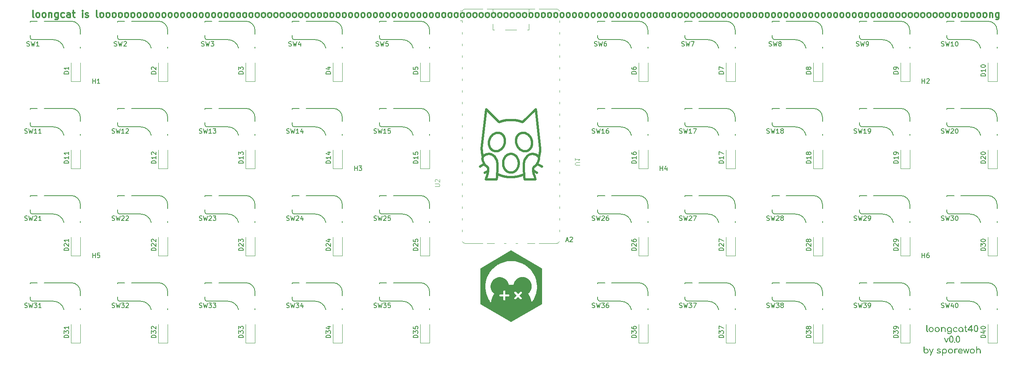
<source format=gbr>
%TF.GenerationSoftware,KiCad,Pcbnew,9.0.4*%
%TF.CreationDate,2025-09-26T22:16:16-05:00*%
%TF.ProjectId,loongcat40,6c6f6f6e-6763-4617-9434-302e6b696361,rev?*%
%TF.SameCoordinates,Original*%
%TF.FileFunction,Legend,Top*%
%TF.FilePolarity,Positive*%
%FSLAX46Y46*%
G04 Gerber Fmt 4.6, Leading zero omitted, Abs format (unit mm)*
G04 Created by KiCad (PCBNEW 9.0.4) date 2025-09-26 22:16:16*
%MOMM*%
%LPD*%
G01*
G04 APERTURE LIST*
%ADD10C,0.529166*%
%ADD11C,0.529162*%
%ADD12C,0.000000*%
%ADD13C,0.300000*%
%ADD14C,0.150000*%
%ADD15C,0.100000*%
%ADD16C,0.120000*%
G04 APERTURE END LIST*
D10*
X142929333Y-60363415D02*
X143015029Y-60369767D01*
X143115329Y-60384400D01*
X143226881Y-60407840D01*
X143346331Y-60440612D01*
X143470327Y-60483240D01*
X143595516Y-60536249D01*
X143718546Y-60600166D01*
X143778203Y-60636378D01*
X143836063Y-60675514D01*
X143891707Y-60717639D01*
X143944716Y-60762819D01*
X143994670Y-60811119D01*
X144041151Y-60862606D01*
X144083739Y-60917344D01*
X144122016Y-60975400D01*
X144155562Y-61036838D01*
X144183958Y-61101725D01*
X144206785Y-61170127D01*
X144223624Y-61242108D01*
X144234056Y-61317735D01*
X144237662Y-61397073D01*
X144234023Y-61480187D01*
X144222719Y-61567144D01*
X144203331Y-61658009D01*
X144175442Y-61752848D01*
X144086162Y-62003511D01*
X144042061Y-62115109D01*
X143998354Y-62218130D01*
X143955067Y-62313011D01*
X143912226Y-62400186D01*
X143827984Y-62553160D01*
X143745836Y-62680532D01*
X143665988Y-62785783D01*
X143588648Y-62872393D01*
X143514023Y-62943843D01*
X143442320Y-63003614D01*
X143373746Y-63055186D01*
X143246814Y-63147657D01*
X143188870Y-63195517D01*
X143134883Y-63249101D01*
X143085062Y-63311890D01*
X143039612Y-63387364D01*
X143014316Y-63445751D01*
X142994966Y-63511477D01*
X142981226Y-63583940D01*
X142972757Y-63662537D01*
X142970285Y-63835722D01*
X142984853Y-64026208D01*
X143013762Y-64229171D01*
X143054314Y-64439790D01*
X143103811Y-64653240D01*
X143159553Y-64864699D01*
X143278983Y-65262350D01*
X143391017Y-65594158D01*
X143506548Y-65905907D01*
X141116223Y-65905907D01*
X141065108Y-65343133D01*
X141020383Y-64752664D01*
X140979917Y-64056585D01*
X140956489Y-63330228D01*
X140955158Y-62979237D01*
X140962878Y-62648926D01*
X140981248Y-62348712D01*
X141011864Y-62088012D01*
X141056323Y-61876241D01*
X141084243Y-61791648D01*
X141116223Y-61722818D01*
X141223257Y-61528187D01*
X141284036Y-61420035D01*
X141350796Y-61307425D01*
X141424389Y-61192430D01*
X141505672Y-61077126D01*
X141595498Y-60963587D01*
X141694722Y-60853887D01*
X141748124Y-60801124D01*
X141804197Y-60750100D01*
X141863046Y-60701072D01*
X141924778Y-60654301D01*
X141989500Y-60610045D01*
X142057320Y-60568564D01*
X142128343Y-60530117D01*
X142202676Y-60494964D01*
X142280426Y-60463363D01*
X142361701Y-60435574D01*
X142446606Y-60411857D01*
X142535249Y-60392470D01*
X142627737Y-60377673D01*
X142724175Y-60367726D01*
X142824672Y-60362886D01*
X142929333Y-60363415D01*
X133433331Y-60367726D02*
X133529770Y-60377673D01*
X133622257Y-60392470D01*
X133710901Y-60411857D01*
X133795806Y-60435574D01*
X133877081Y-60463363D01*
X133954831Y-60494964D01*
X134029165Y-60530117D01*
X134100188Y-60568564D01*
X134168007Y-60610045D01*
X134232729Y-60654301D01*
X134294461Y-60701072D01*
X134353310Y-60750100D01*
X134409383Y-60801124D01*
X134462786Y-60853887D01*
X134562009Y-60963587D01*
X134651835Y-61077126D01*
X134733118Y-61192430D01*
X134806712Y-61307425D01*
X134873471Y-61420035D01*
X134934250Y-61528187D01*
X135041284Y-61722818D01*
X135073264Y-61791648D01*
X135101184Y-61876241D01*
X135145644Y-62088012D01*
X135176260Y-62348712D01*
X135194629Y-62648926D01*
X135202350Y-62979237D01*
X135201018Y-63330228D01*
X135177591Y-64056585D01*
X135137125Y-64752664D01*
X135092399Y-65343133D01*
X135041284Y-65905907D01*
X132650959Y-65905907D01*
X132766490Y-65594158D01*
X132878524Y-65262350D01*
X132997953Y-64864699D01*
X133053696Y-64653240D01*
X133103192Y-64439790D01*
X133143744Y-64229171D01*
X133172653Y-64026208D01*
X133187221Y-63835722D01*
X133184750Y-63662537D01*
X133176281Y-63583940D01*
X133162541Y-63511477D01*
X133143191Y-63445751D01*
X133117895Y-63387364D01*
X133072445Y-63311890D01*
X133022624Y-63249101D01*
X132968637Y-63195517D01*
X132910693Y-63147657D01*
X132783761Y-63055186D01*
X132715187Y-63003614D01*
X132643484Y-62943843D01*
X132568859Y-62872393D01*
X132491519Y-62785783D01*
X132411671Y-62680532D01*
X132329523Y-62553160D01*
X132245281Y-62400186D01*
X132202440Y-62313011D01*
X132159153Y-62218130D01*
X132115446Y-62115109D01*
X132071345Y-62003511D01*
X131982066Y-61752848D01*
X131954176Y-61658009D01*
X131934789Y-61567144D01*
X131923485Y-61480187D01*
X131919846Y-61397073D01*
X131923452Y-61317735D01*
X131933885Y-61242108D01*
X131950725Y-61170127D01*
X131973553Y-61101725D01*
X132001949Y-61036838D01*
X132035496Y-60975400D01*
X132073773Y-60917344D01*
X132116362Y-60862606D01*
X132162844Y-60811119D01*
X132212799Y-60762819D01*
X132265809Y-60717639D01*
X132321453Y-60675514D01*
X132379314Y-60636378D01*
X132438972Y-60600166D01*
X132562002Y-60536249D01*
X132687192Y-60483240D01*
X132811187Y-60440612D01*
X132930636Y-60407840D01*
X133042185Y-60384400D01*
X133142482Y-60369767D01*
X133228174Y-60363415D01*
X133332835Y-60362886D01*
X133433331Y-60367726D01*
D11*
X140906969Y-55743515D02*
X140992299Y-55752245D01*
X141077287Y-55765710D01*
X141161787Y-55783825D01*
X141245657Y-55806504D01*
X141328753Y-55833662D01*
X141410929Y-55865212D01*
X141492042Y-55901069D01*
X141571948Y-55941147D01*
X141650503Y-55985362D01*
X141727562Y-56033626D01*
X141802982Y-56085855D01*
X141876618Y-56141963D01*
X141948326Y-56201863D01*
X142017962Y-56265472D01*
X142085382Y-56332702D01*
X142150442Y-56403468D01*
X142212998Y-56477685D01*
X142272905Y-56555267D01*
X142330020Y-56636128D01*
X142384198Y-56720183D01*
X142435295Y-56807345D01*
X142483167Y-56897530D01*
X142527670Y-56990652D01*
X142568660Y-57086624D01*
X142605992Y-57185362D01*
X142639138Y-57285583D01*
X142667700Y-57385958D01*
X142711310Y-57586538D01*
X142737287Y-57785845D01*
X142746095Y-57982620D01*
X142738200Y-58175605D01*
X142714064Y-58363543D01*
X142674154Y-58545175D01*
X142618933Y-58719242D01*
X142548867Y-58884486D01*
X142508412Y-58963407D01*
X142464420Y-59039650D01*
X142416948Y-59113058D01*
X142366056Y-59183475D01*
X142311800Y-59250742D01*
X142254240Y-59314703D01*
X142193432Y-59375199D01*
X142129436Y-59432075D01*
X142062309Y-59485172D01*
X141992110Y-59534333D01*
X141918896Y-59579402D01*
X141842726Y-59620220D01*
X141763657Y-59656631D01*
X141681747Y-59688477D01*
X141598056Y-59715292D01*
X141513698Y-59736773D01*
X141428818Y-59753004D01*
X141343559Y-59764072D01*
X141258067Y-59770061D01*
X141172484Y-59771059D01*
X141086956Y-59767150D01*
X141001626Y-59758420D01*
X140916639Y-59744954D01*
X140832138Y-59726839D01*
X140748268Y-59704160D01*
X140665173Y-59677003D01*
X140582997Y-59645453D01*
X140501883Y-59609596D01*
X140421977Y-59569517D01*
X140343423Y-59525303D01*
X140266363Y-59477039D01*
X140190944Y-59424810D01*
X140117308Y-59368702D01*
X140045600Y-59308801D01*
X139975964Y-59245193D01*
X139908543Y-59177963D01*
X139843484Y-59107197D01*
X139780928Y-59032980D01*
X139721021Y-58955398D01*
X139663906Y-58874537D01*
X139609728Y-58790482D01*
X139558631Y-58703320D01*
X139510759Y-58613135D01*
X139466256Y-58520014D01*
X139425266Y-58424041D01*
X139387934Y-58325303D01*
X139354788Y-58225082D01*
X139326226Y-58124708D01*
X139282616Y-57924127D01*
X139256639Y-57724820D01*
X139247830Y-57528045D01*
X139255726Y-57335059D01*
X139279861Y-57147121D01*
X139319771Y-56965490D01*
X139374991Y-56791422D01*
X139445058Y-56626178D01*
X139485513Y-56547257D01*
X139529505Y-56471014D01*
X139576977Y-56397606D01*
X139627869Y-56327189D01*
X139682125Y-56259922D01*
X139739685Y-56195962D01*
X139800493Y-56135465D01*
X139864489Y-56078589D01*
X139931616Y-56025492D01*
X140001815Y-55976331D01*
X140075029Y-55931262D01*
X140151200Y-55890444D01*
X140230269Y-55854033D01*
X140312179Y-55822187D01*
X140395870Y-55795372D01*
X140480228Y-55773892D01*
X140565108Y-55757660D01*
X140650366Y-55746593D01*
X140735859Y-55740603D01*
X140821441Y-55739605D01*
X140906969Y-55743515D01*
X135335740Y-55740434D02*
X135421233Y-55746424D01*
X135506491Y-55757492D01*
X135591371Y-55773723D01*
X135675729Y-55795203D01*
X135759421Y-55822019D01*
X135841330Y-55853865D01*
X135920399Y-55890275D01*
X135996570Y-55931094D01*
X136069784Y-55976162D01*
X136139983Y-56025324D01*
X136207110Y-56078421D01*
X136271106Y-56135296D01*
X136331914Y-56195793D01*
X136389474Y-56259754D01*
X136443730Y-56327021D01*
X136494622Y-56397437D01*
X136542094Y-56470846D01*
X136586086Y-56547089D01*
X136626541Y-56626010D01*
X136663401Y-56707450D01*
X136696608Y-56791254D01*
X136726103Y-56877264D01*
X136751828Y-56965321D01*
X136773726Y-57055270D01*
X136791738Y-57146953D01*
X136805807Y-57240212D01*
X136815874Y-57334891D01*
X136821881Y-57430831D01*
X136823769Y-57527876D01*
X136821482Y-57625869D01*
X136814961Y-57724652D01*
X136804148Y-57824068D01*
X136788984Y-57923959D01*
X136769412Y-58024168D01*
X136745374Y-58124539D01*
X136716811Y-58224914D01*
X136683666Y-58325135D01*
X136646334Y-58423873D01*
X136605344Y-58519845D01*
X136560841Y-58612967D01*
X136512968Y-58703151D01*
X136461871Y-58790314D01*
X136407693Y-58874369D01*
X136350579Y-58955230D01*
X136290672Y-59032812D01*
X136228116Y-59107028D01*
X136163056Y-59177795D01*
X136095636Y-59245025D01*
X136026000Y-59308633D01*
X135954292Y-59368534D01*
X135880656Y-59424642D01*
X135805236Y-59476871D01*
X135728177Y-59525135D01*
X135649622Y-59569349D01*
X135569716Y-59609428D01*
X135488603Y-59645285D01*
X135406427Y-59676835D01*
X135323331Y-59703993D01*
X135239461Y-59726672D01*
X135154961Y-59744787D01*
X135069973Y-59758252D01*
X134984643Y-59766982D01*
X134899115Y-59770891D01*
X134813533Y-59769894D01*
X134728041Y-59763904D01*
X134642782Y-59752837D01*
X134557902Y-59736606D01*
X134473544Y-59715125D01*
X134389853Y-59688310D01*
X134307944Y-59656464D01*
X134228874Y-59620053D01*
X134152704Y-59579234D01*
X134079490Y-59534166D01*
X134009290Y-59485004D01*
X133942163Y-59431907D01*
X133878167Y-59375031D01*
X133817360Y-59314535D01*
X133759799Y-59250574D01*
X133705543Y-59183307D01*
X133654651Y-59112890D01*
X133607179Y-59039482D01*
X133563187Y-58963239D01*
X133522732Y-58884318D01*
X133485872Y-58802877D01*
X133452666Y-58719073D01*
X133423171Y-58633064D01*
X133397445Y-58545006D01*
X133375547Y-58455057D01*
X133357535Y-58363375D01*
X133343466Y-58270115D01*
X133333400Y-58175437D01*
X133327393Y-58079496D01*
X133325504Y-57982451D01*
X133327791Y-57884458D01*
X133334312Y-57785676D01*
X133345125Y-57686260D01*
X133360289Y-57586369D01*
X133379861Y-57486159D01*
X133403899Y-57385788D01*
X133432462Y-57285414D01*
X133465607Y-57185192D01*
X133502940Y-57086455D01*
X133543930Y-56990482D01*
X133588433Y-56897361D01*
X133636305Y-56807176D01*
X133687402Y-56720014D01*
X133741580Y-56635959D01*
X133798694Y-56555098D01*
X133858601Y-56477517D01*
X133921157Y-56403300D01*
X133986217Y-56332533D01*
X134053637Y-56265303D01*
X134123273Y-56201695D01*
X134194981Y-56141794D01*
X134268617Y-56085687D01*
X134344037Y-56033458D01*
X134421096Y-55985193D01*
X134499651Y-55940979D01*
X134579557Y-55900900D01*
X134660670Y-55865043D01*
X134742847Y-55833493D01*
X134825942Y-55806336D01*
X134909812Y-55783657D01*
X134994313Y-55765542D01*
X135079300Y-55752076D01*
X135164630Y-55743346D01*
X135250158Y-55739437D01*
X135335740Y-55740434D01*
D10*
X138216948Y-60343858D02*
X138303638Y-60351778D01*
X138389069Y-60364821D01*
X138473132Y-60382857D01*
X138555719Y-60405757D01*
X138636725Y-60433394D01*
X138716041Y-60465637D01*
X138793560Y-60502359D01*
X138869176Y-60543430D01*
X138942780Y-60588721D01*
X139014266Y-60638104D01*
X139083525Y-60691450D01*
X139150452Y-60748629D01*
X139214939Y-60809514D01*
X139276878Y-60873974D01*
X139336163Y-60941882D01*
X139392685Y-61013108D01*
X139446338Y-61087524D01*
X139497014Y-61165000D01*
X139544607Y-61245408D01*
X139589009Y-61328619D01*
X139630112Y-61414505D01*
X139667810Y-61502935D01*
X139701995Y-61593782D01*
X139732560Y-61686916D01*
X139759397Y-61782209D01*
X139782400Y-61879531D01*
X139801462Y-61978755D01*
X139816474Y-62079750D01*
X139827329Y-62182389D01*
X139833921Y-62286542D01*
X139836142Y-62392081D01*
X139833921Y-62497619D01*
X139827329Y-62601772D01*
X139816474Y-62704411D01*
X139801462Y-62805407D01*
X139782400Y-62904630D01*
X139759397Y-63001953D01*
X139732560Y-63097246D01*
X139701995Y-63190380D01*
X139667810Y-63281227D01*
X139630112Y-63369657D01*
X139589009Y-63455543D01*
X139544607Y-63538754D01*
X139497014Y-63619162D01*
X139446338Y-63696638D01*
X139392685Y-63771054D01*
X139336163Y-63842280D01*
X139276878Y-63910188D01*
X139214939Y-63974648D01*
X139150452Y-64035533D01*
X139083525Y-64092712D01*
X139014266Y-64146058D01*
X138942780Y-64195441D01*
X138869176Y-64240732D01*
X138793560Y-64281803D01*
X138716041Y-64318525D01*
X138636725Y-64350768D01*
X138555719Y-64378405D01*
X138473132Y-64401306D01*
X138389069Y-64419342D01*
X138303638Y-64432384D01*
X138216948Y-64440304D01*
X138129104Y-64442973D01*
X138041260Y-64440304D01*
X137954569Y-64432384D01*
X137869138Y-64419342D01*
X137785076Y-64401306D01*
X137702488Y-64378405D01*
X137621482Y-64350768D01*
X137542166Y-64318525D01*
X137464647Y-64281803D01*
X137389032Y-64240732D01*
X137315427Y-64195441D01*
X137243942Y-64146058D01*
X137174682Y-64092712D01*
X137107755Y-64035533D01*
X137043268Y-63974648D01*
X136981329Y-63910188D01*
X136922045Y-63842280D01*
X136865523Y-63771054D01*
X136811870Y-63696638D01*
X136761193Y-63619162D01*
X136713600Y-63538754D01*
X136669199Y-63455543D01*
X136628095Y-63369657D01*
X136590398Y-63281227D01*
X136556213Y-63190380D01*
X136525648Y-63097246D01*
X136498810Y-63001953D01*
X136475807Y-62904630D01*
X136456746Y-62805407D01*
X136441734Y-62704411D01*
X136430878Y-62601772D01*
X136424286Y-62497619D01*
X136422065Y-62392081D01*
X136424286Y-62286542D01*
X136430878Y-62182389D01*
X136441734Y-62079750D01*
X136456746Y-61978755D01*
X136475807Y-61879531D01*
X136498810Y-61782209D01*
X136525648Y-61686916D01*
X136556213Y-61593782D01*
X136590398Y-61502935D01*
X136628095Y-61414505D01*
X136669199Y-61328619D01*
X136713600Y-61245408D01*
X136761193Y-61165000D01*
X136811870Y-61087524D01*
X136865523Y-61013108D01*
X136922045Y-60941882D01*
X136981329Y-60873974D01*
X137043268Y-60809514D01*
X137107755Y-60748629D01*
X137174682Y-60691450D01*
X137243942Y-60638104D01*
X137315427Y-60588721D01*
X137389032Y-60543430D01*
X137464647Y-60502359D01*
X137542166Y-60465637D01*
X137621482Y-60433394D01*
X137702488Y-60405757D01*
X137785076Y-60382857D01*
X137869138Y-60364821D01*
X137954569Y-60351778D01*
X138041260Y-60343858D01*
X138129104Y-60341190D01*
X138216948Y-60343858D01*
X133168166Y-64059061D02*
X132427333Y-64471813D01*
X132334729Y-62561520D02*
X131342541Y-63114499D01*
X138264042Y-65421666D02*
X138286686Y-65421626D01*
X138309318Y-65421506D01*
X138331938Y-65421306D01*
X138354547Y-65421027D01*
X138377144Y-65420667D01*
X138399729Y-65420228D01*
X138422301Y-65419709D01*
X138444862Y-65419110D01*
X138467410Y-65418432D01*
X138489945Y-65417674D01*
X138512468Y-65416837D01*
X138534979Y-65415920D01*
X138557477Y-65414923D01*
X138579962Y-65413847D01*
X138602434Y-65412692D01*
X138624893Y-65411457D01*
X138647339Y-65410143D01*
X138669772Y-65408749D01*
X138692191Y-65407277D01*
X138714597Y-65405725D01*
X138736990Y-65404094D01*
X138759369Y-65402383D01*
X138781734Y-65400594D01*
X138804085Y-65398725D01*
X138826422Y-65396777D01*
X138848745Y-65394751D01*
X138871054Y-65392645D01*
X138893348Y-65390460D01*
X138915628Y-65388197D01*
X138937894Y-65385855D01*
X138960145Y-65383433D01*
X138982381Y-65380933D01*
X139004602Y-65378354D01*
X139026808Y-65375697D01*
X139048999Y-65372960D01*
X139071174Y-65370145D01*
X139093335Y-65367252D01*
X139115480Y-65364279D01*
X139137609Y-65361228D01*
X139159722Y-65358099D01*
X139181819Y-65354891D01*
X139203901Y-65351605D01*
X139225966Y-65348240D01*
X139248015Y-65344797D01*
X139270048Y-65341275D01*
X139292064Y-65337675D01*
X139314063Y-65333997D01*
X139336046Y-65330241D01*
X139358012Y-65326406D01*
X139379961Y-65322493D01*
X139401892Y-65318502D01*
X139423806Y-65314433D01*
X139445703Y-65310286D01*
X139467582Y-65306060D01*
X139489444Y-65301757D01*
X139511287Y-65297376D01*
X139533113Y-65292917D01*
X139554920Y-65288380D01*
X139576709Y-65283765D01*
X139598480Y-65279072D01*
X139620232Y-65274301D01*
X139641965Y-65269453D01*
X139663680Y-65264527D01*
X139685375Y-65259523D01*
X139707052Y-65254442D01*
X139728709Y-65249283D01*
X139750346Y-65244046D01*
X139771964Y-65238732D01*
X139793562Y-65233340D01*
X139815140Y-65227871D01*
X139836699Y-65222325D01*
X139858237Y-65216701D01*
X139879754Y-65211000D01*
X139901251Y-65205222D01*
X139922728Y-65199366D01*
X139944183Y-65193433D01*
X139965618Y-65187423D01*
X139987031Y-65181336D01*
X140008423Y-65175172D01*
X140029794Y-65168931D01*
X140051143Y-65162612D01*
X140072470Y-65156217D01*
X140093775Y-65149745D01*
X140115058Y-65143196D01*
X140136319Y-65136571D01*
X140157557Y-65129868D01*
X140178772Y-65123089D01*
X140199965Y-65116233D01*
X140221135Y-65109301D01*
X140242281Y-65102292D01*
X140263405Y-65095207D01*
X140284504Y-65088045D01*
X140305580Y-65080806D01*
X140326633Y-65073492D01*
X140347661Y-65066101D01*
X140368665Y-65058633D01*
X140389645Y-65051090D01*
X140410600Y-65043470D01*
X140431530Y-65035774D01*
X140452435Y-65028003D01*
X140473315Y-65020155D01*
X140494170Y-65012231D01*
X140515000Y-65004232D01*
X140535804Y-64996156D01*
X140556582Y-64988005D01*
X140577334Y-64979779D01*
X140598059Y-64971476D01*
X140618759Y-64963098D01*
X140639432Y-64954645D01*
X140660077Y-64946116D01*
X140680696Y-64937511D01*
X140701288Y-64928832D01*
X140721853Y-64920077D01*
X140742390Y-64911247D01*
X140762899Y-64902342D01*
X140783380Y-64893361D01*
X140803833Y-64884306D01*
X140824258Y-64875176D01*
X140844654Y-64865971D01*
X140865021Y-64856691D01*
X140885360Y-64847337D01*
X140905669Y-64837908D01*
X140925949Y-64828404D01*
X140946199Y-64818826D01*
X140966420Y-64809173D01*
X140986611Y-64799447D01*
X141006771Y-64789646D01*
X141023645Y-64781374D01*
X137994166Y-65421666D02*
X138264042Y-65421666D01*
X135139312Y-64731104D02*
X135149184Y-64736197D01*
X135159067Y-64741273D01*
X135168958Y-64746330D01*
X135178859Y-64751370D01*
X135188767Y-64756392D01*
X135198685Y-64761396D01*
X135208611Y-64766382D01*
X135218547Y-64771350D01*
X135228491Y-64776300D01*
X135238445Y-64781232D01*
X135248406Y-64786146D01*
X135258377Y-64791042D01*
X135268355Y-64795920D01*
X135278344Y-64800780D01*
X135288339Y-64805622D01*
X135298345Y-64810446D01*
X135308358Y-64815251D01*
X135318380Y-64820039D01*
X135328410Y-64824808D01*
X135338450Y-64829560D01*
X135348496Y-64834293D01*
X135358553Y-64839008D01*
X135368616Y-64843705D01*
X135378689Y-64848384D01*
X135388769Y-64853044D01*
X135398858Y-64857687D01*
X135408955Y-64862310D01*
X135419061Y-64866916D01*
X135429174Y-64871503D01*
X135439296Y-64876073D01*
X135449425Y-64880624D01*
X135459564Y-64885157D01*
X135469709Y-64889671D01*
X135479864Y-64894167D01*
X135490025Y-64898644D01*
X135500195Y-64903104D01*
X135510372Y-64907544D01*
X135520559Y-64911967D01*
X135530752Y-64916371D01*
X135540954Y-64920757D01*
X135551163Y-64925124D01*
X135561380Y-64929473D01*
X135571604Y-64933804D01*
X135581838Y-64938116D01*
X135592077Y-64942409D01*
X135602326Y-64946685D01*
X135612581Y-64950941D01*
X135622845Y-64955179D01*
X135633115Y-64959398D01*
X135643394Y-64963600D01*
X135653679Y-64967782D01*
X135663973Y-64971946D01*
X135674273Y-64976091D01*
X135684582Y-64980218D01*
X135694897Y-64984326D01*
X135705220Y-64988416D01*
X135715550Y-64992487D01*
X135725888Y-64996540D01*
X135736232Y-65000573D01*
X135746585Y-65004589D01*
X135756944Y-65008585D01*
X135767312Y-65012563D01*
X135777684Y-65016522D01*
X135788066Y-65020462D01*
X135798453Y-65024384D01*
X135808849Y-65028287D01*
X135819251Y-65032171D01*
X135829661Y-65036037D01*
X135840076Y-65039884D01*
X135850500Y-65043712D01*
X135860930Y-65047521D01*
X135871367Y-65051312D01*
X135881810Y-65055083D01*
X135892262Y-65058837D01*
X135902719Y-65062570D01*
X135913184Y-65066286D01*
X135923655Y-65069982D01*
X135934133Y-65073660D01*
X135944617Y-65077319D01*
X135955109Y-65080959D01*
X135965606Y-65084580D01*
X135976112Y-65088182D01*
X135986622Y-65091765D01*
X135997141Y-65095330D01*
X136007665Y-65098875D01*
X136018196Y-65102402D01*
X136028733Y-65105910D01*
X136039278Y-65109399D01*
X136049827Y-65112868D01*
X136060385Y-65116319D01*
X136070947Y-65119751D01*
X136081517Y-65123164D01*
X136092092Y-65126558D01*
X136102675Y-65129933D01*
X136113262Y-65133289D01*
X136123858Y-65136626D01*
X136134458Y-65139944D01*
X136145066Y-65143243D01*
X136155678Y-65146522D01*
X136166298Y-65149784D01*
X136176922Y-65153025D01*
X136187555Y-65156248D01*
X136198191Y-65159451D01*
X136208836Y-65162636D01*
X136219484Y-65165801D01*
X136230141Y-65168948D01*
X136240802Y-65172075D01*
X136251470Y-65175184D01*
X136262142Y-65178272D01*
X136272822Y-65181342D01*
X136283506Y-65184393D01*
X136294198Y-65187425D01*
X136304894Y-65190437D01*
X136315597Y-65193431D01*
X136326304Y-65196404D01*
X136337019Y-65199360D01*
X136347738Y-65202295D01*
X136358464Y-65205212D01*
X136369193Y-65208109D01*
X136379931Y-65210987D01*
X136390672Y-65213846D01*
X136401420Y-65216686D01*
X136412172Y-65219506D01*
X136422932Y-65222308D01*
X136433695Y-65225089D01*
X136444465Y-65227852D01*
X136455239Y-65230596D01*
X136466021Y-65233320D01*
X136476805Y-65236025D01*
X136487597Y-65238710D01*
X136498393Y-65241377D01*
X136509195Y-65244024D01*
X136520001Y-65246651D01*
X136530814Y-65249260D01*
X136541631Y-65251849D01*
X136552454Y-65254419D01*
X136563281Y-65256969D01*
X136574115Y-65259500D01*
X136584952Y-65262012D01*
X136595796Y-65264504D01*
X136606643Y-65266977D01*
X136617497Y-65269431D01*
X136628354Y-65271865D01*
X136639219Y-65274280D01*
X136650086Y-65276675D01*
X136660960Y-65279051D01*
X136671837Y-65281408D01*
X136682721Y-65283745D01*
X136693608Y-65286063D01*
X136704502Y-65288361D01*
X136715398Y-65290640D01*
X136726301Y-65292900D01*
X136737207Y-65295140D01*
X136748120Y-65297361D01*
X136759036Y-65299561D01*
X136769958Y-65301743D01*
X136780883Y-65303905D01*
X136791814Y-65306048D01*
X136802749Y-65308171D01*
X136813690Y-65310275D01*
X136824633Y-65312360D01*
X136835583Y-65314425D01*
X136846535Y-65316470D01*
X136857494Y-65318496D01*
X136868456Y-65320502D01*
X136879424Y-65322489D01*
X136890394Y-65324456D01*
X136901371Y-65326403D01*
X136912350Y-65328331D01*
X136923336Y-65330240D01*
X136934324Y-65332129D01*
X136945318Y-65333999D01*
X136956315Y-65335848D01*
X136967318Y-65337679D01*
X136978322Y-65339489D01*
X136989334Y-65341281D01*
X137000347Y-65343052D01*
X137011367Y-65344804D01*
X137022389Y-65346537D01*
X137033417Y-65348250D01*
X137044447Y-65349943D01*
X137055484Y-65351616D01*
X137066522Y-65353270D01*
X137077566Y-65354905D01*
X137088613Y-65356519D01*
X137099665Y-65358114D01*
X137110720Y-65359690D01*
X137121780Y-65361245D01*
X137132842Y-65362781D01*
X137143911Y-65364298D01*
X137154981Y-65365795D01*
X137166057Y-65367272D01*
X137177135Y-65368729D01*
X137188218Y-65370167D01*
X137199304Y-65371585D01*
X137210395Y-65372984D01*
X137221488Y-65374362D01*
X137232587Y-65375721D01*
X137243688Y-65377061D01*
X137254794Y-65378380D01*
X137265902Y-65379680D01*
X137277015Y-65380960D01*
X137288131Y-65382221D01*
X137299252Y-65383462D01*
X137310374Y-65384683D01*
X137321502Y-65385884D01*
X137332631Y-65387065D01*
X137343767Y-65388227D01*
X137354903Y-65389369D01*
X137366045Y-65390491D01*
X137377189Y-65391594D01*
X137388338Y-65392677D01*
X137399488Y-65393740D01*
X137410644Y-65394783D01*
X137421801Y-65395806D01*
X137432964Y-65396810D01*
X137444128Y-65397794D01*
X137455298Y-65398758D01*
X137466468Y-65399702D01*
X137477644Y-65400626D01*
X137488821Y-65401531D01*
X137500004Y-65402416D01*
X137511187Y-65403281D01*
X137522376Y-65404126D01*
X137533566Y-65404951D01*
X137544761Y-65405757D01*
X137555957Y-65406543D01*
X137567159Y-65407308D01*
X137578361Y-65408054D01*
X137589569Y-65408781D01*
X137600778Y-65409487D01*
X137611992Y-65410173D01*
X137623206Y-65410840D01*
X137634426Y-65411487D01*
X137645647Y-65412113D01*
X137656873Y-65412720D01*
X137668099Y-65413307D01*
X137679331Y-65413875D01*
X137690564Y-65414422D01*
X137701801Y-65414949D01*
X137713039Y-65415457D01*
X137724283Y-65415945D01*
X137735526Y-65416412D01*
X137746775Y-65416860D01*
X137758025Y-65417288D01*
X137769279Y-65417696D01*
X137780534Y-65418084D01*
X137791794Y-65418452D01*
X137803055Y-65418800D01*
X137814320Y-65419129D01*
X137825586Y-65419437D01*
X137836857Y-65419725D01*
X137848128Y-65419994D01*
X137859404Y-65420242D01*
X137870681Y-65420471D01*
X137881962Y-65420679D01*
X137893244Y-65420868D01*
X137904530Y-65421036D01*
X137915817Y-65421185D01*
X137927108Y-65421314D01*
X137938400Y-65421422D01*
X137949697Y-65421511D01*
X137960993Y-65421580D01*
X137972295Y-65421629D01*
X137994166Y-65421666D01*
X144508208Y-59177500D02*
X144508198Y-59188893D01*
X144508168Y-59200281D01*
X144508118Y-59211665D01*
X144508048Y-59223043D01*
X144507958Y-59234416D01*
X144507848Y-59245784D01*
X144507719Y-59257147D01*
X144507569Y-59268505D01*
X144507399Y-59279858D01*
X144507210Y-59291206D01*
X144507000Y-59302550D01*
X144506771Y-59313887D01*
X144506521Y-59325221D01*
X144506252Y-59336548D01*
X144505963Y-59347871D01*
X144505654Y-59359189D01*
X144505325Y-59370502D01*
X144504977Y-59381809D01*
X144504608Y-59393112D01*
X144504220Y-59404410D01*
X144503811Y-59415702D01*
X144503383Y-59426989D01*
X144502936Y-59438272D01*
X144502468Y-59449549D01*
X144501981Y-59460821D01*
X144501473Y-59472088D01*
X144500946Y-59483350D01*
X144500400Y-59494606D01*
X144499833Y-59505858D01*
X144499247Y-59517104D01*
X144498641Y-59528346D01*
X144498015Y-59539581D01*
X144497369Y-59550813D01*
X144496704Y-59562038D01*
X144496019Y-59573259D01*
X144495314Y-59584474D01*
X144494590Y-59595684D01*
X144493846Y-59606889D01*
X144493082Y-59618089D01*
X144492298Y-59629284D01*
X144491495Y-59640473D01*
X144490672Y-59651657D01*
X144489830Y-59662837D01*
X144488968Y-59674010D01*
X144488086Y-59685179D01*
X144487184Y-59696342D01*
X144486263Y-59707500D01*
X144485323Y-59718653D01*
X144484362Y-59729800D01*
X144483382Y-59740942D01*
X144482383Y-59752080D01*
X144481363Y-59763211D01*
X144480325Y-59774338D01*
X144479266Y-59785459D01*
X144478188Y-59796575D01*
X144477091Y-59807685D01*
X144475974Y-59818791D01*
X144474837Y-59829890D01*
X144473681Y-59840985D01*
X144472505Y-59852074D01*
X144471310Y-59863158D01*
X144470095Y-59874237D01*
X144468861Y-59885310D01*
X144467607Y-59896378D01*
X144466333Y-59907441D01*
X144465040Y-59918498D01*
X144463728Y-59929550D01*
X144462396Y-59940596D01*
X144461045Y-59951637D01*
X144459674Y-59962672D01*
X144458283Y-59973703D01*
X144456874Y-59984728D01*
X144455444Y-59995747D01*
X144453996Y-60006761D01*
X144452527Y-60017770D01*
X144451040Y-60028773D01*
X144449533Y-60039771D01*
X144448006Y-60050763D01*
X144446460Y-60061750D01*
X144444895Y-60072731D01*
X144443310Y-60083707D01*
X144441706Y-60094677D01*
X144440082Y-60105643D01*
X144438439Y-60116602D01*
X144435095Y-60138504D01*
X144431673Y-60160384D01*
X144428174Y-60182243D01*
X144424597Y-60204079D01*
X144420943Y-60225893D01*
X144417212Y-60247684D01*
X144413403Y-60269454D01*
X144409517Y-60291201D01*
X144405554Y-60312925D01*
X144401514Y-60334628D01*
X144397396Y-60356307D01*
X144393201Y-60377964D01*
X144388930Y-60399598D01*
X144384581Y-60421210D01*
X144380155Y-60442799D01*
X144375652Y-60464365D01*
X144371073Y-60485908D01*
X144366416Y-60507428D01*
X144361683Y-60528925D01*
X144356873Y-60550399D01*
X144351986Y-60571849D01*
X144347022Y-60593277D01*
X144341982Y-60614681D01*
X144336865Y-60636062D01*
X144331671Y-60657420D01*
X144326401Y-60678754D01*
X144321054Y-60700064D01*
X144315631Y-60721351D01*
X144310131Y-60742614D01*
X144304554Y-60763854D01*
X144298902Y-60785069D01*
X144293173Y-60806261D01*
X144287367Y-60827429D01*
X144281485Y-60848573D01*
X144275527Y-60869693D01*
X144269492Y-60890788D01*
X144263382Y-60911860D01*
X144257195Y-60932907D01*
X144250932Y-60953929D01*
X144244592Y-60974928D01*
X144238177Y-60995902D01*
X144231685Y-61016851D01*
X144225117Y-61037775D01*
X144218474Y-61058675D01*
X144211754Y-61079550D01*
X144204958Y-61100400D01*
X144198086Y-61121226D01*
X144193355Y-61135417D01*
X143558354Y-50626168D02*
X144508208Y-59177500D01*
X140692917Y-53422813D02*
X143558354Y-50626168D01*
X138264042Y-52933334D02*
X138286643Y-52933374D01*
X138309235Y-52933494D01*
X138331816Y-52933694D01*
X138354388Y-52933973D01*
X138376949Y-52934333D01*
X138399500Y-52934772D01*
X138422041Y-52935291D01*
X138444571Y-52935890D01*
X138467091Y-52936568D01*
X138489599Y-52937327D01*
X138512097Y-52938164D01*
X138534584Y-52939082D01*
X138557060Y-52940079D01*
X138579524Y-52941155D01*
X138601978Y-52942311D01*
X138624419Y-52943547D01*
X138646849Y-52944861D01*
X138669267Y-52946256D01*
X138691673Y-52947729D01*
X138714067Y-52949282D01*
X138736449Y-52950914D01*
X138758818Y-52952626D01*
X138781175Y-52954417D01*
X138803519Y-52956287D01*
X138825851Y-52958236D01*
X138848169Y-52960264D01*
X138870475Y-52962371D01*
X138892767Y-52964557D01*
X138915046Y-52966823D01*
X138937311Y-52969167D01*
X138959563Y-52971591D01*
X138981800Y-52974093D01*
X139004024Y-52976674D01*
X139026234Y-52979334D01*
X139048430Y-52982073D01*
X139070611Y-52984890D01*
X139092777Y-52987787D01*
X139114929Y-52990762D01*
X139137066Y-52993816D01*
X139159188Y-52996948D01*
X139181295Y-53000159D01*
X139203386Y-53003448D01*
X139225462Y-53006817D01*
X139247522Y-53010263D01*
X139269566Y-53013788D01*
X139291595Y-53017392D01*
X139313607Y-53021073D01*
X139335603Y-53024833D01*
X139357582Y-53028672D01*
X139379545Y-53032589D01*
X139401490Y-53036584D01*
X139423419Y-53040657D01*
X139445331Y-53044808D01*
X139467225Y-53049037D01*
X139489102Y-53053345D01*
X139510961Y-53057730D01*
X139532803Y-53062193D01*
X139554626Y-53066735D01*
X139576431Y-53071354D01*
X139598218Y-53076051D01*
X139619986Y-53080826D01*
X139641735Y-53085678D01*
X139663466Y-53090608D01*
X139685177Y-53095616D01*
X139706869Y-53100702D01*
X139728542Y-53105865D01*
X139750195Y-53111106D01*
X139771828Y-53116424D01*
X139793441Y-53121819D01*
X139815034Y-53127292D01*
X139836606Y-53132842D01*
X139858158Y-53138470D01*
X139879689Y-53144174D01*
X139901199Y-53149956D01*
X139922688Y-53155815D01*
X139944156Y-53161751D01*
X139965602Y-53167764D01*
X139987026Y-53173854D01*
X140008429Y-53180021D01*
X140029809Y-53186265D01*
X140051167Y-53192585D01*
X140072502Y-53198983D01*
X140093815Y-53205456D01*
X140115104Y-53212007D01*
X140136371Y-53218634D01*
X140157614Y-53225337D01*
X140178833Y-53232117D01*
X140200029Y-53238973D01*
X140221201Y-53245906D01*
X140242348Y-53252915D01*
X140263472Y-53260000D01*
X140284570Y-53267161D01*
X140305644Y-53274398D01*
X140326693Y-53281711D01*
X140347717Y-53289100D01*
X140368715Y-53296564D01*
X140389687Y-53304105D01*
X140410634Y-53311721D01*
X140431554Y-53319413D01*
X140452449Y-53327180D01*
X140473316Y-53335023D01*
X140494157Y-53342941D01*
X140514971Y-53350934D01*
X140535758Y-53359003D01*
X140556517Y-53367147D01*
X140577249Y-53375366D01*
X140597953Y-53383659D01*
X140618629Y-53392028D01*
X140639276Y-53400472D01*
X140659895Y-53408990D01*
X140680486Y-53417583D01*
X140692917Y-53422813D01*
X137994166Y-52933334D02*
X138264042Y-52933334D01*
X135565291Y-53422813D02*
X135575577Y-53418483D01*
X135585872Y-53414171D01*
X135596173Y-53409879D01*
X135606482Y-53405605D01*
X135616797Y-53401350D01*
X135627121Y-53397112D01*
X135637450Y-53392895D01*
X135647789Y-53388695D01*
X135658132Y-53384515D01*
X135668484Y-53380353D01*
X135678842Y-53376210D01*
X135689208Y-53372085D01*
X135699579Y-53367980D01*
X135709960Y-53363893D01*
X135720345Y-53359825D01*
X135730739Y-53355775D01*
X135741137Y-53351745D01*
X135751545Y-53347733D01*
X135761958Y-53343741D01*
X135772379Y-53339767D01*
X135782805Y-53335812D01*
X135793239Y-53331875D01*
X135803679Y-53327958D01*
X135814127Y-53324059D01*
X135824579Y-53320180D01*
X135835040Y-53316319D01*
X135845506Y-53312478D01*
X135855981Y-53308654D01*
X135866459Y-53304851D01*
X135876947Y-53301065D01*
X135887438Y-53297300D01*
X135897939Y-53293552D01*
X135908443Y-53289824D01*
X135918956Y-53286115D01*
X135929473Y-53282425D01*
X135939999Y-53278753D01*
X135950529Y-53275101D01*
X135961067Y-53271468D01*
X135971610Y-53267854D01*
X135982160Y-53264258D01*
X135992715Y-53260682D01*
X136003278Y-53257125D01*
X136013845Y-53253587D01*
X136024421Y-53250067D01*
X136035000Y-53246568D01*
X136045588Y-53243086D01*
X136056179Y-53239625D01*
X136066779Y-53236182D01*
X136077382Y-53232758D01*
X136087994Y-53229353D01*
X136098609Y-53225968D01*
X136109232Y-53222602D01*
X136119859Y-53219255D01*
X136130494Y-53215926D01*
X136141133Y-53212618D01*
X136151780Y-53209327D01*
X136162430Y-53206057D01*
X136173088Y-53202805D01*
X136183750Y-53199573D01*
X136194420Y-53196360D01*
X136205093Y-53193166D01*
X136215774Y-53189991D01*
X136226458Y-53186836D01*
X136237151Y-53183699D01*
X136247846Y-53180582D01*
X136258550Y-53177484D01*
X136269256Y-53174406D01*
X136279971Y-53171346D01*
X136290688Y-53168306D01*
X136301414Y-53165285D01*
X136312142Y-53162284D01*
X136322878Y-53159301D01*
X136333617Y-53156338D01*
X136344364Y-53153394D01*
X136355114Y-53150470D01*
X136365872Y-53147564D01*
X136376632Y-53144678D01*
X136387401Y-53141811D01*
X136398171Y-53138964D01*
X136408950Y-53136136D01*
X136419731Y-53133328D01*
X136430520Y-53130538D01*
X136441312Y-53127768D01*
X136452111Y-53125017D01*
X136462913Y-53122286D01*
X136473722Y-53119574D01*
X136484534Y-53116881D01*
X136495354Y-53114208D01*
X136506176Y-53111554D01*
X136517005Y-53108919D01*
X136527837Y-53106305D01*
X136538676Y-53103709D01*
X136549518Y-53101133D01*
X136560367Y-53098575D01*
X136571218Y-53096038D01*
X136582077Y-53093520D01*
X136592938Y-53091022D01*
X136603806Y-53088542D01*
X136614677Y-53086083D01*
X136625555Y-53083642D01*
X136636435Y-53081221D01*
X136647322Y-53078820D01*
X136658212Y-53076438D01*
X136669108Y-53074075D01*
X136680007Y-53071732D01*
X136690913Y-53069409D01*
X136701821Y-53067105D01*
X136712735Y-53064820D01*
X136723652Y-53062555D01*
X136734576Y-53060309D01*
X136745502Y-53058083D01*
X136756435Y-53055877D01*
X136767370Y-53053690D01*
X136778312Y-53051522D01*
X136789256Y-53049374D01*
X136800207Y-53047246D01*
X136811159Y-53045137D01*
X136822118Y-53043047D01*
X136833080Y-53040978D01*
X136844048Y-53038927D01*
X136855017Y-53036896D01*
X136865994Y-53034885D01*
X136876972Y-53032894D01*
X136887957Y-53030921D01*
X136898944Y-53028969D01*
X136909937Y-53027036D01*
X136920932Y-53025123D01*
X136931933Y-53023229D01*
X136942937Y-53021355D01*
X136953946Y-53019500D01*
X136964958Y-53017666D01*
X136975976Y-53015850D01*
X136986995Y-53014055D01*
X136998021Y-53012278D01*
X137009048Y-53010522D01*
X137020082Y-53008785D01*
X137031118Y-53007068D01*
X137042159Y-53005371D01*
X137053203Y-53003693D01*
X137064252Y-53002034D01*
X137075303Y-53000396D01*
X137086360Y-52998777D01*
X137097419Y-52997178D01*
X137108484Y-52995598D01*
X137119550Y-52994038D01*
X137130622Y-52992498D01*
X137141696Y-52990978D01*
X137152776Y-52989477D01*
X137163857Y-52987996D01*
X137174944Y-52986534D01*
X137186033Y-52985092D01*
X137197127Y-52983670D01*
X137208223Y-52982268D01*
X137219325Y-52980885D01*
X137230428Y-52979522D01*
X137241537Y-52978179D01*
X137252647Y-52976856D01*
X137263763Y-52975552D01*
X137274880Y-52974268D01*
X137286003Y-52973003D01*
X137297127Y-52971759D01*
X137308257Y-52970534D01*
X137319388Y-52969329D01*
X137330525Y-52968144D01*
X137341662Y-52966978D01*
X137352806Y-52965832D01*
X137363950Y-52964707D01*
X137375101Y-52963600D01*
X137386252Y-52962514D01*
X137397409Y-52961447D01*
X137408567Y-52960400D01*
X137419730Y-52959373D01*
X137430894Y-52958366D01*
X137442064Y-52957379D01*
X137453235Y-52956411D01*
X137464412Y-52955463D01*
X137475589Y-52954535D01*
X137486771Y-52953627D01*
X137497955Y-52952738D01*
X137509144Y-52951870D01*
X137520334Y-52951021D01*
X137531529Y-52950192D01*
X137542725Y-52949383D01*
X137553926Y-52948594D01*
X137565128Y-52947824D01*
X137576335Y-52947075D01*
X137587543Y-52946345D01*
X137598757Y-52945635D01*
X137609971Y-52944945D01*
X137621190Y-52944275D01*
X137632410Y-52943625D01*
X137643635Y-52942995D01*
X137654861Y-52942384D01*
X137666092Y-52941794D01*
X137677323Y-52941223D01*
X137688560Y-52940672D01*
X137699797Y-52940141D01*
X137711039Y-52939630D01*
X137722282Y-52939139D01*
X137733530Y-52938668D01*
X137744778Y-52938217D01*
X137756032Y-52937785D01*
X137767286Y-52937374D01*
X137778545Y-52936982D01*
X137789804Y-52936611D01*
X137801068Y-52936259D01*
X137812333Y-52935927D01*
X137823602Y-52935615D01*
X137834872Y-52935323D01*
X137846147Y-52935052D01*
X137857422Y-52934800D01*
X137868702Y-52934568D01*
X137879983Y-52934356D01*
X137891268Y-52934164D01*
X137902553Y-52933991D01*
X137913844Y-52933839D01*
X137925134Y-52933707D01*
X137936429Y-52933595D01*
X137947725Y-52933503D01*
X137959025Y-52933431D01*
X137970325Y-52933378D01*
X137981631Y-52933346D01*
X137994166Y-52933334D01*
X132699854Y-50626168D02*
X135565291Y-53422813D01*
X131750000Y-59177500D02*
X132699854Y-50626168D01*
X132022521Y-61003126D02*
X132019252Y-60992407D01*
X132016002Y-60981680D01*
X132012772Y-60970953D01*
X132009561Y-60960219D01*
X132006371Y-60949483D01*
X132003200Y-60938741D01*
X132000049Y-60927998D01*
X131996917Y-60917247D01*
X131993806Y-60906496D01*
X131990713Y-60895738D01*
X131987641Y-60884979D01*
X131984588Y-60874213D01*
X131981555Y-60863446D01*
X131978541Y-60852672D01*
X131975548Y-60841898D01*
X131972573Y-60831116D01*
X131969619Y-60820334D01*
X131966684Y-60809545D01*
X131963770Y-60798754D01*
X131960874Y-60787958D01*
X131957999Y-60777160D01*
X131955143Y-60766355D01*
X131952307Y-60755550D01*
X131949490Y-60744738D01*
X131946694Y-60733925D01*
X131943916Y-60723105D01*
X131941159Y-60712285D01*
X131938421Y-60701458D01*
X131935703Y-60690630D01*
X131933005Y-60679795D01*
X131930326Y-60668960D01*
X131927667Y-60658118D01*
X131925028Y-60647275D01*
X131922408Y-60636426D01*
X131919809Y-60625575D01*
X131917228Y-60614719D01*
X131914668Y-60603861D01*
X131912127Y-60592997D01*
X131909606Y-60582132D01*
X131907105Y-60571261D01*
X131904624Y-60560389D01*
X131902161Y-60549511D01*
X131899719Y-60538631D01*
X131897296Y-60527746D01*
X131894894Y-60516859D01*
X131892510Y-60505966D01*
X131890147Y-60495073D01*
X131887803Y-60484173D01*
X131885480Y-60473272D01*
X131883175Y-60462365D01*
X131880891Y-60451457D01*
X131878626Y-60440543D01*
X131876381Y-60429629D01*
X131874155Y-60418707D01*
X131871949Y-60407786D01*
X131869763Y-60396857D01*
X131867597Y-60385929D01*
X131865450Y-60374994D01*
X131863323Y-60364058D01*
X131861216Y-60353116D01*
X131859129Y-60342174D01*
X131857061Y-60331225D01*
X131855013Y-60320275D01*
X131852984Y-60309319D01*
X131850976Y-60298363D01*
X131848987Y-60287401D01*
X131847018Y-60276438D01*
X131845068Y-60265468D01*
X131843138Y-60254498D01*
X131841228Y-60243522D01*
X131839338Y-60232546D01*
X131837467Y-60221563D01*
X131835617Y-60210580D01*
X131833785Y-60199590D01*
X131831974Y-60188600D01*
X131830182Y-60177604D01*
X131828411Y-60166607D01*
X131826658Y-60155605D01*
X131824926Y-60144601D01*
X131823213Y-60133592D01*
X131821520Y-60122582D01*
X131819847Y-60111566D01*
X131818194Y-60100550D01*
X131816560Y-60089527D01*
X131814946Y-60078504D01*
X131813351Y-60067475D01*
X131811777Y-60056445D01*
X131810222Y-60045410D01*
X131808687Y-60034374D01*
X131807172Y-60023332D01*
X131805676Y-60012289D01*
X131804201Y-60001241D01*
X131802745Y-59990192D01*
X131801308Y-59979137D01*
X131799892Y-59968082D01*
X131798495Y-59957021D01*
X131797118Y-59945959D01*
X131795761Y-59934891D01*
X131794424Y-59923823D01*
X131793106Y-59912749D01*
X131791808Y-59901675D01*
X131790530Y-59890594D01*
X131789272Y-59879514D01*
X131788033Y-59868427D01*
X131786815Y-59857340D01*
X131785616Y-59846247D01*
X131784437Y-59835154D01*
X131783277Y-59824055D01*
X131782138Y-59812955D01*
X131781018Y-59801850D01*
X131779918Y-59790744D01*
X131778838Y-59779632D01*
X131777777Y-59768520D01*
X131776737Y-59757403D01*
X131775716Y-59746284D01*
X131774715Y-59735161D01*
X131773734Y-59724036D01*
X131772773Y-59712906D01*
X131771831Y-59701776D01*
X131770909Y-59690640D01*
X131770008Y-59679503D01*
X131769126Y-59668361D01*
X131768264Y-59657218D01*
X131767421Y-59646070D01*
X131766599Y-59634921D01*
X131765796Y-59623767D01*
X131765013Y-59612612D01*
X131764250Y-59601451D01*
X131763507Y-59590290D01*
X131762784Y-59579124D01*
X131762080Y-59567957D01*
X131761397Y-59556785D01*
X131760733Y-59545612D01*
X131760089Y-59534433D01*
X131759465Y-59523254D01*
X131758861Y-59512070D01*
X131758277Y-59500885D01*
X131757713Y-59489695D01*
X131757168Y-59478504D01*
X131756644Y-59467308D01*
X131756139Y-59456111D01*
X131755654Y-59444909D01*
X131755190Y-59433706D01*
X131754745Y-59422498D01*
X131754320Y-59411289D01*
X131753914Y-59400076D01*
X131753529Y-59388861D01*
X131753164Y-59377641D01*
X131752819Y-59366421D01*
X131752493Y-59355195D01*
X131752188Y-59343969D01*
X131751902Y-59332738D01*
X131751637Y-59321506D01*
X131751391Y-59310268D01*
X131751165Y-59299031D01*
X131750959Y-59287788D01*
X131750774Y-59276544D01*
X131750608Y-59265295D01*
X131750462Y-59254046D01*
X131750336Y-59242791D01*
X131750230Y-59231536D01*
X131750144Y-59220275D01*
X131750078Y-59209014D01*
X131750032Y-59197748D01*
X131750000Y-59177500D01*
X132022521Y-61005771D02*
X132022521Y-61003126D01*
X143830873Y-64471813D02*
X143168039Y-64104259D01*
X142981562Y-64000854D01*
X144915666Y-63114499D02*
X143846749Y-62519187D01*
D12*
G36*
X144942017Y-85357777D02*
G01*
X144942021Y-93154765D01*
X138189631Y-97053256D01*
X131437250Y-93154767D01*
X131437249Y-89377318D01*
X132571566Y-89377318D01*
X132576696Y-89619389D01*
X132591946Y-89858855D01*
X132617110Y-90095509D01*
X132651979Y-90329143D01*
X132696347Y-90559549D01*
X132750006Y-90786521D01*
X132812749Y-91009851D01*
X132884369Y-91229332D01*
X132964657Y-91444755D01*
X133053407Y-91655915D01*
X133150410Y-91862603D01*
X133255461Y-92064612D01*
X133368351Y-92261735D01*
X133488873Y-92453764D01*
X133616819Y-92640492D01*
X133751983Y-92821711D01*
X133771094Y-92689330D01*
X133794043Y-92558223D01*
X133820773Y-92428451D01*
X133851222Y-92300073D01*
X133885333Y-92173148D01*
X133923045Y-92047735D01*
X133964300Y-91923894D01*
X134009039Y-91801683D01*
X134057202Y-91681161D01*
X134108730Y-91562389D01*
X134163563Y-91445425D01*
X134221644Y-91330328D01*
X134245487Y-91286286D01*
X135611741Y-91286286D01*
X135612003Y-91296899D01*
X135612780Y-91307377D01*
X135614061Y-91317708D01*
X135615832Y-91327879D01*
X135618082Y-91337879D01*
X135620797Y-91347694D01*
X135623967Y-91357312D01*
X135627578Y-91366722D01*
X135631618Y-91375910D01*
X135636075Y-91384865D01*
X135640936Y-91393573D01*
X135646189Y-91402024D01*
X135651822Y-91410203D01*
X135657822Y-91418100D01*
X135664177Y-91425701D01*
X135670875Y-91432995D01*
X135677903Y-91439968D01*
X135685249Y-91446609D01*
X135692901Y-91452906D01*
X135700846Y-91458845D01*
X135709072Y-91464415D01*
X135717567Y-91469603D01*
X135726318Y-91474397D01*
X135735312Y-91478785D01*
X135744538Y-91482754D01*
X135753984Y-91486291D01*
X135763636Y-91489386D01*
X135773483Y-91492024D01*
X135783512Y-91494194D01*
X135793711Y-91495884D01*
X135804067Y-91497080D01*
X135814568Y-91497772D01*
X135814568Y-91497953D01*
X136486380Y-91497953D01*
X136486380Y-92160926D01*
X136486380Y-92169763D01*
X136486560Y-92169763D01*
X136487251Y-92180265D01*
X136488448Y-92190621D01*
X136490138Y-92200820D01*
X136492308Y-92210849D01*
X136494946Y-92220696D01*
X136498041Y-92230349D01*
X136501578Y-92239794D01*
X136505547Y-92249020D01*
X136509935Y-92258015D01*
X136514729Y-92266766D01*
X136519917Y-92275260D01*
X136525487Y-92283486D01*
X136531426Y-92291431D01*
X136537723Y-92299083D01*
X136544364Y-92306429D01*
X136551338Y-92313457D01*
X136558631Y-92320155D01*
X136566233Y-92326510D01*
X136574129Y-92332510D01*
X136582309Y-92338143D01*
X136590759Y-92343396D01*
X136599468Y-92348257D01*
X136608423Y-92352714D01*
X136617611Y-92356754D01*
X136627020Y-92360365D01*
X136636639Y-92363535D01*
X136646454Y-92366250D01*
X136656453Y-92368500D01*
X136666625Y-92370271D01*
X136676956Y-92371552D01*
X136687434Y-92372329D01*
X136698047Y-92372591D01*
X136708659Y-92372329D01*
X136719137Y-92371552D01*
X136729467Y-92370271D01*
X136739638Y-92368500D01*
X136749638Y-92366250D01*
X136759452Y-92363535D01*
X136769071Y-92360365D01*
X136778480Y-92356754D01*
X136787668Y-92352714D01*
X136796623Y-92348257D01*
X136805331Y-92343396D01*
X136813781Y-92338143D01*
X136821961Y-92332510D01*
X136829857Y-92326510D01*
X136837459Y-92320155D01*
X136844752Y-92313457D01*
X136851726Y-92306429D01*
X136858367Y-92299083D01*
X136864663Y-92291431D01*
X136870603Y-92283486D01*
X136876172Y-92275260D01*
X136881361Y-92266766D01*
X136886155Y-92258015D01*
X136890542Y-92249020D01*
X136894511Y-92239794D01*
X136898049Y-92230349D01*
X136901143Y-92220696D01*
X136903781Y-92210849D01*
X136905951Y-92200820D01*
X136907641Y-92190621D01*
X136908838Y-92180265D01*
X136909530Y-92169763D01*
X136909711Y-92169763D01*
X136909711Y-92160926D01*
X136909711Y-91908870D01*
X138851164Y-91908870D01*
X138851585Y-91918764D01*
X138852466Y-91928632D01*
X138853807Y-91938459D01*
X138855608Y-91948226D01*
X138857869Y-91957916D01*
X138860589Y-91967511D01*
X138863770Y-91976994D01*
X138867410Y-91986348D01*
X138871510Y-91995555D01*
X138876071Y-92004597D01*
X138881091Y-92013458D01*
X138886570Y-92022119D01*
X138892510Y-92030564D01*
X138898910Y-92038774D01*
X138905769Y-92046733D01*
X138913089Y-92054422D01*
X138920778Y-92061741D01*
X138928737Y-92068601D01*
X138936947Y-92075000D01*
X138945392Y-92080940D01*
X138954053Y-92086420D01*
X138962914Y-92091440D01*
X138971956Y-92096000D01*
X138981163Y-92100100D01*
X138990517Y-92103740D01*
X139000000Y-92106920D01*
X139009596Y-92109641D01*
X139019285Y-92111902D01*
X139029052Y-92113702D01*
X139038879Y-92115043D01*
X139048748Y-92115924D01*
X139058641Y-92116345D01*
X139068542Y-92116307D01*
X139078432Y-92115808D01*
X139088295Y-92114850D01*
X139098113Y-92113431D01*
X139107868Y-92111553D01*
X139117543Y-92109215D01*
X139127121Y-92106417D01*
X139136583Y-92103160D01*
X139145914Y-92099442D01*
X139155094Y-92095264D01*
X139164107Y-92090627D01*
X139172936Y-92085530D01*
X139181562Y-92079973D01*
X139189968Y-92073956D01*
X139198137Y-92067479D01*
X139206052Y-92060542D01*
X139206084Y-92060574D01*
X139206116Y-92060607D01*
X139206179Y-92060672D01*
X139681224Y-91585630D01*
X140150016Y-92054422D01*
X140156264Y-92060672D01*
X140156297Y-92060639D01*
X140156329Y-92060607D01*
X140156361Y-92060574D01*
X140156377Y-92060558D01*
X140156392Y-92060542D01*
X140164307Y-92067479D01*
X140172476Y-92073956D01*
X140180883Y-92079973D01*
X140189509Y-92085530D01*
X140198338Y-92090627D01*
X140207351Y-92095264D01*
X140216532Y-92099442D01*
X140225862Y-92103160D01*
X140235325Y-92106417D01*
X140244903Y-92109215D01*
X140254578Y-92111553D01*
X140264333Y-92113431D01*
X140274151Y-92114850D01*
X140284014Y-92115808D01*
X140293904Y-92116307D01*
X140303805Y-92116345D01*
X140313698Y-92115924D01*
X140323567Y-92115043D01*
X140333394Y-92113702D01*
X140343161Y-92111902D01*
X140352850Y-92109641D01*
X140362446Y-92106920D01*
X140371929Y-92103740D01*
X140381283Y-92100100D01*
X140390489Y-92096000D01*
X140399532Y-92091440D01*
X140408392Y-92086420D01*
X140417054Y-92080940D01*
X140425498Y-92075000D01*
X140433709Y-92068601D01*
X140441667Y-92061741D01*
X140449357Y-92054422D01*
X140456676Y-92046733D01*
X140463536Y-92038774D01*
X140469935Y-92030564D01*
X140475875Y-92022119D01*
X140481354Y-92013458D01*
X140486374Y-92004597D01*
X140490934Y-91995555D01*
X140495035Y-91986348D01*
X140498675Y-91976994D01*
X140501855Y-91967511D01*
X140504576Y-91957916D01*
X140506837Y-91948226D01*
X140508637Y-91938459D01*
X140509978Y-91928632D01*
X140510859Y-91918764D01*
X140511281Y-91908870D01*
X140511242Y-91898969D01*
X140510743Y-91889079D01*
X140509785Y-91879216D01*
X140508367Y-91869398D01*
X140506489Y-91859643D01*
X140504151Y-91849968D01*
X140501353Y-91840391D01*
X140498095Y-91830928D01*
X140494377Y-91821598D01*
X140490200Y-91812417D01*
X140485563Y-91803404D01*
X140480465Y-91794576D01*
X140474908Y-91785950D01*
X140468891Y-91777543D01*
X140462414Y-91769374D01*
X140455478Y-91761459D01*
X140455607Y-91761330D01*
X140449357Y-91755080D01*
X139980563Y-91286288D01*
X140449357Y-90817496D01*
X140455607Y-90811247D01*
X140455575Y-90811214D01*
X140455542Y-90811181D01*
X140455510Y-90811149D01*
X140455478Y-90811117D01*
X140462414Y-90803202D01*
X140468891Y-90795033D01*
X140474908Y-90786627D01*
X140480465Y-90778001D01*
X140485563Y-90769172D01*
X140490200Y-90760159D01*
X140494377Y-90750979D01*
X140498095Y-90741648D01*
X140501353Y-90732186D01*
X140504151Y-90722608D01*
X140506489Y-90712933D01*
X140508367Y-90703178D01*
X140509785Y-90693360D01*
X140510743Y-90683497D01*
X140511242Y-90673607D01*
X140511281Y-90663706D01*
X140510859Y-90653813D01*
X140509978Y-90643944D01*
X140508637Y-90634117D01*
X140506837Y-90624350D01*
X140504576Y-90614661D01*
X140501855Y-90605065D01*
X140498675Y-90595582D01*
X140495035Y-90586228D01*
X140490934Y-90577022D01*
X140486374Y-90567979D01*
X140481354Y-90559118D01*
X140475875Y-90550457D01*
X140469935Y-90542013D01*
X140463536Y-90533802D01*
X140456676Y-90525844D01*
X140449357Y-90518154D01*
X140441667Y-90510835D01*
X140433708Y-90503975D01*
X140425498Y-90497575D01*
X140417053Y-90491636D01*
X140408392Y-90486156D01*
X140399531Y-90481136D01*
X140390489Y-90476576D01*
X140381282Y-90472476D01*
X140371928Y-90468835D01*
X140362445Y-90465655D01*
X140352850Y-90462934D01*
X140343160Y-90460673D01*
X140333393Y-90458873D01*
X140323566Y-90457532D01*
X140313698Y-90456651D01*
X140303804Y-90456229D01*
X140293904Y-90456268D01*
X140284013Y-90456766D01*
X140274150Y-90457725D01*
X140264333Y-90459143D01*
X140254577Y-90461021D01*
X140244902Y-90463359D01*
X140235325Y-90466157D01*
X140225862Y-90469415D01*
X140216531Y-90473132D01*
X140207351Y-90477310D01*
X140198338Y-90481947D01*
X140189509Y-90487044D01*
X140180883Y-90492601D01*
X140172476Y-90498618D01*
X140164307Y-90505095D01*
X140156392Y-90512031D01*
X140156329Y-90511967D01*
X140156312Y-90511951D01*
X140156296Y-90511935D01*
X140156279Y-90511919D01*
X140156262Y-90511903D01*
X140150201Y-90517969D01*
X140150154Y-90518015D01*
X140150108Y-90518061D01*
X140150018Y-90518154D01*
X139681224Y-90986946D01*
X139212432Y-90518152D01*
X139206179Y-90511903D01*
X139206052Y-90512031D01*
X139198137Y-90505095D01*
X139189968Y-90498618D01*
X139181562Y-90492601D01*
X139172936Y-90487044D01*
X139164107Y-90481946D01*
X139155094Y-90477309D01*
X139145914Y-90473132D01*
X139136583Y-90469414D01*
X139127121Y-90466156D01*
X139117543Y-90463358D01*
X139107868Y-90461020D01*
X139098113Y-90459142D01*
X139088295Y-90457724D01*
X139078432Y-90456766D01*
X139068542Y-90456267D01*
X139058641Y-90456228D01*
X139048748Y-90456650D01*
X139038879Y-90457531D01*
X139029052Y-90458872D01*
X139019285Y-90460672D01*
X139009596Y-90462933D01*
X139000000Y-90465654D01*
X138990517Y-90468834D01*
X138981163Y-90472474D01*
X138971956Y-90476575D01*
X138962914Y-90481135D01*
X138954053Y-90486155D01*
X138945392Y-90491634D01*
X138936947Y-90497574D01*
X138928737Y-90503973D01*
X138920778Y-90510833D01*
X138913089Y-90518152D01*
X138905769Y-90525842D01*
X138898910Y-90533801D01*
X138892510Y-90542011D01*
X138886570Y-90550456D01*
X138881091Y-90559117D01*
X138876071Y-90567978D01*
X138871510Y-90577020D01*
X138867410Y-90586227D01*
X138863770Y-90595581D01*
X138860589Y-90605064D01*
X138857869Y-90614660D01*
X138855608Y-90624350D01*
X138853807Y-90634116D01*
X138852466Y-90643943D01*
X138851585Y-90653812D01*
X138851164Y-90663705D01*
X138851203Y-90673606D01*
X138851701Y-90683496D01*
X138852660Y-90693359D01*
X138854078Y-90703177D01*
X138855956Y-90712932D01*
X138858294Y-90722607D01*
X138861092Y-90732185D01*
X138864349Y-90741648D01*
X138868067Y-90750978D01*
X138872244Y-90760158D01*
X138876882Y-90769172D01*
X138881979Y-90778000D01*
X138887536Y-90786626D01*
X138893553Y-90795033D01*
X138900030Y-90803202D01*
X138906966Y-90811117D01*
X138906838Y-90811245D01*
X138913089Y-90817494D01*
X139381881Y-91286288D01*
X138906840Y-91761330D01*
X138906966Y-91761459D01*
X138900030Y-91769374D01*
X138893553Y-91777543D01*
X138887536Y-91785950D01*
X138881979Y-91794576D01*
X138876882Y-91803404D01*
X138872244Y-91812417D01*
X138868067Y-91821598D01*
X138864349Y-91830928D01*
X138861092Y-91840391D01*
X138858294Y-91849968D01*
X138855956Y-91859643D01*
X138854078Y-91869398D01*
X138852660Y-91879216D01*
X138851701Y-91889079D01*
X138851203Y-91898969D01*
X138851164Y-91908870D01*
X136909711Y-91908870D01*
X136909711Y-91497953D01*
X137572684Y-91497953D01*
X137581523Y-91497953D01*
X137581523Y-91497772D01*
X137592024Y-91497080D01*
X137602381Y-91495884D01*
X137612579Y-91494194D01*
X137622608Y-91492024D01*
X137632455Y-91489386D01*
X137642107Y-91486291D01*
X137651553Y-91482754D01*
X137660779Y-91478785D01*
X137669774Y-91474397D01*
X137678524Y-91469603D01*
X137687019Y-91464415D01*
X137695245Y-91458845D01*
X137703190Y-91452906D01*
X137710842Y-91446609D01*
X137718188Y-91439968D01*
X137725216Y-91432995D01*
X137731914Y-91425701D01*
X137738269Y-91418100D01*
X137744269Y-91410203D01*
X137749902Y-91402024D01*
X137755155Y-91393573D01*
X137760016Y-91384865D01*
X137764473Y-91375910D01*
X137768513Y-91366722D01*
X137772124Y-91357312D01*
X137775294Y-91347694D01*
X137778010Y-91337879D01*
X137780259Y-91327879D01*
X137782031Y-91317708D01*
X137783311Y-91307377D01*
X137784088Y-91296899D01*
X137784350Y-91286286D01*
X137784088Y-91275673D01*
X137783311Y-91265195D01*
X137782031Y-91254864D01*
X137780259Y-91244693D01*
X137778010Y-91234694D01*
X137775294Y-91224879D01*
X137772124Y-91215260D01*
X137768513Y-91205851D01*
X137764473Y-91196662D01*
X137760016Y-91187708D01*
X137755155Y-91178999D01*
X137749902Y-91170549D01*
X137744269Y-91162369D01*
X137738269Y-91154473D01*
X137731914Y-91146871D01*
X137725216Y-91139578D01*
X137718188Y-91132604D01*
X137710842Y-91125963D01*
X137703190Y-91119667D01*
X137695245Y-91113727D01*
X137687019Y-91108157D01*
X137678524Y-91102969D01*
X137669774Y-91098175D01*
X137660779Y-91093788D01*
X137651553Y-91089819D01*
X137642107Y-91086281D01*
X137632455Y-91083187D01*
X137622608Y-91080549D01*
X137612579Y-91078378D01*
X137602381Y-91076689D01*
X137592024Y-91075492D01*
X137581523Y-91074800D01*
X137581523Y-91074621D01*
X137572945Y-91074623D01*
X137572686Y-91074623D01*
X136909711Y-91074623D01*
X136909711Y-90663705D01*
X136909711Y-90411649D01*
X136909711Y-90402809D01*
X136909531Y-90402809D01*
X136908840Y-90392308D01*
X136907643Y-90381951D01*
X136905953Y-90371752D01*
X136903783Y-90361723D01*
X136901145Y-90351877D01*
X136898050Y-90342224D01*
X136894513Y-90332779D01*
X136890544Y-90323553D01*
X136886156Y-90314558D01*
X136881362Y-90305807D01*
X136876174Y-90297313D01*
X136870604Y-90289087D01*
X136864664Y-90281141D01*
X136858368Y-90273490D01*
X136851727Y-90266144D01*
X136844753Y-90259115D01*
X136837460Y-90252417D01*
X136829858Y-90246062D01*
X136821962Y-90240062D01*
X136813782Y-90234429D01*
X136805332Y-90229176D01*
X136796623Y-90224315D01*
X136787668Y-90219858D01*
X136778480Y-90215818D01*
X136769071Y-90212207D01*
X136759453Y-90209037D01*
X136749638Y-90206321D01*
X136739639Y-90204072D01*
X136729467Y-90202300D01*
X136719137Y-90201020D01*
X136708659Y-90200242D01*
X136698047Y-90199981D01*
X136687434Y-90200242D01*
X136676956Y-90201020D01*
X136666625Y-90202300D01*
X136656453Y-90204072D01*
X136646454Y-90206321D01*
X136636639Y-90209037D01*
X136627020Y-90212207D01*
X136617611Y-90215818D01*
X136608423Y-90219858D01*
X136599468Y-90224315D01*
X136590759Y-90229176D01*
X136582309Y-90234429D01*
X136574129Y-90240062D01*
X136566233Y-90246062D01*
X136558631Y-90252417D01*
X136551338Y-90259115D01*
X136544364Y-90266144D01*
X136537723Y-90273490D01*
X136531426Y-90281141D01*
X136525487Y-90289087D01*
X136519917Y-90297313D01*
X136514729Y-90305807D01*
X136509935Y-90314558D01*
X136505547Y-90323553D01*
X136501578Y-90332779D01*
X136498041Y-90342224D01*
X136494946Y-90351877D01*
X136492308Y-90361723D01*
X136490138Y-90371752D01*
X136488448Y-90381951D01*
X136487251Y-90392308D01*
X136486560Y-90402809D01*
X136486380Y-90402809D01*
X136486380Y-90411649D01*
X136486380Y-91074621D01*
X135814568Y-91074621D01*
X135814568Y-91074802D01*
X135804067Y-91075494D01*
X135793710Y-91076691D01*
X135783511Y-91078380D01*
X135773482Y-91080550D01*
X135763635Y-91083189D01*
X135753983Y-91086283D01*
X135744538Y-91089821D01*
X135735311Y-91093789D01*
X135726317Y-91098177D01*
X135717566Y-91102971D01*
X135709071Y-91108159D01*
X135700845Y-91113729D01*
X135692900Y-91119668D01*
X135685249Y-91125965D01*
X135677903Y-91132606D01*
X135670874Y-91139579D01*
X135664177Y-91146873D01*
X135657822Y-91154474D01*
X135651821Y-91162371D01*
X135646189Y-91170550D01*
X135640935Y-91179001D01*
X135636074Y-91187709D01*
X135631618Y-91196664D01*
X135627578Y-91205852D01*
X135623967Y-91215261D01*
X135620797Y-91224880D01*
X135618081Y-91234695D01*
X135615832Y-91244694D01*
X135614061Y-91254865D01*
X135612780Y-91265196D01*
X135612003Y-91275673D01*
X135611741Y-91286286D01*
X134245487Y-91286286D01*
X134282911Y-91217158D01*
X134347307Y-91105974D01*
X134414773Y-90996834D01*
X134485247Y-90889799D01*
X134396158Y-90818650D01*
X134311301Y-90742652D01*
X134230884Y-90662014D01*
X134155117Y-90576945D01*
X134084209Y-90487656D01*
X134018370Y-90394354D01*
X133957808Y-90297249D01*
X133902733Y-90196551D01*
X133853353Y-90092468D01*
X133809879Y-89985211D01*
X133772519Y-89874987D01*
X133741483Y-89762006D01*
X133716980Y-89646477D01*
X133699218Y-89528610D01*
X133688408Y-89408614D01*
X133684758Y-89286698D01*
X133684758Y-89286699D01*
X133684757Y-89286699D01*
X133687369Y-89183527D01*
X133695120Y-89081703D01*
X133707883Y-88981354D01*
X133725533Y-88882607D01*
X133747943Y-88785587D01*
X133774987Y-88690422D01*
X133806538Y-88597236D01*
X133842470Y-88506158D01*
X133882657Y-88417313D01*
X133926972Y-88330827D01*
X133975289Y-88246827D01*
X134027482Y-88165439D01*
X134083424Y-88086790D01*
X134142989Y-88011006D01*
X134206050Y-87938212D01*
X134272482Y-87868537D01*
X134342158Y-87802105D01*
X134414951Y-87739043D01*
X134490736Y-87679479D01*
X134569385Y-87623537D01*
X134650773Y-87571344D01*
X134734773Y-87523027D01*
X134821258Y-87478712D01*
X134910104Y-87438525D01*
X135001182Y-87402593D01*
X135094367Y-87371042D01*
X135189532Y-87343998D01*
X135286552Y-87321588D01*
X135385299Y-87303938D01*
X135485648Y-87291175D01*
X135587472Y-87283424D01*
X135690644Y-87280812D01*
X135783344Y-87282920D01*
X135874968Y-87289181D01*
X135965423Y-87299504D01*
X136054618Y-87313799D01*
X136142461Y-87331973D01*
X136228862Y-87353935D01*
X136313728Y-87379593D01*
X136396969Y-87408857D01*
X136478492Y-87441634D01*
X136558207Y-87477833D01*
X136636021Y-87517363D01*
X136711844Y-87560132D01*
X136785583Y-87606049D01*
X136857148Y-87655021D01*
X136926446Y-87706959D01*
X136993388Y-87761770D01*
X137057880Y-87819363D01*
X137119831Y-87879645D01*
X137179151Y-87942527D01*
X137235747Y-88007917D01*
X137289528Y-88075722D01*
X137340403Y-88145851D01*
X137388280Y-88218214D01*
X137433067Y-88292718D01*
X137474674Y-88369272D01*
X137513008Y-88447785D01*
X137547979Y-88528165D01*
X137579495Y-88610320D01*
X137607463Y-88694160D01*
X137631794Y-88779592D01*
X137652395Y-88866526D01*
X137669175Y-88954869D01*
X137733342Y-88947894D01*
X137797776Y-88941828D01*
X137862472Y-88936677D01*
X137927421Y-88932448D01*
X137992619Y-88929147D01*
X138058058Y-88926781D01*
X138123731Y-88925357D01*
X138189633Y-88924881D01*
X138189635Y-88924881D01*
X138251089Y-88925295D01*
X138312344Y-88926534D01*
X138373397Y-88928591D01*
X138434240Y-88931463D01*
X138494871Y-88935144D01*
X138555282Y-88939628D01*
X138615468Y-88944911D01*
X138675425Y-88950986D01*
X138691214Y-88861422D01*
X138710923Y-88773267D01*
X138734456Y-88686615D01*
X138761721Y-88601561D01*
X138792623Y-88518199D01*
X138827068Y-88436621D01*
X138864963Y-88356923D01*
X138906212Y-88279199D01*
X138950722Y-88203542D01*
X138998400Y-88130047D01*
X139049150Y-88058807D01*
X139102879Y-87989917D01*
X139159493Y-87923471D01*
X139218898Y-87859563D01*
X139280999Y-87798286D01*
X139345703Y-87739735D01*
X139412916Y-87684005D01*
X139482544Y-87631188D01*
X139554492Y-87581379D01*
X139628666Y-87534672D01*
X139704973Y-87491161D01*
X139783319Y-87450941D01*
X139863609Y-87414105D01*
X139945749Y-87380746D01*
X140029646Y-87350961D01*
X140115204Y-87324841D01*
X140202331Y-87302482D01*
X140290933Y-87283977D01*
X140380914Y-87269421D01*
X140472181Y-87258907D01*
X140564641Y-87252530D01*
X140658198Y-87250383D01*
X140761371Y-87252995D01*
X140863194Y-87260746D01*
X140963543Y-87273509D01*
X141062290Y-87291159D01*
X141159310Y-87313569D01*
X141254475Y-87340613D01*
X141347660Y-87372164D01*
X141438738Y-87408096D01*
X141527583Y-87448283D01*
X141614069Y-87492598D01*
X141698069Y-87540915D01*
X141779457Y-87593108D01*
X141858106Y-87649050D01*
X141933891Y-87708615D01*
X142006684Y-87771676D01*
X142076359Y-87838108D01*
X142142791Y-87907784D01*
X142205853Y-87980577D01*
X142265418Y-88056361D01*
X142321360Y-88135010D01*
X142373552Y-88216398D01*
X142421869Y-88300398D01*
X142466185Y-88386884D01*
X142506371Y-88475729D01*
X142542304Y-88566808D01*
X142573855Y-88659993D01*
X142600898Y-88755158D01*
X142623308Y-88852178D01*
X142640958Y-88950925D01*
X142653722Y-89051274D01*
X142661473Y-89153098D01*
X142664084Y-89256270D01*
X142660466Y-89377664D01*
X142649747Y-89497155D01*
X142632136Y-89614537D01*
X142607838Y-89729604D01*
X142577060Y-89842148D01*
X142540009Y-89951964D01*
X142496890Y-90058844D01*
X142447911Y-90162583D01*
X142393278Y-90262974D01*
X142333198Y-90359811D01*
X142267877Y-90452886D01*
X142197521Y-90541993D01*
X142122337Y-90626926D01*
X142042532Y-90707479D01*
X141958312Y-90783444D01*
X141869883Y-90854616D01*
X141942805Y-90963174D01*
X142012609Y-91073944D01*
X142079232Y-91186863D01*
X142142613Y-91301868D01*
X142202687Y-91418896D01*
X142259392Y-91537884D01*
X142312665Y-91658769D01*
X142362443Y-91781489D01*
X142408663Y-91905979D01*
X142451262Y-92032178D01*
X142490177Y-92160021D01*
X142525344Y-92289447D01*
X142556702Y-92420393D01*
X142584187Y-92552794D01*
X142607736Y-92686588D01*
X142627286Y-92821713D01*
X142762450Y-92640494D01*
X142890396Y-92453766D01*
X143010918Y-92261737D01*
X143123808Y-92064614D01*
X143228859Y-91862605D01*
X143325863Y-91655916D01*
X143414613Y-91444757D01*
X143494901Y-91229333D01*
X143566520Y-91009852D01*
X143629263Y-90786522D01*
X143682923Y-90559550D01*
X143727291Y-90329143D01*
X143762160Y-90095509D01*
X143787324Y-89858855D01*
X143802574Y-89619389D01*
X143807704Y-89377318D01*
X143800389Y-89088354D01*
X143778681Y-88803167D01*
X143742933Y-88522111D01*
X143693499Y-88245540D01*
X143630733Y-87973809D01*
X143554989Y-87707270D01*
X143466621Y-87446278D01*
X143365983Y-87191187D01*
X143253428Y-86942350D01*
X143129311Y-86700121D01*
X142993985Y-86464855D01*
X142847804Y-86236905D01*
X142691122Y-86016625D01*
X142524293Y-85804369D01*
X142347671Y-85600490D01*
X142161610Y-85405343D01*
X141966463Y-85219282D01*
X141762584Y-85042660D01*
X141550328Y-84875831D01*
X141330048Y-84719149D01*
X141102097Y-84572968D01*
X140866831Y-84437642D01*
X140624603Y-84313525D01*
X140375766Y-84200970D01*
X140120675Y-84100332D01*
X139859683Y-84011964D01*
X139593144Y-83936220D01*
X139321412Y-83873454D01*
X139044842Y-83824021D01*
X138763786Y-83788273D01*
X138478599Y-83766564D01*
X138189635Y-83759250D01*
X137900671Y-83766564D01*
X137615484Y-83788273D01*
X137334428Y-83824021D01*
X137057858Y-83873454D01*
X136786126Y-83936220D01*
X136519588Y-84011964D01*
X136258596Y-84100332D01*
X136003504Y-84200970D01*
X135754668Y-84313525D01*
X135512439Y-84437642D01*
X135277173Y-84572968D01*
X135049223Y-84719149D01*
X134828943Y-84875831D01*
X134616686Y-85042660D01*
X134412808Y-85219282D01*
X134217661Y-85405343D01*
X134031599Y-85600490D01*
X133854977Y-85804369D01*
X133688148Y-86016625D01*
X133531466Y-86236905D01*
X133385285Y-86464855D01*
X133249959Y-86700121D01*
X133125842Y-86942350D01*
X133013287Y-87191187D01*
X132912649Y-87446278D01*
X132824281Y-87707270D01*
X132748537Y-87973809D01*
X132685771Y-88245540D01*
X132636337Y-88522111D01*
X132600589Y-88803167D01*
X132578881Y-89088354D01*
X132571566Y-89377318D01*
X131437249Y-89377318D01*
X131437247Y-85357780D01*
X138189637Y-81459289D01*
X144942017Y-85357777D01*
G37*
D13*
X34018796Y-30500828D02*
X33875939Y-30429400D01*
X33875939Y-30429400D02*
X33804510Y-30286542D01*
X33804510Y-30286542D02*
X33804510Y-29000828D01*
X34804510Y-30500828D02*
X34661653Y-30429400D01*
X34661653Y-30429400D02*
X34590224Y-30357971D01*
X34590224Y-30357971D02*
X34518796Y-30215114D01*
X34518796Y-30215114D02*
X34518796Y-29786542D01*
X34518796Y-29786542D02*
X34590224Y-29643685D01*
X34590224Y-29643685D02*
X34661653Y-29572257D01*
X34661653Y-29572257D02*
X34804510Y-29500828D01*
X34804510Y-29500828D02*
X35018796Y-29500828D01*
X35018796Y-29500828D02*
X35161653Y-29572257D01*
X35161653Y-29572257D02*
X35233082Y-29643685D01*
X35233082Y-29643685D02*
X35304510Y-29786542D01*
X35304510Y-29786542D02*
X35304510Y-30215114D01*
X35304510Y-30215114D02*
X35233082Y-30357971D01*
X35233082Y-30357971D02*
X35161653Y-30429400D01*
X35161653Y-30429400D02*
X35018796Y-30500828D01*
X35018796Y-30500828D02*
X34804510Y-30500828D01*
X36161653Y-30500828D02*
X36018796Y-30429400D01*
X36018796Y-30429400D02*
X35947367Y-30357971D01*
X35947367Y-30357971D02*
X35875939Y-30215114D01*
X35875939Y-30215114D02*
X35875939Y-29786542D01*
X35875939Y-29786542D02*
X35947367Y-29643685D01*
X35947367Y-29643685D02*
X36018796Y-29572257D01*
X36018796Y-29572257D02*
X36161653Y-29500828D01*
X36161653Y-29500828D02*
X36375939Y-29500828D01*
X36375939Y-29500828D02*
X36518796Y-29572257D01*
X36518796Y-29572257D02*
X36590225Y-29643685D01*
X36590225Y-29643685D02*
X36661653Y-29786542D01*
X36661653Y-29786542D02*
X36661653Y-30215114D01*
X36661653Y-30215114D02*
X36590225Y-30357971D01*
X36590225Y-30357971D02*
X36518796Y-30429400D01*
X36518796Y-30429400D02*
X36375939Y-30500828D01*
X36375939Y-30500828D02*
X36161653Y-30500828D01*
X37304510Y-29500828D02*
X37304510Y-30500828D01*
X37304510Y-29643685D02*
X37375939Y-29572257D01*
X37375939Y-29572257D02*
X37518796Y-29500828D01*
X37518796Y-29500828D02*
X37733082Y-29500828D01*
X37733082Y-29500828D02*
X37875939Y-29572257D01*
X37875939Y-29572257D02*
X37947368Y-29715114D01*
X37947368Y-29715114D02*
X37947368Y-30500828D01*
X39304511Y-29500828D02*
X39304511Y-30715114D01*
X39304511Y-30715114D02*
X39233082Y-30857971D01*
X39233082Y-30857971D02*
X39161653Y-30929400D01*
X39161653Y-30929400D02*
X39018796Y-31000828D01*
X39018796Y-31000828D02*
X38804511Y-31000828D01*
X38804511Y-31000828D02*
X38661653Y-30929400D01*
X39304511Y-30429400D02*
X39161653Y-30500828D01*
X39161653Y-30500828D02*
X38875939Y-30500828D01*
X38875939Y-30500828D02*
X38733082Y-30429400D01*
X38733082Y-30429400D02*
X38661653Y-30357971D01*
X38661653Y-30357971D02*
X38590225Y-30215114D01*
X38590225Y-30215114D02*
X38590225Y-29786542D01*
X38590225Y-29786542D02*
X38661653Y-29643685D01*
X38661653Y-29643685D02*
X38733082Y-29572257D01*
X38733082Y-29572257D02*
X38875939Y-29500828D01*
X38875939Y-29500828D02*
X39161653Y-29500828D01*
X39161653Y-29500828D02*
X39304511Y-29572257D01*
X40661654Y-30429400D02*
X40518796Y-30500828D01*
X40518796Y-30500828D02*
X40233082Y-30500828D01*
X40233082Y-30500828D02*
X40090225Y-30429400D01*
X40090225Y-30429400D02*
X40018796Y-30357971D01*
X40018796Y-30357971D02*
X39947368Y-30215114D01*
X39947368Y-30215114D02*
X39947368Y-29786542D01*
X39947368Y-29786542D02*
X40018796Y-29643685D01*
X40018796Y-29643685D02*
X40090225Y-29572257D01*
X40090225Y-29572257D02*
X40233082Y-29500828D01*
X40233082Y-29500828D02*
X40518796Y-29500828D01*
X40518796Y-29500828D02*
X40661654Y-29572257D01*
X41947368Y-30500828D02*
X41947368Y-29715114D01*
X41947368Y-29715114D02*
X41875939Y-29572257D01*
X41875939Y-29572257D02*
X41733082Y-29500828D01*
X41733082Y-29500828D02*
X41447368Y-29500828D01*
X41447368Y-29500828D02*
X41304510Y-29572257D01*
X41947368Y-30429400D02*
X41804510Y-30500828D01*
X41804510Y-30500828D02*
X41447368Y-30500828D01*
X41447368Y-30500828D02*
X41304510Y-30429400D01*
X41304510Y-30429400D02*
X41233082Y-30286542D01*
X41233082Y-30286542D02*
X41233082Y-30143685D01*
X41233082Y-30143685D02*
X41304510Y-30000828D01*
X41304510Y-30000828D02*
X41447368Y-29929400D01*
X41447368Y-29929400D02*
X41804510Y-29929400D01*
X41804510Y-29929400D02*
X41947368Y-29857971D01*
X42447368Y-29500828D02*
X43018796Y-29500828D01*
X42661653Y-29000828D02*
X42661653Y-30286542D01*
X42661653Y-30286542D02*
X42733082Y-30429400D01*
X42733082Y-30429400D02*
X42875939Y-30500828D01*
X42875939Y-30500828D02*
X43018796Y-30500828D01*
X44661653Y-30500828D02*
X44661653Y-29500828D01*
X44661653Y-29000828D02*
X44590225Y-29072257D01*
X44590225Y-29072257D02*
X44661653Y-29143685D01*
X44661653Y-29143685D02*
X44733082Y-29072257D01*
X44733082Y-29072257D02*
X44661653Y-29000828D01*
X44661653Y-29000828D02*
X44661653Y-29143685D01*
X45304511Y-30429400D02*
X45447368Y-30500828D01*
X45447368Y-30500828D02*
X45733082Y-30500828D01*
X45733082Y-30500828D02*
X45875939Y-30429400D01*
X45875939Y-30429400D02*
X45947368Y-30286542D01*
X45947368Y-30286542D02*
X45947368Y-30215114D01*
X45947368Y-30215114D02*
X45875939Y-30072257D01*
X45875939Y-30072257D02*
X45733082Y-30000828D01*
X45733082Y-30000828D02*
X45518797Y-30000828D01*
X45518797Y-30000828D02*
X45375939Y-29929400D01*
X45375939Y-29929400D02*
X45304511Y-29786542D01*
X45304511Y-29786542D02*
X45304511Y-29715114D01*
X45304511Y-29715114D02*
X45375939Y-29572257D01*
X45375939Y-29572257D02*
X45518797Y-29500828D01*
X45518797Y-29500828D02*
X45733082Y-29500828D01*
X45733082Y-29500828D02*
X45875939Y-29572257D01*
X47947368Y-30500828D02*
X47804511Y-30429400D01*
X47804511Y-30429400D02*
X47733082Y-30286542D01*
X47733082Y-30286542D02*
X47733082Y-29000828D01*
X48733082Y-30500828D02*
X48590225Y-30429400D01*
X48590225Y-30429400D02*
X48518796Y-30357971D01*
X48518796Y-30357971D02*
X48447368Y-30215114D01*
X48447368Y-30215114D02*
X48447368Y-29786542D01*
X48447368Y-29786542D02*
X48518796Y-29643685D01*
X48518796Y-29643685D02*
X48590225Y-29572257D01*
X48590225Y-29572257D02*
X48733082Y-29500828D01*
X48733082Y-29500828D02*
X48947368Y-29500828D01*
X48947368Y-29500828D02*
X49090225Y-29572257D01*
X49090225Y-29572257D02*
X49161654Y-29643685D01*
X49161654Y-29643685D02*
X49233082Y-29786542D01*
X49233082Y-29786542D02*
X49233082Y-30215114D01*
X49233082Y-30215114D02*
X49161654Y-30357971D01*
X49161654Y-30357971D02*
X49090225Y-30429400D01*
X49090225Y-30429400D02*
X48947368Y-30500828D01*
X48947368Y-30500828D02*
X48733082Y-30500828D01*
X50090225Y-30500828D02*
X49947368Y-30429400D01*
X49947368Y-30429400D02*
X49875939Y-30357971D01*
X49875939Y-30357971D02*
X49804511Y-30215114D01*
X49804511Y-30215114D02*
X49804511Y-29786542D01*
X49804511Y-29786542D02*
X49875939Y-29643685D01*
X49875939Y-29643685D02*
X49947368Y-29572257D01*
X49947368Y-29572257D02*
X50090225Y-29500828D01*
X50090225Y-29500828D02*
X50304511Y-29500828D01*
X50304511Y-29500828D02*
X50447368Y-29572257D01*
X50447368Y-29572257D02*
X50518797Y-29643685D01*
X50518797Y-29643685D02*
X50590225Y-29786542D01*
X50590225Y-29786542D02*
X50590225Y-30215114D01*
X50590225Y-30215114D02*
X50518797Y-30357971D01*
X50518797Y-30357971D02*
X50447368Y-30429400D01*
X50447368Y-30429400D02*
X50304511Y-30500828D01*
X50304511Y-30500828D02*
X50090225Y-30500828D01*
X51447368Y-30500828D02*
X51304511Y-30429400D01*
X51304511Y-30429400D02*
X51233082Y-30357971D01*
X51233082Y-30357971D02*
X51161654Y-30215114D01*
X51161654Y-30215114D02*
X51161654Y-29786542D01*
X51161654Y-29786542D02*
X51233082Y-29643685D01*
X51233082Y-29643685D02*
X51304511Y-29572257D01*
X51304511Y-29572257D02*
X51447368Y-29500828D01*
X51447368Y-29500828D02*
X51661654Y-29500828D01*
X51661654Y-29500828D02*
X51804511Y-29572257D01*
X51804511Y-29572257D02*
X51875940Y-29643685D01*
X51875940Y-29643685D02*
X51947368Y-29786542D01*
X51947368Y-29786542D02*
X51947368Y-30215114D01*
X51947368Y-30215114D02*
X51875940Y-30357971D01*
X51875940Y-30357971D02*
X51804511Y-30429400D01*
X51804511Y-30429400D02*
X51661654Y-30500828D01*
X51661654Y-30500828D02*
X51447368Y-30500828D01*
X52804511Y-30500828D02*
X52661654Y-30429400D01*
X52661654Y-30429400D02*
X52590225Y-30357971D01*
X52590225Y-30357971D02*
X52518797Y-30215114D01*
X52518797Y-30215114D02*
X52518797Y-29786542D01*
X52518797Y-29786542D02*
X52590225Y-29643685D01*
X52590225Y-29643685D02*
X52661654Y-29572257D01*
X52661654Y-29572257D02*
X52804511Y-29500828D01*
X52804511Y-29500828D02*
X53018797Y-29500828D01*
X53018797Y-29500828D02*
X53161654Y-29572257D01*
X53161654Y-29572257D02*
X53233083Y-29643685D01*
X53233083Y-29643685D02*
X53304511Y-29786542D01*
X53304511Y-29786542D02*
X53304511Y-30215114D01*
X53304511Y-30215114D02*
X53233083Y-30357971D01*
X53233083Y-30357971D02*
X53161654Y-30429400D01*
X53161654Y-30429400D02*
X53018797Y-30500828D01*
X53018797Y-30500828D02*
X52804511Y-30500828D01*
X54161654Y-30500828D02*
X54018797Y-30429400D01*
X54018797Y-30429400D02*
X53947368Y-30357971D01*
X53947368Y-30357971D02*
X53875940Y-30215114D01*
X53875940Y-30215114D02*
X53875940Y-29786542D01*
X53875940Y-29786542D02*
X53947368Y-29643685D01*
X53947368Y-29643685D02*
X54018797Y-29572257D01*
X54018797Y-29572257D02*
X54161654Y-29500828D01*
X54161654Y-29500828D02*
X54375940Y-29500828D01*
X54375940Y-29500828D02*
X54518797Y-29572257D01*
X54518797Y-29572257D02*
X54590226Y-29643685D01*
X54590226Y-29643685D02*
X54661654Y-29786542D01*
X54661654Y-29786542D02*
X54661654Y-30215114D01*
X54661654Y-30215114D02*
X54590226Y-30357971D01*
X54590226Y-30357971D02*
X54518797Y-30429400D01*
X54518797Y-30429400D02*
X54375940Y-30500828D01*
X54375940Y-30500828D02*
X54161654Y-30500828D01*
X55518797Y-30500828D02*
X55375940Y-30429400D01*
X55375940Y-30429400D02*
X55304511Y-30357971D01*
X55304511Y-30357971D02*
X55233083Y-30215114D01*
X55233083Y-30215114D02*
X55233083Y-29786542D01*
X55233083Y-29786542D02*
X55304511Y-29643685D01*
X55304511Y-29643685D02*
X55375940Y-29572257D01*
X55375940Y-29572257D02*
X55518797Y-29500828D01*
X55518797Y-29500828D02*
X55733083Y-29500828D01*
X55733083Y-29500828D02*
X55875940Y-29572257D01*
X55875940Y-29572257D02*
X55947369Y-29643685D01*
X55947369Y-29643685D02*
X56018797Y-29786542D01*
X56018797Y-29786542D02*
X56018797Y-30215114D01*
X56018797Y-30215114D02*
X55947369Y-30357971D01*
X55947369Y-30357971D02*
X55875940Y-30429400D01*
X55875940Y-30429400D02*
X55733083Y-30500828D01*
X55733083Y-30500828D02*
X55518797Y-30500828D01*
X56875940Y-30500828D02*
X56733083Y-30429400D01*
X56733083Y-30429400D02*
X56661654Y-30357971D01*
X56661654Y-30357971D02*
X56590226Y-30215114D01*
X56590226Y-30215114D02*
X56590226Y-29786542D01*
X56590226Y-29786542D02*
X56661654Y-29643685D01*
X56661654Y-29643685D02*
X56733083Y-29572257D01*
X56733083Y-29572257D02*
X56875940Y-29500828D01*
X56875940Y-29500828D02*
X57090226Y-29500828D01*
X57090226Y-29500828D02*
X57233083Y-29572257D01*
X57233083Y-29572257D02*
X57304512Y-29643685D01*
X57304512Y-29643685D02*
X57375940Y-29786542D01*
X57375940Y-29786542D02*
X57375940Y-30215114D01*
X57375940Y-30215114D02*
X57304512Y-30357971D01*
X57304512Y-30357971D02*
X57233083Y-30429400D01*
X57233083Y-30429400D02*
X57090226Y-30500828D01*
X57090226Y-30500828D02*
X56875940Y-30500828D01*
X58233083Y-30500828D02*
X58090226Y-30429400D01*
X58090226Y-30429400D02*
X58018797Y-30357971D01*
X58018797Y-30357971D02*
X57947369Y-30215114D01*
X57947369Y-30215114D02*
X57947369Y-29786542D01*
X57947369Y-29786542D02*
X58018797Y-29643685D01*
X58018797Y-29643685D02*
X58090226Y-29572257D01*
X58090226Y-29572257D02*
X58233083Y-29500828D01*
X58233083Y-29500828D02*
X58447369Y-29500828D01*
X58447369Y-29500828D02*
X58590226Y-29572257D01*
X58590226Y-29572257D02*
X58661655Y-29643685D01*
X58661655Y-29643685D02*
X58733083Y-29786542D01*
X58733083Y-29786542D02*
X58733083Y-30215114D01*
X58733083Y-30215114D02*
X58661655Y-30357971D01*
X58661655Y-30357971D02*
X58590226Y-30429400D01*
X58590226Y-30429400D02*
X58447369Y-30500828D01*
X58447369Y-30500828D02*
X58233083Y-30500828D01*
X59590226Y-30500828D02*
X59447369Y-30429400D01*
X59447369Y-30429400D02*
X59375940Y-30357971D01*
X59375940Y-30357971D02*
X59304512Y-30215114D01*
X59304512Y-30215114D02*
X59304512Y-29786542D01*
X59304512Y-29786542D02*
X59375940Y-29643685D01*
X59375940Y-29643685D02*
X59447369Y-29572257D01*
X59447369Y-29572257D02*
X59590226Y-29500828D01*
X59590226Y-29500828D02*
X59804512Y-29500828D01*
X59804512Y-29500828D02*
X59947369Y-29572257D01*
X59947369Y-29572257D02*
X60018798Y-29643685D01*
X60018798Y-29643685D02*
X60090226Y-29786542D01*
X60090226Y-29786542D02*
X60090226Y-30215114D01*
X60090226Y-30215114D02*
X60018798Y-30357971D01*
X60018798Y-30357971D02*
X59947369Y-30429400D01*
X59947369Y-30429400D02*
X59804512Y-30500828D01*
X59804512Y-30500828D02*
X59590226Y-30500828D01*
X60947369Y-30500828D02*
X60804512Y-30429400D01*
X60804512Y-30429400D02*
X60733083Y-30357971D01*
X60733083Y-30357971D02*
X60661655Y-30215114D01*
X60661655Y-30215114D02*
X60661655Y-29786542D01*
X60661655Y-29786542D02*
X60733083Y-29643685D01*
X60733083Y-29643685D02*
X60804512Y-29572257D01*
X60804512Y-29572257D02*
X60947369Y-29500828D01*
X60947369Y-29500828D02*
X61161655Y-29500828D01*
X61161655Y-29500828D02*
X61304512Y-29572257D01*
X61304512Y-29572257D02*
X61375941Y-29643685D01*
X61375941Y-29643685D02*
X61447369Y-29786542D01*
X61447369Y-29786542D02*
X61447369Y-30215114D01*
X61447369Y-30215114D02*
X61375941Y-30357971D01*
X61375941Y-30357971D02*
X61304512Y-30429400D01*
X61304512Y-30429400D02*
X61161655Y-30500828D01*
X61161655Y-30500828D02*
X60947369Y-30500828D01*
X62304512Y-30500828D02*
X62161655Y-30429400D01*
X62161655Y-30429400D02*
X62090226Y-30357971D01*
X62090226Y-30357971D02*
X62018798Y-30215114D01*
X62018798Y-30215114D02*
X62018798Y-29786542D01*
X62018798Y-29786542D02*
X62090226Y-29643685D01*
X62090226Y-29643685D02*
X62161655Y-29572257D01*
X62161655Y-29572257D02*
X62304512Y-29500828D01*
X62304512Y-29500828D02*
X62518798Y-29500828D01*
X62518798Y-29500828D02*
X62661655Y-29572257D01*
X62661655Y-29572257D02*
X62733084Y-29643685D01*
X62733084Y-29643685D02*
X62804512Y-29786542D01*
X62804512Y-29786542D02*
X62804512Y-30215114D01*
X62804512Y-30215114D02*
X62733084Y-30357971D01*
X62733084Y-30357971D02*
X62661655Y-30429400D01*
X62661655Y-30429400D02*
X62518798Y-30500828D01*
X62518798Y-30500828D02*
X62304512Y-30500828D01*
X63661655Y-30500828D02*
X63518798Y-30429400D01*
X63518798Y-30429400D02*
X63447369Y-30357971D01*
X63447369Y-30357971D02*
X63375941Y-30215114D01*
X63375941Y-30215114D02*
X63375941Y-29786542D01*
X63375941Y-29786542D02*
X63447369Y-29643685D01*
X63447369Y-29643685D02*
X63518798Y-29572257D01*
X63518798Y-29572257D02*
X63661655Y-29500828D01*
X63661655Y-29500828D02*
X63875941Y-29500828D01*
X63875941Y-29500828D02*
X64018798Y-29572257D01*
X64018798Y-29572257D02*
X64090227Y-29643685D01*
X64090227Y-29643685D02*
X64161655Y-29786542D01*
X64161655Y-29786542D02*
X64161655Y-30215114D01*
X64161655Y-30215114D02*
X64090227Y-30357971D01*
X64090227Y-30357971D02*
X64018798Y-30429400D01*
X64018798Y-30429400D02*
X63875941Y-30500828D01*
X63875941Y-30500828D02*
X63661655Y-30500828D01*
X65018798Y-30500828D02*
X64875941Y-30429400D01*
X64875941Y-30429400D02*
X64804512Y-30357971D01*
X64804512Y-30357971D02*
X64733084Y-30215114D01*
X64733084Y-30215114D02*
X64733084Y-29786542D01*
X64733084Y-29786542D02*
X64804512Y-29643685D01*
X64804512Y-29643685D02*
X64875941Y-29572257D01*
X64875941Y-29572257D02*
X65018798Y-29500828D01*
X65018798Y-29500828D02*
X65233084Y-29500828D01*
X65233084Y-29500828D02*
X65375941Y-29572257D01*
X65375941Y-29572257D02*
X65447370Y-29643685D01*
X65447370Y-29643685D02*
X65518798Y-29786542D01*
X65518798Y-29786542D02*
X65518798Y-30215114D01*
X65518798Y-30215114D02*
X65447370Y-30357971D01*
X65447370Y-30357971D02*
X65375941Y-30429400D01*
X65375941Y-30429400D02*
X65233084Y-30500828D01*
X65233084Y-30500828D02*
X65018798Y-30500828D01*
X66375941Y-30500828D02*
X66233084Y-30429400D01*
X66233084Y-30429400D02*
X66161655Y-30357971D01*
X66161655Y-30357971D02*
X66090227Y-30215114D01*
X66090227Y-30215114D02*
X66090227Y-29786542D01*
X66090227Y-29786542D02*
X66161655Y-29643685D01*
X66161655Y-29643685D02*
X66233084Y-29572257D01*
X66233084Y-29572257D02*
X66375941Y-29500828D01*
X66375941Y-29500828D02*
X66590227Y-29500828D01*
X66590227Y-29500828D02*
X66733084Y-29572257D01*
X66733084Y-29572257D02*
X66804513Y-29643685D01*
X66804513Y-29643685D02*
X66875941Y-29786542D01*
X66875941Y-29786542D02*
X66875941Y-30215114D01*
X66875941Y-30215114D02*
X66804513Y-30357971D01*
X66804513Y-30357971D02*
X66733084Y-30429400D01*
X66733084Y-30429400D02*
X66590227Y-30500828D01*
X66590227Y-30500828D02*
X66375941Y-30500828D01*
X67733084Y-30500828D02*
X67590227Y-30429400D01*
X67590227Y-30429400D02*
X67518798Y-30357971D01*
X67518798Y-30357971D02*
X67447370Y-30215114D01*
X67447370Y-30215114D02*
X67447370Y-29786542D01*
X67447370Y-29786542D02*
X67518798Y-29643685D01*
X67518798Y-29643685D02*
X67590227Y-29572257D01*
X67590227Y-29572257D02*
X67733084Y-29500828D01*
X67733084Y-29500828D02*
X67947370Y-29500828D01*
X67947370Y-29500828D02*
X68090227Y-29572257D01*
X68090227Y-29572257D02*
X68161656Y-29643685D01*
X68161656Y-29643685D02*
X68233084Y-29786542D01*
X68233084Y-29786542D02*
X68233084Y-30215114D01*
X68233084Y-30215114D02*
X68161656Y-30357971D01*
X68161656Y-30357971D02*
X68090227Y-30429400D01*
X68090227Y-30429400D02*
X67947370Y-30500828D01*
X67947370Y-30500828D02*
X67733084Y-30500828D01*
X69090227Y-30500828D02*
X68947370Y-30429400D01*
X68947370Y-30429400D02*
X68875941Y-30357971D01*
X68875941Y-30357971D02*
X68804513Y-30215114D01*
X68804513Y-30215114D02*
X68804513Y-29786542D01*
X68804513Y-29786542D02*
X68875941Y-29643685D01*
X68875941Y-29643685D02*
X68947370Y-29572257D01*
X68947370Y-29572257D02*
X69090227Y-29500828D01*
X69090227Y-29500828D02*
X69304513Y-29500828D01*
X69304513Y-29500828D02*
X69447370Y-29572257D01*
X69447370Y-29572257D02*
X69518799Y-29643685D01*
X69518799Y-29643685D02*
X69590227Y-29786542D01*
X69590227Y-29786542D02*
X69590227Y-30215114D01*
X69590227Y-30215114D02*
X69518799Y-30357971D01*
X69518799Y-30357971D02*
X69447370Y-30429400D01*
X69447370Y-30429400D02*
X69304513Y-30500828D01*
X69304513Y-30500828D02*
X69090227Y-30500828D01*
X70447370Y-30500828D02*
X70304513Y-30429400D01*
X70304513Y-30429400D02*
X70233084Y-30357971D01*
X70233084Y-30357971D02*
X70161656Y-30215114D01*
X70161656Y-30215114D02*
X70161656Y-29786542D01*
X70161656Y-29786542D02*
X70233084Y-29643685D01*
X70233084Y-29643685D02*
X70304513Y-29572257D01*
X70304513Y-29572257D02*
X70447370Y-29500828D01*
X70447370Y-29500828D02*
X70661656Y-29500828D01*
X70661656Y-29500828D02*
X70804513Y-29572257D01*
X70804513Y-29572257D02*
X70875942Y-29643685D01*
X70875942Y-29643685D02*
X70947370Y-29786542D01*
X70947370Y-29786542D02*
X70947370Y-30215114D01*
X70947370Y-30215114D02*
X70875942Y-30357971D01*
X70875942Y-30357971D02*
X70804513Y-30429400D01*
X70804513Y-30429400D02*
X70661656Y-30500828D01*
X70661656Y-30500828D02*
X70447370Y-30500828D01*
X71804513Y-30500828D02*
X71661656Y-30429400D01*
X71661656Y-30429400D02*
X71590227Y-30357971D01*
X71590227Y-30357971D02*
X71518799Y-30215114D01*
X71518799Y-30215114D02*
X71518799Y-29786542D01*
X71518799Y-29786542D02*
X71590227Y-29643685D01*
X71590227Y-29643685D02*
X71661656Y-29572257D01*
X71661656Y-29572257D02*
X71804513Y-29500828D01*
X71804513Y-29500828D02*
X72018799Y-29500828D01*
X72018799Y-29500828D02*
X72161656Y-29572257D01*
X72161656Y-29572257D02*
X72233085Y-29643685D01*
X72233085Y-29643685D02*
X72304513Y-29786542D01*
X72304513Y-29786542D02*
X72304513Y-30215114D01*
X72304513Y-30215114D02*
X72233085Y-30357971D01*
X72233085Y-30357971D02*
X72161656Y-30429400D01*
X72161656Y-30429400D02*
X72018799Y-30500828D01*
X72018799Y-30500828D02*
X71804513Y-30500828D01*
X73161656Y-30500828D02*
X73018799Y-30429400D01*
X73018799Y-30429400D02*
X72947370Y-30357971D01*
X72947370Y-30357971D02*
X72875942Y-30215114D01*
X72875942Y-30215114D02*
X72875942Y-29786542D01*
X72875942Y-29786542D02*
X72947370Y-29643685D01*
X72947370Y-29643685D02*
X73018799Y-29572257D01*
X73018799Y-29572257D02*
X73161656Y-29500828D01*
X73161656Y-29500828D02*
X73375942Y-29500828D01*
X73375942Y-29500828D02*
X73518799Y-29572257D01*
X73518799Y-29572257D02*
X73590228Y-29643685D01*
X73590228Y-29643685D02*
X73661656Y-29786542D01*
X73661656Y-29786542D02*
X73661656Y-30215114D01*
X73661656Y-30215114D02*
X73590228Y-30357971D01*
X73590228Y-30357971D02*
X73518799Y-30429400D01*
X73518799Y-30429400D02*
X73375942Y-30500828D01*
X73375942Y-30500828D02*
X73161656Y-30500828D01*
X74518799Y-30500828D02*
X74375942Y-30429400D01*
X74375942Y-30429400D02*
X74304513Y-30357971D01*
X74304513Y-30357971D02*
X74233085Y-30215114D01*
X74233085Y-30215114D02*
X74233085Y-29786542D01*
X74233085Y-29786542D02*
X74304513Y-29643685D01*
X74304513Y-29643685D02*
X74375942Y-29572257D01*
X74375942Y-29572257D02*
X74518799Y-29500828D01*
X74518799Y-29500828D02*
X74733085Y-29500828D01*
X74733085Y-29500828D02*
X74875942Y-29572257D01*
X74875942Y-29572257D02*
X74947371Y-29643685D01*
X74947371Y-29643685D02*
X75018799Y-29786542D01*
X75018799Y-29786542D02*
X75018799Y-30215114D01*
X75018799Y-30215114D02*
X74947371Y-30357971D01*
X74947371Y-30357971D02*
X74875942Y-30429400D01*
X74875942Y-30429400D02*
X74733085Y-30500828D01*
X74733085Y-30500828D02*
X74518799Y-30500828D01*
X75875942Y-30500828D02*
X75733085Y-30429400D01*
X75733085Y-30429400D02*
X75661656Y-30357971D01*
X75661656Y-30357971D02*
X75590228Y-30215114D01*
X75590228Y-30215114D02*
X75590228Y-29786542D01*
X75590228Y-29786542D02*
X75661656Y-29643685D01*
X75661656Y-29643685D02*
X75733085Y-29572257D01*
X75733085Y-29572257D02*
X75875942Y-29500828D01*
X75875942Y-29500828D02*
X76090228Y-29500828D01*
X76090228Y-29500828D02*
X76233085Y-29572257D01*
X76233085Y-29572257D02*
X76304514Y-29643685D01*
X76304514Y-29643685D02*
X76375942Y-29786542D01*
X76375942Y-29786542D02*
X76375942Y-30215114D01*
X76375942Y-30215114D02*
X76304514Y-30357971D01*
X76304514Y-30357971D02*
X76233085Y-30429400D01*
X76233085Y-30429400D02*
X76090228Y-30500828D01*
X76090228Y-30500828D02*
X75875942Y-30500828D01*
X77233085Y-30500828D02*
X77090228Y-30429400D01*
X77090228Y-30429400D02*
X77018799Y-30357971D01*
X77018799Y-30357971D02*
X76947371Y-30215114D01*
X76947371Y-30215114D02*
X76947371Y-29786542D01*
X76947371Y-29786542D02*
X77018799Y-29643685D01*
X77018799Y-29643685D02*
X77090228Y-29572257D01*
X77090228Y-29572257D02*
X77233085Y-29500828D01*
X77233085Y-29500828D02*
X77447371Y-29500828D01*
X77447371Y-29500828D02*
X77590228Y-29572257D01*
X77590228Y-29572257D02*
X77661657Y-29643685D01*
X77661657Y-29643685D02*
X77733085Y-29786542D01*
X77733085Y-29786542D02*
X77733085Y-30215114D01*
X77733085Y-30215114D02*
X77661657Y-30357971D01*
X77661657Y-30357971D02*
X77590228Y-30429400D01*
X77590228Y-30429400D02*
X77447371Y-30500828D01*
X77447371Y-30500828D02*
X77233085Y-30500828D01*
X78590228Y-30500828D02*
X78447371Y-30429400D01*
X78447371Y-30429400D02*
X78375942Y-30357971D01*
X78375942Y-30357971D02*
X78304514Y-30215114D01*
X78304514Y-30215114D02*
X78304514Y-29786542D01*
X78304514Y-29786542D02*
X78375942Y-29643685D01*
X78375942Y-29643685D02*
X78447371Y-29572257D01*
X78447371Y-29572257D02*
X78590228Y-29500828D01*
X78590228Y-29500828D02*
X78804514Y-29500828D01*
X78804514Y-29500828D02*
X78947371Y-29572257D01*
X78947371Y-29572257D02*
X79018800Y-29643685D01*
X79018800Y-29643685D02*
X79090228Y-29786542D01*
X79090228Y-29786542D02*
X79090228Y-30215114D01*
X79090228Y-30215114D02*
X79018800Y-30357971D01*
X79018800Y-30357971D02*
X78947371Y-30429400D01*
X78947371Y-30429400D02*
X78804514Y-30500828D01*
X78804514Y-30500828D02*
X78590228Y-30500828D01*
X79947371Y-30500828D02*
X79804514Y-30429400D01*
X79804514Y-30429400D02*
X79733085Y-30357971D01*
X79733085Y-30357971D02*
X79661657Y-30215114D01*
X79661657Y-30215114D02*
X79661657Y-29786542D01*
X79661657Y-29786542D02*
X79733085Y-29643685D01*
X79733085Y-29643685D02*
X79804514Y-29572257D01*
X79804514Y-29572257D02*
X79947371Y-29500828D01*
X79947371Y-29500828D02*
X80161657Y-29500828D01*
X80161657Y-29500828D02*
X80304514Y-29572257D01*
X80304514Y-29572257D02*
X80375943Y-29643685D01*
X80375943Y-29643685D02*
X80447371Y-29786542D01*
X80447371Y-29786542D02*
X80447371Y-30215114D01*
X80447371Y-30215114D02*
X80375943Y-30357971D01*
X80375943Y-30357971D02*
X80304514Y-30429400D01*
X80304514Y-30429400D02*
X80161657Y-30500828D01*
X80161657Y-30500828D02*
X79947371Y-30500828D01*
X81304514Y-30500828D02*
X81161657Y-30429400D01*
X81161657Y-30429400D02*
X81090228Y-30357971D01*
X81090228Y-30357971D02*
X81018800Y-30215114D01*
X81018800Y-30215114D02*
X81018800Y-29786542D01*
X81018800Y-29786542D02*
X81090228Y-29643685D01*
X81090228Y-29643685D02*
X81161657Y-29572257D01*
X81161657Y-29572257D02*
X81304514Y-29500828D01*
X81304514Y-29500828D02*
X81518800Y-29500828D01*
X81518800Y-29500828D02*
X81661657Y-29572257D01*
X81661657Y-29572257D02*
X81733086Y-29643685D01*
X81733086Y-29643685D02*
X81804514Y-29786542D01*
X81804514Y-29786542D02*
X81804514Y-30215114D01*
X81804514Y-30215114D02*
X81733086Y-30357971D01*
X81733086Y-30357971D02*
X81661657Y-30429400D01*
X81661657Y-30429400D02*
X81518800Y-30500828D01*
X81518800Y-30500828D02*
X81304514Y-30500828D01*
X82661657Y-30500828D02*
X82518800Y-30429400D01*
X82518800Y-30429400D02*
X82447371Y-30357971D01*
X82447371Y-30357971D02*
X82375943Y-30215114D01*
X82375943Y-30215114D02*
X82375943Y-29786542D01*
X82375943Y-29786542D02*
X82447371Y-29643685D01*
X82447371Y-29643685D02*
X82518800Y-29572257D01*
X82518800Y-29572257D02*
X82661657Y-29500828D01*
X82661657Y-29500828D02*
X82875943Y-29500828D01*
X82875943Y-29500828D02*
X83018800Y-29572257D01*
X83018800Y-29572257D02*
X83090229Y-29643685D01*
X83090229Y-29643685D02*
X83161657Y-29786542D01*
X83161657Y-29786542D02*
X83161657Y-30215114D01*
X83161657Y-30215114D02*
X83090229Y-30357971D01*
X83090229Y-30357971D02*
X83018800Y-30429400D01*
X83018800Y-30429400D02*
X82875943Y-30500828D01*
X82875943Y-30500828D02*
X82661657Y-30500828D01*
X84018800Y-30500828D02*
X83875943Y-30429400D01*
X83875943Y-30429400D02*
X83804514Y-30357971D01*
X83804514Y-30357971D02*
X83733086Y-30215114D01*
X83733086Y-30215114D02*
X83733086Y-29786542D01*
X83733086Y-29786542D02*
X83804514Y-29643685D01*
X83804514Y-29643685D02*
X83875943Y-29572257D01*
X83875943Y-29572257D02*
X84018800Y-29500828D01*
X84018800Y-29500828D02*
X84233086Y-29500828D01*
X84233086Y-29500828D02*
X84375943Y-29572257D01*
X84375943Y-29572257D02*
X84447372Y-29643685D01*
X84447372Y-29643685D02*
X84518800Y-29786542D01*
X84518800Y-29786542D02*
X84518800Y-30215114D01*
X84518800Y-30215114D02*
X84447372Y-30357971D01*
X84447372Y-30357971D02*
X84375943Y-30429400D01*
X84375943Y-30429400D02*
X84233086Y-30500828D01*
X84233086Y-30500828D02*
X84018800Y-30500828D01*
X85375943Y-30500828D02*
X85233086Y-30429400D01*
X85233086Y-30429400D02*
X85161657Y-30357971D01*
X85161657Y-30357971D02*
X85090229Y-30215114D01*
X85090229Y-30215114D02*
X85090229Y-29786542D01*
X85090229Y-29786542D02*
X85161657Y-29643685D01*
X85161657Y-29643685D02*
X85233086Y-29572257D01*
X85233086Y-29572257D02*
X85375943Y-29500828D01*
X85375943Y-29500828D02*
X85590229Y-29500828D01*
X85590229Y-29500828D02*
X85733086Y-29572257D01*
X85733086Y-29572257D02*
X85804515Y-29643685D01*
X85804515Y-29643685D02*
X85875943Y-29786542D01*
X85875943Y-29786542D02*
X85875943Y-30215114D01*
X85875943Y-30215114D02*
X85804515Y-30357971D01*
X85804515Y-30357971D02*
X85733086Y-30429400D01*
X85733086Y-30429400D02*
X85590229Y-30500828D01*
X85590229Y-30500828D02*
X85375943Y-30500828D01*
X86733086Y-30500828D02*
X86590229Y-30429400D01*
X86590229Y-30429400D02*
X86518800Y-30357971D01*
X86518800Y-30357971D02*
X86447372Y-30215114D01*
X86447372Y-30215114D02*
X86447372Y-29786542D01*
X86447372Y-29786542D02*
X86518800Y-29643685D01*
X86518800Y-29643685D02*
X86590229Y-29572257D01*
X86590229Y-29572257D02*
X86733086Y-29500828D01*
X86733086Y-29500828D02*
X86947372Y-29500828D01*
X86947372Y-29500828D02*
X87090229Y-29572257D01*
X87090229Y-29572257D02*
X87161658Y-29643685D01*
X87161658Y-29643685D02*
X87233086Y-29786542D01*
X87233086Y-29786542D02*
X87233086Y-30215114D01*
X87233086Y-30215114D02*
X87161658Y-30357971D01*
X87161658Y-30357971D02*
X87090229Y-30429400D01*
X87090229Y-30429400D02*
X86947372Y-30500828D01*
X86947372Y-30500828D02*
X86733086Y-30500828D01*
X88090229Y-30500828D02*
X87947372Y-30429400D01*
X87947372Y-30429400D02*
X87875943Y-30357971D01*
X87875943Y-30357971D02*
X87804515Y-30215114D01*
X87804515Y-30215114D02*
X87804515Y-29786542D01*
X87804515Y-29786542D02*
X87875943Y-29643685D01*
X87875943Y-29643685D02*
X87947372Y-29572257D01*
X87947372Y-29572257D02*
X88090229Y-29500828D01*
X88090229Y-29500828D02*
X88304515Y-29500828D01*
X88304515Y-29500828D02*
X88447372Y-29572257D01*
X88447372Y-29572257D02*
X88518801Y-29643685D01*
X88518801Y-29643685D02*
X88590229Y-29786542D01*
X88590229Y-29786542D02*
X88590229Y-30215114D01*
X88590229Y-30215114D02*
X88518801Y-30357971D01*
X88518801Y-30357971D02*
X88447372Y-30429400D01*
X88447372Y-30429400D02*
X88304515Y-30500828D01*
X88304515Y-30500828D02*
X88090229Y-30500828D01*
X89447372Y-30500828D02*
X89304515Y-30429400D01*
X89304515Y-30429400D02*
X89233086Y-30357971D01*
X89233086Y-30357971D02*
X89161658Y-30215114D01*
X89161658Y-30215114D02*
X89161658Y-29786542D01*
X89161658Y-29786542D02*
X89233086Y-29643685D01*
X89233086Y-29643685D02*
X89304515Y-29572257D01*
X89304515Y-29572257D02*
X89447372Y-29500828D01*
X89447372Y-29500828D02*
X89661658Y-29500828D01*
X89661658Y-29500828D02*
X89804515Y-29572257D01*
X89804515Y-29572257D02*
X89875944Y-29643685D01*
X89875944Y-29643685D02*
X89947372Y-29786542D01*
X89947372Y-29786542D02*
X89947372Y-30215114D01*
X89947372Y-30215114D02*
X89875944Y-30357971D01*
X89875944Y-30357971D02*
X89804515Y-30429400D01*
X89804515Y-30429400D02*
X89661658Y-30500828D01*
X89661658Y-30500828D02*
X89447372Y-30500828D01*
X90804515Y-30500828D02*
X90661658Y-30429400D01*
X90661658Y-30429400D02*
X90590229Y-30357971D01*
X90590229Y-30357971D02*
X90518801Y-30215114D01*
X90518801Y-30215114D02*
X90518801Y-29786542D01*
X90518801Y-29786542D02*
X90590229Y-29643685D01*
X90590229Y-29643685D02*
X90661658Y-29572257D01*
X90661658Y-29572257D02*
X90804515Y-29500828D01*
X90804515Y-29500828D02*
X91018801Y-29500828D01*
X91018801Y-29500828D02*
X91161658Y-29572257D01*
X91161658Y-29572257D02*
X91233087Y-29643685D01*
X91233087Y-29643685D02*
X91304515Y-29786542D01*
X91304515Y-29786542D02*
X91304515Y-30215114D01*
X91304515Y-30215114D02*
X91233087Y-30357971D01*
X91233087Y-30357971D02*
X91161658Y-30429400D01*
X91161658Y-30429400D02*
X91018801Y-30500828D01*
X91018801Y-30500828D02*
X90804515Y-30500828D01*
X92161658Y-30500828D02*
X92018801Y-30429400D01*
X92018801Y-30429400D02*
X91947372Y-30357971D01*
X91947372Y-30357971D02*
X91875944Y-30215114D01*
X91875944Y-30215114D02*
X91875944Y-29786542D01*
X91875944Y-29786542D02*
X91947372Y-29643685D01*
X91947372Y-29643685D02*
X92018801Y-29572257D01*
X92018801Y-29572257D02*
X92161658Y-29500828D01*
X92161658Y-29500828D02*
X92375944Y-29500828D01*
X92375944Y-29500828D02*
X92518801Y-29572257D01*
X92518801Y-29572257D02*
X92590230Y-29643685D01*
X92590230Y-29643685D02*
X92661658Y-29786542D01*
X92661658Y-29786542D02*
X92661658Y-30215114D01*
X92661658Y-30215114D02*
X92590230Y-30357971D01*
X92590230Y-30357971D02*
X92518801Y-30429400D01*
X92518801Y-30429400D02*
X92375944Y-30500828D01*
X92375944Y-30500828D02*
X92161658Y-30500828D01*
X93518801Y-30500828D02*
X93375944Y-30429400D01*
X93375944Y-30429400D02*
X93304515Y-30357971D01*
X93304515Y-30357971D02*
X93233087Y-30215114D01*
X93233087Y-30215114D02*
X93233087Y-29786542D01*
X93233087Y-29786542D02*
X93304515Y-29643685D01*
X93304515Y-29643685D02*
X93375944Y-29572257D01*
X93375944Y-29572257D02*
X93518801Y-29500828D01*
X93518801Y-29500828D02*
X93733087Y-29500828D01*
X93733087Y-29500828D02*
X93875944Y-29572257D01*
X93875944Y-29572257D02*
X93947373Y-29643685D01*
X93947373Y-29643685D02*
X94018801Y-29786542D01*
X94018801Y-29786542D02*
X94018801Y-30215114D01*
X94018801Y-30215114D02*
X93947373Y-30357971D01*
X93947373Y-30357971D02*
X93875944Y-30429400D01*
X93875944Y-30429400D02*
X93733087Y-30500828D01*
X93733087Y-30500828D02*
X93518801Y-30500828D01*
X94875944Y-30500828D02*
X94733087Y-30429400D01*
X94733087Y-30429400D02*
X94661658Y-30357971D01*
X94661658Y-30357971D02*
X94590230Y-30215114D01*
X94590230Y-30215114D02*
X94590230Y-29786542D01*
X94590230Y-29786542D02*
X94661658Y-29643685D01*
X94661658Y-29643685D02*
X94733087Y-29572257D01*
X94733087Y-29572257D02*
X94875944Y-29500828D01*
X94875944Y-29500828D02*
X95090230Y-29500828D01*
X95090230Y-29500828D02*
X95233087Y-29572257D01*
X95233087Y-29572257D02*
X95304516Y-29643685D01*
X95304516Y-29643685D02*
X95375944Y-29786542D01*
X95375944Y-29786542D02*
X95375944Y-30215114D01*
X95375944Y-30215114D02*
X95304516Y-30357971D01*
X95304516Y-30357971D02*
X95233087Y-30429400D01*
X95233087Y-30429400D02*
X95090230Y-30500828D01*
X95090230Y-30500828D02*
X94875944Y-30500828D01*
X96233087Y-30500828D02*
X96090230Y-30429400D01*
X96090230Y-30429400D02*
X96018801Y-30357971D01*
X96018801Y-30357971D02*
X95947373Y-30215114D01*
X95947373Y-30215114D02*
X95947373Y-29786542D01*
X95947373Y-29786542D02*
X96018801Y-29643685D01*
X96018801Y-29643685D02*
X96090230Y-29572257D01*
X96090230Y-29572257D02*
X96233087Y-29500828D01*
X96233087Y-29500828D02*
X96447373Y-29500828D01*
X96447373Y-29500828D02*
X96590230Y-29572257D01*
X96590230Y-29572257D02*
X96661659Y-29643685D01*
X96661659Y-29643685D02*
X96733087Y-29786542D01*
X96733087Y-29786542D02*
X96733087Y-30215114D01*
X96733087Y-30215114D02*
X96661659Y-30357971D01*
X96661659Y-30357971D02*
X96590230Y-30429400D01*
X96590230Y-30429400D02*
X96447373Y-30500828D01*
X96447373Y-30500828D02*
X96233087Y-30500828D01*
X97590230Y-30500828D02*
X97447373Y-30429400D01*
X97447373Y-30429400D02*
X97375944Y-30357971D01*
X97375944Y-30357971D02*
X97304516Y-30215114D01*
X97304516Y-30215114D02*
X97304516Y-29786542D01*
X97304516Y-29786542D02*
X97375944Y-29643685D01*
X97375944Y-29643685D02*
X97447373Y-29572257D01*
X97447373Y-29572257D02*
X97590230Y-29500828D01*
X97590230Y-29500828D02*
X97804516Y-29500828D01*
X97804516Y-29500828D02*
X97947373Y-29572257D01*
X97947373Y-29572257D02*
X98018802Y-29643685D01*
X98018802Y-29643685D02*
X98090230Y-29786542D01*
X98090230Y-29786542D02*
X98090230Y-30215114D01*
X98090230Y-30215114D02*
X98018802Y-30357971D01*
X98018802Y-30357971D02*
X97947373Y-30429400D01*
X97947373Y-30429400D02*
X97804516Y-30500828D01*
X97804516Y-30500828D02*
X97590230Y-30500828D01*
X98947373Y-30500828D02*
X98804516Y-30429400D01*
X98804516Y-30429400D02*
X98733087Y-30357971D01*
X98733087Y-30357971D02*
X98661659Y-30215114D01*
X98661659Y-30215114D02*
X98661659Y-29786542D01*
X98661659Y-29786542D02*
X98733087Y-29643685D01*
X98733087Y-29643685D02*
X98804516Y-29572257D01*
X98804516Y-29572257D02*
X98947373Y-29500828D01*
X98947373Y-29500828D02*
X99161659Y-29500828D01*
X99161659Y-29500828D02*
X99304516Y-29572257D01*
X99304516Y-29572257D02*
X99375945Y-29643685D01*
X99375945Y-29643685D02*
X99447373Y-29786542D01*
X99447373Y-29786542D02*
X99447373Y-30215114D01*
X99447373Y-30215114D02*
X99375945Y-30357971D01*
X99375945Y-30357971D02*
X99304516Y-30429400D01*
X99304516Y-30429400D02*
X99161659Y-30500828D01*
X99161659Y-30500828D02*
X98947373Y-30500828D01*
X100304516Y-30500828D02*
X100161659Y-30429400D01*
X100161659Y-30429400D02*
X100090230Y-30357971D01*
X100090230Y-30357971D02*
X100018802Y-30215114D01*
X100018802Y-30215114D02*
X100018802Y-29786542D01*
X100018802Y-29786542D02*
X100090230Y-29643685D01*
X100090230Y-29643685D02*
X100161659Y-29572257D01*
X100161659Y-29572257D02*
X100304516Y-29500828D01*
X100304516Y-29500828D02*
X100518802Y-29500828D01*
X100518802Y-29500828D02*
X100661659Y-29572257D01*
X100661659Y-29572257D02*
X100733088Y-29643685D01*
X100733088Y-29643685D02*
X100804516Y-29786542D01*
X100804516Y-29786542D02*
X100804516Y-30215114D01*
X100804516Y-30215114D02*
X100733088Y-30357971D01*
X100733088Y-30357971D02*
X100661659Y-30429400D01*
X100661659Y-30429400D02*
X100518802Y-30500828D01*
X100518802Y-30500828D02*
X100304516Y-30500828D01*
X101661659Y-30500828D02*
X101518802Y-30429400D01*
X101518802Y-30429400D02*
X101447373Y-30357971D01*
X101447373Y-30357971D02*
X101375945Y-30215114D01*
X101375945Y-30215114D02*
X101375945Y-29786542D01*
X101375945Y-29786542D02*
X101447373Y-29643685D01*
X101447373Y-29643685D02*
X101518802Y-29572257D01*
X101518802Y-29572257D02*
X101661659Y-29500828D01*
X101661659Y-29500828D02*
X101875945Y-29500828D01*
X101875945Y-29500828D02*
X102018802Y-29572257D01*
X102018802Y-29572257D02*
X102090231Y-29643685D01*
X102090231Y-29643685D02*
X102161659Y-29786542D01*
X102161659Y-29786542D02*
X102161659Y-30215114D01*
X102161659Y-30215114D02*
X102090231Y-30357971D01*
X102090231Y-30357971D02*
X102018802Y-30429400D01*
X102018802Y-30429400D02*
X101875945Y-30500828D01*
X101875945Y-30500828D02*
X101661659Y-30500828D01*
X103018802Y-30500828D02*
X102875945Y-30429400D01*
X102875945Y-30429400D02*
X102804516Y-30357971D01*
X102804516Y-30357971D02*
X102733088Y-30215114D01*
X102733088Y-30215114D02*
X102733088Y-29786542D01*
X102733088Y-29786542D02*
X102804516Y-29643685D01*
X102804516Y-29643685D02*
X102875945Y-29572257D01*
X102875945Y-29572257D02*
X103018802Y-29500828D01*
X103018802Y-29500828D02*
X103233088Y-29500828D01*
X103233088Y-29500828D02*
X103375945Y-29572257D01*
X103375945Y-29572257D02*
X103447374Y-29643685D01*
X103447374Y-29643685D02*
X103518802Y-29786542D01*
X103518802Y-29786542D02*
X103518802Y-30215114D01*
X103518802Y-30215114D02*
X103447374Y-30357971D01*
X103447374Y-30357971D02*
X103375945Y-30429400D01*
X103375945Y-30429400D02*
X103233088Y-30500828D01*
X103233088Y-30500828D02*
X103018802Y-30500828D01*
X104375945Y-30500828D02*
X104233088Y-30429400D01*
X104233088Y-30429400D02*
X104161659Y-30357971D01*
X104161659Y-30357971D02*
X104090231Y-30215114D01*
X104090231Y-30215114D02*
X104090231Y-29786542D01*
X104090231Y-29786542D02*
X104161659Y-29643685D01*
X104161659Y-29643685D02*
X104233088Y-29572257D01*
X104233088Y-29572257D02*
X104375945Y-29500828D01*
X104375945Y-29500828D02*
X104590231Y-29500828D01*
X104590231Y-29500828D02*
X104733088Y-29572257D01*
X104733088Y-29572257D02*
X104804517Y-29643685D01*
X104804517Y-29643685D02*
X104875945Y-29786542D01*
X104875945Y-29786542D02*
X104875945Y-30215114D01*
X104875945Y-30215114D02*
X104804517Y-30357971D01*
X104804517Y-30357971D02*
X104733088Y-30429400D01*
X104733088Y-30429400D02*
X104590231Y-30500828D01*
X104590231Y-30500828D02*
X104375945Y-30500828D01*
X105733088Y-30500828D02*
X105590231Y-30429400D01*
X105590231Y-30429400D02*
X105518802Y-30357971D01*
X105518802Y-30357971D02*
X105447374Y-30215114D01*
X105447374Y-30215114D02*
X105447374Y-29786542D01*
X105447374Y-29786542D02*
X105518802Y-29643685D01*
X105518802Y-29643685D02*
X105590231Y-29572257D01*
X105590231Y-29572257D02*
X105733088Y-29500828D01*
X105733088Y-29500828D02*
X105947374Y-29500828D01*
X105947374Y-29500828D02*
X106090231Y-29572257D01*
X106090231Y-29572257D02*
X106161660Y-29643685D01*
X106161660Y-29643685D02*
X106233088Y-29786542D01*
X106233088Y-29786542D02*
X106233088Y-30215114D01*
X106233088Y-30215114D02*
X106161660Y-30357971D01*
X106161660Y-30357971D02*
X106090231Y-30429400D01*
X106090231Y-30429400D02*
X105947374Y-30500828D01*
X105947374Y-30500828D02*
X105733088Y-30500828D01*
X107090231Y-30500828D02*
X106947374Y-30429400D01*
X106947374Y-30429400D02*
X106875945Y-30357971D01*
X106875945Y-30357971D02*
X106804517Y-30215114D01*
X106804517Y-30215114D02*
X106804517Y-29786542D01*
X106804517Y-29786542D02*
X106875945Y-29643685D01*
X106875945Y-29643685D02*
X106947374Y-29572257D01*
X106947374Y-29572257D02*
X107090231Y-29500828D01*
X107090231Y-29500828D02*
X107304517Y-29500828D01*
X107304517Y-29500828D02*
X107447374Y-29572257D01*
X107447374Y-29572257D02*
X107518803Y-29643685D01*
X107518803Y-29643685D02*
X107590231Y-29786542D01*
X107590231Y-29786542D02*
X107590231Y-30215114D01*
X107590231Y-30215114D02*
X107518803Y-30357971D01*
X107518803Y-30357971D02*
X107447374Y-30429400D01*
X107447374Y-30429400D02*
X107304517Y-30500828D01*
X107304517Y-30500828D02*
X107090231Y-30500828D01*
X108447374Y-30500828D02*
X108304517Y-30429400D01*
X108304517Y-30429400D02*
X108233088Y-30357971D01*
X108233088Y-30357971D02*
X108161660Y-30215114D01*
X108161660Y-30215114D02*
X108161660Y-29786542D01*
X108161660Y-29786542D02*
X108233088Y-29643685D01*
X108233088Y-29643685D02*
X108304517Y-29572257D01*
X108304517Y-29572257D02*
X108447374Y-29500828D01*
X108447374Y-29500828D02*
X108661660Y-29500828D01*
X108661660Y-29500828D02*
X108804517Y-29572257D01*
X108804517Y-29572257D02*
X108875946Y-29643685D01*
X108875946Y-29643685D02*
X108947374Y-29786542D01*
X108947374Y-29786542D02*
X108947374Y-30215114D01*
X108947374Y-30215114D02*
X108875946Y-30357971D01*
X108875946Y-30357971D02*
X108804517Y-30429400D01*
X108804517Y-30429400D02*
X108661660Y-30500828D01*
X108661660Y-30500828D02*
X108447374Y-30500828D01*
X109804517Y-30500828D02*
X109661660Y-30429400D01*
X109661660Y-30429400D02*
X109590231Y-30357971D01*
X109590231Y-30357971D02*
X109518803Y-30215114D01*
X109518803Y-30215114D02*
X109518803Y-29786542D01*
X109518803Y-29786542D02*
X109590231Y-29643685D01*
X109590231Y-29643685D02*
X109661660Y-29572257D01*
X109661660Y-29572257D02*
X109804517Y-29500828D01*
X109804517Y-29500828D02*
X110018803Y-29500828D01*
X110018803Y-29500828D02*
X110161660Y-29572257D01*
X110161660Y-29572257D02*
X110233089Y-29643685D01*
X110233089Y-29643685D02*
X110304517Y-29786542D01*
X110304517Y-29786542D02*
X110304517Y-30215114D01*
X110304517Y-30215114D02*
X110233089Y-30357971D01*
X110233089Y-30357971D02*
X110161660Y-30429400D01*
X110161660Y-30429400D02*
X110018803Y-30500828D01*
X110018803Y-30500828D02*
X109804517Y-30500828D01*
X111161660Y-30500828D02*
X111018803Y-30429400D01*
X111018803Y-30429400D02*
X110947374Y-30357971D01*
X110947374Y-30357971D02*
X110875946Y-30215114D01*
X110875946Y-30215114D02*
X110875946Y-29786542D01*
X110875946Y-29786542D02*
X110947374Y-29643685D01*
X110947374Y-29643685D02*
X111018803Y-29572257D01*
X111018803Y-29572257D02*
X111161660Y-29500828D01*
X111161660Y-29500828D02*
X111375946Y-29500828D01*
X111375946Y-29500828D02*
X111518803Y-29572257D01*
X111518803Y-29572257D02*
X111590232Y-29643685D01*
X111590232Y-29643685D02*
X111661660Y-29786542D01*
X111661660Y-29786542D02*
X111661660Y-30215114D01*
X111661660Y-30215114D02*
X111590232Y-30357971D01*
X111590232Y-30357971D02*
X111518803Y-30429400D01*
X111518803Y-30429400D02*
X111375946Y-30500828D01*
X111375946Y-30500828D02*
X111161660Y-30500828D01*
X112518803Y-30500828D02*
X112375946Y-30429400D01*
X112375946Y-30429400D02*
X112304517Y-30357971D01*
X112304517Y-30357971D02*
X112233089Y-30215114D01*
X112233089Y-30215114D02*
X112233089Y-29786542D01*
X112233089Y-29786542D02*
X112304517Y-29643685D01*
X112304517Y-29643685D02*
X112375946Y-29572257D01*
X112375946Y-29572257D02*
X112518803Y-29500828D01*
X112518803Y-29500828D02*
X112733089Y-29500828D01*
X112733089Y-29500828D02*
X112875946Y-29572257D01*
X112875946Y-29572257D02*
X112947375Y-29643685D01*
X112947375Y-29643685D02*
X113018803Y-29786542D01*
X113018803Y-29786542D02*
X113018803Y-30215114D01*
X113018803Y-30215114D02*
X112947375Y-30357971D01*
X112947375Y-30357971D02*
X112875946Y-30429400D01*
X112875946Y-30429400D02*
X112733089Y-30500828D01*
X112733089Y-30500828D02*
X112518803Y-30500828D01*
X113875946Y-30500828D02*
X113733089Y-30429400D01*
X113733089Y-30429400D02*
X113661660Y-30357971D01*
X113661660Y-30357971D02*
X113590232Y-30215114D01*
X113590232Y-30215114D02*
X113590232Y-29786542D01*
X113590232Y-29786542D02*
X113661660Y-29643685D01*
X113661660Y-29643685D02*
X113733089Y-29572257D01*
X113733089Y-29572257D02*
X113875946Y-29500828D01*
X113875946Y-29500828D02*
X114090232Y-29500828D01*
X114090232Y-29500828D02*
X114233089Y-29572257D01*
X114233089Y-29572257D02*
X114304518Y-29643685D01*
X114304518Y-29643685D02*
X114375946Y-29786542D01*
X114375946Y-29786542D02*
X114375946Y-30215114D01*
X114375946Y-30215114D02*
X114304518Y-30357971D01*
X114304518Y-30357971D02*
X114233089Y-30429400D01*
X114233089Y-30429400D02*
X114090232Y-30500828D01*
X114090232Y-30500828D02*
X113875946Y-30500828D01*
X115233089Y-30500828D02*
X115090232Y-30429400D01*
X115090232Y-30429400D02*
X115018803Y-30357971D01*
X115018803Y-30357971D02*
X114947375Y-30215114D01*
X114947375Y-30215114D02*
X114947375Y-29786542D01*
X114947375Y-29786542D02*
X115018803Y-29643685D01*
X115018803Y-29643685D02*
X115090232Y-29572257D01*
X115090232Y-29572257D02*
X115233089Y-29500828D01*
X115233089Y-29500828D02*
X115447375Y-29500828D01*
X115447375Y-29500828D02*
X115590232Y-29572257D01*
X115590232Y-29572257D02*
X115661661Y-29643685D01*
X115661661Y-29643685D02*
X115733089Y-29786542D01*
X115733089Y-29786542D02*
X115733089Y-30215114D01*
X115733089Y-30215114D02*
X115661661Y-30357971D01*
X115661661Y-30357971D02*
X115590232Y-30429400D01*
X115590232Y-30429400D02*
X115447375Y-30500828D01*
X115447375Y-30500828D02*
X115233089Y-30500828D01*
X116590232Y-30500828D02*
X116447375Y-30429400D01*
X116447375Y-30429400D02*
X116375946Y-30357971D01*
X116375946Y-30357971D02*
X116304518Y-30215114D01*
X116304518Y-30215114D02*
X116304518Y-29786542D01*
X116304518Y-29786542D02*
X116375946Y-29643685D01*
X116375946Y-29643685D02*
X116447375Y-29572257D01*
X116447375Y-29572257D02*
X116590232Y-29500828D01*
X116590232Y-29500828D02*
X116804518Y-29500828D01*
X116804518Y-29500828D02*
X116947375Y-29572257D01*
X116947375Y-29572257D02*
X117018804Y-29643685D01*
X117018804Y-29643685D02*
X117090232Y-29786542D01*
X117090232Y-29786542D02*
X117090232Y-30215114D01*
X117090232Y-30215114D02*
X117018804Y-30357971D01*
X117018804Y-30357971D02*
X116947375Y-30429400D01*
X116947375Y-30429400D02*
X116804518Y-30500828D01*
X116804518Y-30500828D02*
X116590232Y-30500828D01*
X117947375Y-30500828D02*
X117804518Y-30429400D01*
X117804518Y-30429400D02*
X117733089Y-30357971D01*
X117733089Y-30357971D02*
X117661661Y-30215114D01*
X117661661Y-30215114D02*
X117661661Y-29786542D01*
X117661661Y-29786542D02*
X117733089Y-29643685D01*
X117733089Y-29643685D02*
X117804518Y-29572257D01*
X117804518Y-29572257D02*
X117947375Y-29500828D01*
X117947375Y-29500828D02*
X118161661Y-29500828D01*
X118161661Y-29500828D02*
X118304518Y-29572257D01*
X118304518Y-29572257D02*
X118375947Y-29643685D01*
X118375947Y-29643685D02*
X118447375Y-29786542D01*
X118447375Y-29786542D02*
X118447375Y-30215114D01*
X118447375Y-30215114D02*
X118375947Y-30357971D01*
X118375947Y-30357971D02*
X118304518Y-30429400D01*
X118304518Y-30429400D02*
X118161661Y-30500828D01*
X118161661Y-30500828D02*
X117947375Y-30500828D01*
X119304518Y-30500828D02*
X119161661Y-30429400D01*
X119161661Y-30429400D02*
X119090232Y-30357971D01*
X119090232Y-30357971D02*
X119018804Y-30215114D01*
X119018804Y-30215114D02*
X119018804Y-29786542D01*
X119018804Y-29786542D02*
X119090232Y-29643685D01*
X119090232Y-29643685D02*
X119161661Y-29572257D01*
X119161661Y-29572257D02*
X119304518Y-29500828D01*
X119304518Y-29500828D02*
X119518804Y-29500828D01*
X119518804Y-29500828D02*
X119661661Y-29572257D01*
X119661661Y-29572257D02*
X119733090Y-29643685D01*
X119733090Y-29643685D02*
X119804518Y-29786542D01*
X119804518Y-29786542D02*
X119804518Y-30215114D01*
X119804518Y-30215114D02*
X119733090Y-30357971D01*
X119733090Y-30357971D02*
X119661661Y-30429400D01*
X119661661Y-30429400D02*
X119518804Y-30500828D01*
X119518804Y-30500828D02*
X119304518Y-30500828D01*
X120661661Y-30500828D02*
X120518804Y-30429400D01*
X120518804Y-30429400D02*
X120447375Y-30357971D01*
X120447375Y-30357971D02*
X120375947Y-30215114D01*
X120375947Y-30215114D02*
X120375947Y-29786542D01*
X120375947Y-29786542D02*
X120447375Y-29643685D01*
X120447375Y-29643685D02*
X120518804Y-29572257D01*
X120518804Y-29572257D02*
X120661661Y-29500828D01*
X120661661Y-29500828D02*
X120875947Y-29500828D01*
X120875947Y-29500828D02*
X121018804Y-29572257D01*
X121018804Y-29572257D02*
X121090233Y-29643685D01*
X121090233Y-29643685D02*
X121161661Y-29786542D01*
X121161661Y-29786542D02*
X121161661Y-30215114D01*
X121161661Y-30215114D02*
X121090233Y-30357971D01*
X121090233Y-30357971D02*
X121018804Y-30429400D01*
X121018804Y-30429400D02*
X120875947Y-30500828D01*
X120875947Y-30500828D02*
X120661661Y-30500828D01*
X122018804Y-30500828D02*
X121875947Y-30429400D01*
X121875947Y-30429400D02*
X121804518Y-30357971D01*
X121804518Y-30357971D02*
X121733090Y-30215114D01*
X121733090Y-30215114D02*
X121733090Y-29786542D01*
X121733090Y-29786542D02*
X121804518Y-29643685D01*
X121804518Y-29643685D02*
X121875947Y-29572257D01*
X121875947Y-29572257D02*
X122018804Y-29500828D01*
X122018804Y-29500828D02*
X122233090Y-29500828D01*
X122233090Y-29500828D02*
X122375947Y-29572257D01*
X122375947Y-29572257D02*
X122447376Y-29643685D01*
X122447376Y-29643685D02*
X122518804Y-29786542D01*
X122518804Y-29786542D02*
X122518804Y-30215114D01*
X122518804Y-30215114D02*
X122447376Y-30357971D01*
X122447376Y-30357971D02*
X122375947Y-30429400D01*
X122375947Y-30429400D02*
X122233090Y-30500828D01*
X122233090Y-30500828D02*
X122018804Y-30500828D01*
X123375947Y-30500828D02*
X123233090Y-30429400D01*
X123233090Y-30429400D02*
X123161661Y-30357971D01*
X123161661Y-30357971D02*
X123090233Y-30215114D01*
X123090233Y-30215114D02*
X123090233Y-29786542D01*
X123090233Y-29786542D02*
X123161661Y-29643685D01*
X123161661Y-29643685D02*
X123233090Y-29572257D01*
X123233090Y-29572257D02*
X123375947Y-29500828D01*
X123375947Y-29500828D02*
X123590233Y-29500828D01*
X123590233Y-29500828D02*
X123733090Y-29572257D01*
X123733090Y-29572257D02*
X123804519Y-29643685D01*
X123804519Y-29643685D02*
X123875947Y-29786542D01*
X123875947Y-29786542D02*
X123875947Y-30215114D01*
X123875947Y-30215114D02*
X123804519Y-30357971D01*
X123804519Y-30357971D02*
X123733090Y-30429400D01*
X123733090Y-30429400D02*
X123590233Y-30500828D01*
X123590233Y-30500828D02*
X123375947Y-30500828D01*
X124733090Y-30500828D02*
X124590233Y-30429400D01*
X124590233Y-30429400D02*
X124518804Y-30357971D01*
X124518804Y-30357971D02*
X124447376Y-30215114D01*
X124447376Y-30215114D02*
X124447376Y-29786542D01*
X124447376Y-29786542D02*
X124518804Y-29643685D01*
X124518804Y-29643685D02*
X124590233Y-29572257D01*
X124590233Y-29572257D02*
X124733090Y-29500828D01*
X124733090Y-29500828D02*
X124947376Y-29500828D01*
X124947376Y-29500828D02*
X125090233Y-29572257D01*
X125090233Y-29572257D02*
X125161662Y-29643685D01*
X125161662Y-29643685D02*
X125233090Y-29786542D01*
X125233090Y-29786542D02*
X125233090Y-30215114D01*
X125233090Y-30215114D02*
X125161662Y-30357971D01*
X125161662Y-30357971D02*
X125090233Y-30429400D01*
X125090233Y-30429400D02*
X124947376Y-30500828D01*
X124947376Y-30500828D02*
X124733090Y-30500828D01*
X126090233Y-30500828D02*
X125947376Y-30429400D01*
X125947376Y-30429400D02*
X125875947Y-30357971D01*
X125875947Y-30357971D02*
X125804519Y-30215114D01*
X125804519Y-30215114D02*
X125804519Y-29786542D01*
X125804519Y-29786542D02*
X125875947Y-29643685D01*
X125875947Y-29643685D02*
X125947376Y-29572257D01*
X125947376Y-29572257D02*
X126090233Y-29500828D01*
X126090233Y-29500828D02*
X126304519Y-29500828D01*
X126304519Y-29500828D02*
X126447376Y-29572257D01*
X126447376Y-29572257D02*
X126518805Y-29643685D01*
X126518805Y-29643685D02*
X126590233Y-29786542D01*
X126590233Y-29786542D02*
X126590233Y-30215114D01*
X126590233Y-30215114D02*
X126518805Y-30357971D01*
X126518805Y-30357971D02*
X126447376Y-30429400D01*
X126447376Y-30429400D02*
X126304519Y-30500828D01*
X126304519Y-30500828D02*
X126090233Y-30500828D01*
X127447376Y-30500828D02*
X127304519Y-30429400D01*
X127304519Y-30429400D02*
X127233090Y-30357971D01*
X127233090Y-30357971D02*
X127161662Y-30215114D01*
X127161662Y-30215114D02*
X127161662Y-29786542D01*
X127161662Y-29786542D02*
X127233090Y-29643685D01*
X127233090Y-29643685D02*
X127304519Y-29572257D01*
X127304519Y-29572257D02*
X127447376Y-29500828D01*
X127447376Y-29500828D02*
X127661662Y-29500828D01*
X127661662Y-29500828D02*
X127804519Y-29572257D01*
X127804519Y-29572257D02*
X127875948Y-29643685D01*
X127875948Y-29643685D02*
X127947376Y-29786542D01*
X127947376Y-29786542D02*
X127947376Y-30215114D01*
X127947376Y-30215114D02*
X127875948Y-30357971D01*
X127875948Y-30357971D02*
X127804519Y-30429400D01*
X127804519Y-30429400D02*
X127661662Y-30500828D01*
X127661662Y-30500828D02*
X127447376Y-30500828D01*
X128804519Y-30500828D02*
X128661662Y-30429400D01*
X128661662Y-30429400D02*
X128590233Y-30357971D01*
X128590233Y-30357971D02*
X128518805Y-30215114D01*
X128518805Y-30215114D02*
X128518805Y-29786542D01*
X128518805Y-29786542D02*
X128590233Y-29643685D01*
X128590233Y-29643685D02*
X128661662Y-29572257D01*
X128661662Y-29572257D02*
X128804519Y-29500828D01*
X128804519Y-29500828D02*
X129018805Y-29500828D01*
X129018805Y-29500828D02*
X129161662Y-29572257D01*
X129161662Y-29572257D02*
X129233091Y-29643685D01*
X129233091Y-29643685D02*
X129304519Y-29786542D01*
X129304519Y-29786542D02*
X129304519Y-30215114D01*
X129304519Y-30215114D02*
X129233091Y-30357971D01*
X129233091Y-30357971D02*
X129161662Y-30429400D01*
X129161662Y-30429400D02*
X129018805Y-30500828D01*
X129018805Y-30500828D02*
X128804519Y-30500828D01*
X130161662Y-30500828D02*
X130018805Y-30429400D01*
X130018805Y-30429400D02*
X129947376Y-30357971D01*
X129947376Y-30357971D02*
X129875948Y-30215114D01*
X129875948Y-30215114D02*
X129875948Y-29786542D01*
X129875948Y-29786542D02*
X129947376Y-29643685D01*
X129947376Y-29643685D02*
X130018805Y-29572257D01*
X130018805Y-29572257D02*
X130161662Y-29500828D01*
X130161662Y-29500828D02*
X130375948Y-29500828D01*
X130375948Y-29500828D02*
X130518805Y-29572257D01*
X130518805Y-29572257D02*
X130590234Y-29643685D01*
X130590234Y-29643685D02*
X130661662Y-29786542D01*
X130661662Y-29786542D02*
X130661662Y-30215114D01*
X130661662Y-30215114D02*
X130590234Y-30357971D01*
X130590234Y-30357971D02*
X130518805Y-30429400D01*
X130518805Y-30429400D02*
X130375948Y-30500828D01*
X130375948Y-30500828D02*
X130161662Y-30500828D01*
X131518805Y-30500828D02*
X131375948Y-30429400D01*
X131375948Y-30429400D02*
X131304519Y-30357971D01*
X131304519Y-30357971D02*
X131233091Y-30215114D01*
X131233091Y-30215114D02*
X131233091Y-29786542D01*
X131233091Y-29786542D02*
X131304519Y-29643685D01*
X131304519Y-29643685D02*
X131375948Y-29572257D01*
X131375948Y-29572257D02*
X131518805Y-29500828D01*
X131518805Y-29500828D02*
X131733091Y-29500828D01*
X131733091Y-29500828D02*
X131875948Y-29572257D01*
X131875948Y-29572257D02*
X131947377Y-29643685D01*
X131947377Y-29643685D02*
X132018805Y-29786542D01*
X132018805Y-29786542D02*
X132018805Y-30215114D01*
X132018805Y-30215114D02*
X131947377Y-30357971D01*
X131947377Y-30357971D02*
X131875948Y-30429400D01*
X131875948Y-30429400D02*
X131733091Y-30500828D01*
X131733091Y-30500828D02*
X131518805Y-30500828D01*
X132875948Y-30500828D02*
X132733091Y-30429400D01*
X132733091Y-30429400D02*
X132661662Y-30357971D01*
X132661662Y-30357971D02*
X132590234Y-30215114D01*
X132590234Y-30215114D02*
X132590234Y-29786542D01*
X132590234Y-29786542D02*
X132661662Y-29643685D01*
X132661662Y-29643685D02*
X132733091Y-29572257D01*
X132733091Y-29572257D02*
X132875948Y-29500828D01*
X132875948Y-29500828D02*
X133090234Y-29500828D01*
X133090234Y-29500828D02*
X133233091Y-29572257D01*
X133233091Y-29572257D02*
X133304520Y-29643685D01*
X133304520Y-29643685D02*
X133375948Y-29786542D01*
X133375948Y-29786542D02*
X133375948Y-30215114D01*
X133375948Y-30215114D02*
X133304520Y-30357971D01*
X133304520Y-30357971D02*
X133233091Y-30429400D01*
X133233091Y-30429400D02*
X133090234Y-30500828D01*
X133090234Y-30500828D02*
X132875948Y-30500828D01*
X134233091Y-30500828D02*
X134090234Y-30429400D01*
X134090234Y-30429400D02*
X134018805Y-30357971D01*
X134018805Y-30357971D02*
X133947377Y-30215114D01*
X133947377Y-30215114D02*
X133947377Y-29786542D01*
X133947377Y-29786542D02*
X134018805Y-29643685D01*
X134018805Y-29643685D02*
X134090234Y-29572257D01*
X134090234Y-29572257D02*
X134233091Y-29500828D01*
X134233091Y-29500828D02*
X134447377Y-29500828D01*
X134447377Y-29500828D02*
X134590234Y-29572257D01*
X134590234Y-29572257D02*
X134661663Y-29643685D01*
X134661663Y-29643685D02*
X134733091Y-29786542D01*
X134733091Y-29786542D02*
X134733091Y-30215114D01*
X134733091Y-30215114D02*
X134661663Y-30357971D01*
X134661663Y-30357971D02*
X134590234Y-30429400D01*
X134590234Y-30429400D02*
X134447377Y-30500828D01*
X134447377Y-30500828D02*
X134233091Y-30500828D01*
X135590234Y-30500828D02*
X135447377Y-30429400D01*
X135447377Y-30429400D02*
X135375948Y-30357971D01*
X135375948Y-30357971D02*
X135304520Y-30215114D01*
X135304520Y-30215114D02*
X135304520Y-29786542D01*
X135304520Y-29786542D02*
X135375948Y-29643685D01*
X135375948Y-29643685D02*
X135447377Y-29572257D01*
X135447377Y-29572257D02*
X135590234Y-29500828D01*
X135590234Y-29500828D02*
X135804520Y-29500828D01*
X135804520Y-29500828D02*
X135947377Y-29572257D01*
X135947377Y-29572257D02*
X136018806Y-29643685D01*
X136018806Y-29643685D02*
X136090234Y-29786542D01*
X136090234Y-29786542D02*
X136090234Y-30215114D01*
X136090234Y-30215114D02*
X136018806Y-30357971D01*
X136018806Y-30357971D02*
X135947377Y-30429400D01*
X135947377Y-30429400D02*
X135804520Y-30500828D01*
X135804520Y-30500828D02*
X135590234Y-30500828D01*
X136947377Y-30500828D02*
X136804520Y-30429400D01*
X136804520Y-30429400D02*
X136733091Y-30357971D01*
X136733091Y-30357971D02*
X136661663Y-30215114D01*
X136661663Y-30215114D02*
X136661663Y-29786542D01*
X136661663Y-29786542D02*
X136733091Y-29643685D01*
X136733091Y-29643685D02*
X136804520Y-29572257D01*
X136804520Y-29572257D02*
X136947377Y-29500828D01*
X136947377Y-29500828D02*
X137161663Y-29500828D01*
X137161663Y-29500828D02*
X137304520Y-29572257D01*
X137304520Y-29572257D02*
X137375949Y-29643685D01*
X137375949Y-29643685D02*
X137447377Y-29786542D01*
X137447377Y-29786542D02*
X137447377Y-30215114D01*
X137447377Y-30215114D02*
X137375949Y-30357971D01*
X137375949Y-30357971D02*
X137304520Y-30429400D01*
X137304520Y-30429400D02*
X137161663Y-30500828D01*
X137161663Y-30500828D02*
X136947377Y-30500828D01*
X138304520Y-30500828D02*
X138161663Y-30429400D01*
X138161663Y-30429400D02*
X138090234Y-30357971D01*
X138090234Y-30357971D02*
X138018806Y-30215114D01*
X138018806Y-30215114D02*
X138018806Y-29786542D01*
X138018806Y-29786542D02*
X138090234Y-29643685D01*
X138090234Y-29643685D02*
X138161663Y-29572257D01*
X138161663Y-29572257D02*
X138304520Y-29500828D01*
X138304520Y-29500828D02*
X138518806Y-29500828D01*
X138518806Y-29500828D02*
X138661663Y-29572257D01*
X138661663Y-29572257D02*
X138733092Y-29643685D01*
X138733092Y-29643685D02*
X138804520Y-29786542D01*
X138804520Y-29786542D02*
X138804520Y-30215114D01*
X138804520Y-30215114D02*
X138733092Y-30357971D01*
X138733092Y-30357971D02*
X138661663Y-30429400D01*
X138661663Y-30429400D02*
X138518806Y-30500828D01*
X138518806Y-30500828D02*
X138304520Y-30500828D01*
X139661663Y-30500828D02*
X139518806Y-30429400D01*
X139518806Y-30429400D02*
X139447377Y-30357971D01*
X139447377Y-30357971D02*
X139375949Y-30215114D01*
X139375949Y-30215114D02*
X139375949Y-29786542D01*
X139375949Y-29786542D02*
X139447377Y-29643685D01*
X139447377Y-29643685D02*
X139518806Y-29572257D01*
X139518806Y-29572257D02*
X139661663Y-29500828D01*
X139661663Y-29500828D02*
X139875949Y-29500828D01*
X139875949Y-29500828D02*
X140018806Y-29572257D01*
X140018806Y-29572257D02*
X140090235Y-29643685D01*
X140090235Y-29643685D02*
X140161663Y-29786542D01*
X140161663Y-29786542D02*
X140161663Y-30215114D01*
X140161663Y-30215114D02*
X140090235Y-30357971D01*
X140090235Y-30357971D02*
X140018806Y-30429400D01*
X140018806Y-30429400D02*
X139875949Y-30500828D01*
X139875949Y-30500828D02*
X139661663Y-30500828D01*
X141018806Y-30500828D02*
X140875949Y-30429400D01*
X140875949Y-30429400D02*
X140804520Y-30357971D01*
X140804520Y-30357971D02*
X140733092Y-30215114D01*
X140733092Y-30215114D02*
X140733092Y-29786542D01*
X140733092Y-29786542D02*
X140804520Y-29643685D01*
X140804520Y-29643685D02*
X140875949Y-29572257D01*
X140875949Y-29572257D02*
X141018806Y-29500828D01*
X141018806Y-29500828D02*
X141233092Y-29500828D01*
X141233092Y-29500828D02*
X141375949Y-29572257D01*
X141375949Y-29572257D02*
X141447378Y-29643685D01*
X141447378Y-29643685D02*
X141518806Y-29786542D01*
X141518806Y-29786542D02*
X141518806Y-30215114D01*
X141518806Y-30215114D02*
X141447378Y-30357971D01*
X141447378Y-30357971D02*
X141375949Y-30429400D01*
X141375949Y-30429400D02*
X141233092Y-30500828D01*
X141233092Y-30500828D02*
X141018806Y-30500828D01*
X142375949Y-30500828D02*
X142233092Y-30429400D01*
X142233092Y-30429400D02*
X142161663Y-30357971D01*
X142161663Y-30357971D02*
X142090235Y-30215114D01*
X142090235Y-30215114D02*
X142090235Y-29786542D01*
X142090235Y-29786542D02*
X142161663Y-29643685D01*
X142161663Y-29643685D02*
X142233092Y-29572257D01*
X142233092Y-29572257D02*
X142375949Y-29500828D01*
X142375949Y-29500828D02*
X142590235Y-29500828D01*
X142590235Y-29500828D02*
X142733092Y-29572257D01*
X142733092Y-29572257D02*
X142804521Y-29643685D01*
X142804521Y-29643685D02*
X142875949Y-29786542D01*
X142875949Y-29786542D02*
X142875949Y-30215114D01*
X142875949Y-30215114D02*
X142804521Y-30357971D01*
X142804521Y-30357971D02*
X142733092Y-30429400D01*
X142733092Y-30429400D02*
X142590235Y-30500828D01*
X142590235Y-30500828D02*
X142375949Y-30500828D01*
X143733092Y-30500828D02*
X143590235Y-30429400D01*
X143590235Y-30429400D02*
X143518806Y-30357971D01*
X143518806Y-30357971D02*
X143447378Y-30215114D01*
X143447378Y-30215114D02*
X143447378Y-29786542D01*
X143447378Y-29786542D02*
X143518806Y-29643685D01*
X143518806Y-29643685D02*
X143590235Y-29572257D01*
X143590235Y-29572257D02*
X143733092Y-29500828D01*
X143733092Y-29500828D02*
X143947378Y-29500828D01*
X143947378Y-29500828D02*
X144090235Y-29572257D01*
X144090235Y-29572257D02*
X144161664Y-29643685D01*
X144161664Y-29643685D02*
X144233092Y-29786542D01*
X144233092Y-29786542D02*
X144233092Y-30215114D01*
X144233092Y-30215114D02*
X144161664Y-30357971D01*
X144161664Y-30357971D02*
X144090235Y-30429400D01*
X144090235Y-30429400D02*
X143947378Y-30500828D01*
X143947378Y-30500828D02*
X143733092Y-30500828D01*
X145090235Y-30500828D02*
X144947378Y-30429400D01*
X144947378Y-30429400D02*
X144875949Y-30357971D01*
X144875949Y-30357971D02*
X144804521Y-30215114D01*
X144804521Y-30215114D02*
X144804521Y-29786542D01*
X144804521Y-29786542D02*
X144875949Y-29643685D01*
X144875949Y-29643685D02*
X144947378Y-29572257D01*
X144947378Y-29572257D02*
X145090235Y-29500828D01*
X145090235Y-29500828D02*
X145304521Y-29500828D01*
X145304521Y-29500828D02*
X145447378Y-29572257D01*
X145447378Y-29572257D02*
X145518807Y-29643685D01*
X145518807Y-29643685D02*
X145590235Y-29786542D01*
X145590235Y-29786542D02*
X145590235Y-30215114D01*
X145590235Y-30215114D02*
X145518807Y-30357971D01*
X145518807Y-30357971D02*
X145447378Y-30429400D01*
X145447378Y-30429400D02*
X145304521Y-30500828D01*
X145304521Y-30500828D02*
X145090235Y-30500828D01*
X146447378Y-30500828D02*
X146304521Y-30429400D01*
X146304521Y-30429400D02*
X146233092Y-30357971D01*
X146233092Y-30357971D02*
X146161664Y-30215114D01*
X146161664Y-30215114D02*
X146161664Y-29786542D01*
X146161664Y-29786542D02*
X146233092Y-29643685D01*
X146233092Y-29643685D02*
X146304521Y-29572257D01*
X146304521Y-29572257D02*
X146447378Y-29500828D01*
X146447378Y-29500828D02*
X146661664Y-29500828D01*
X146661664Y-29500828D02*
X146804521Y-29572257D01*
X146804521Y-29572257D02*
X146875950Y-29643685D01*
X146875950Y-29643685D02*
X146947378Y-29786542D01*
X146947378Y-29786542D02*
X146947378Y-30215114D01*
X146947378Y-30215114D02*
X146875950Y-30357971D01*
X146875950Y-30357971D02*
X146804521Y-30429400D01*
X146804521Y-30429400D02*
X146661664Y-30500828D01*
X146661664Y-30500828D02*
X146447378Y-30500828D01*
X147804521Y-30500828D02*
X147661664Y-30429400D01*
X147661664Y-30429400D02*
X147590235Y-30357971D01*
X147590235Y-30357971D02*
X147518807Y-30215114D01*
X147518807Y-30215114D02*
X147518807Y-29786542D01*
X147518807Y-29786542D02*
X147590235Y-29643685D01*
X147590235Y-29643685D02*
X147661664Y-29572257D01*
X147661664Y-29572257D02*
X147804521Y-29500828D01*
X147804521Y-29500828D02*
X148018807Y-29500828D01*
X148018807Y-29500828D02*
X148161664Y-29572257D01*
X148161664Y-29572257D02*
X148233093Y-29643685D01*
X148233093Y-29643685D02*
X148304521Y-29786542D01*
X148304521Y-29786542D02*
X148304521Y-30215114D01*
X148304521Y-30215114D02*
X148233093Y-30357971D01*
X148233093Y-30357971D02*
X148161664Y-30429400D01*
X148161664Y-30429400D02*
X148018807Y-30500828D01*
X148018807Y-30500828D02*
X147804521Y-30500828D01*
X149161664Y-30500828D02*
X149018807Y-30429400D01*
X149018807Y-30429400D02*
X148947378Y-30357971D01*
X148947378Y-30357971D02*
X148875950Y-30215114D01*
X148875950Y-30215114D02*
X148875950Y-29786542D01*
X148875950Y-29786542D02*
X148947378Y-29643685D01*
X148947378Y-29643685D02*
X149018807Y-29572257D01*
X149018807Y-29572257D02*
X149161664Y-29500828D01*
X149161664Y-29500828D02*
X149375950Y-29500828D01*
X149375950Y-29500828D02*
X149518807Y-29572257D01*
X149518807Y-29572257D02*
X149590236Y-29643685D01*
X149590236Y-29643685D02*
X149661664Y-29786542D01*
X149661664Y-29786542D02*
X149661664Y-30215114D01*
X149661664Y-30215114D02*
X149590236Y-30357971D01*
X149590236Y-30357971D02*
X149518807Y-30429400D01*
X149518807Y-30429400D02*
X149375950Y-30500828D01*
X149375950Y-30500828D02*
X149161664Y-30500828D01*
X150518807Y-30500828D02*
X150375950Y-30429400D01*
X150375950Y-30429400D02*
X150304521Y-30357971D01*
X150304521Y-30357971D02*
X150233093Y-30215114D01*
X150233093Y-30215114D02*
X150233093Y-29786542D01*
X150233093Y-29786542D02*
X150304521Y-29643685D01*
X150304521Y-29643685D02*
X150375950Y-29572257D01*
X150375950Y-29572257D02*
X150518807Y-29500828D01*
X150518807Y-29500828D02*
X150733093Y-29500828D01*
X150733093Y-29500828D02*
X150875950Y-29572257D01*
X150875950Y-29572257D02*
X150947379Y-29643685D01*
X150947379Y-29643685D02*
X151018807Y-29786542D01*
X151018807Y-29786542D02*
X151018807Y-30215114D01*
X151018807Y-30215114D02*
X150947379Y-30357971D01*
X150947379Y-30357971D02*
X150875950Y-30429400D01*
X150875950Y-30429400D02*
X150733093Y-30500828D01*
X150733093Y-30500828D02*
X150518807Y-30500828D01*
X151875950Y-30500828D02*
X151733093Y-30429400D01*
X151733093Y-30429400D02*
X151661664Y-30357971D01*
X151661664Y-30357971D02*
X151590236Y-30215114D01*
X151590236Y-30215114D02*
X151590236Y-29786542D01*
X151590236Y-29786542D02*
X151661664Y-29643685D01*
X151661664Y-29643685D02*
X151733093Y-29572257D01*
X151733093Y-29572257D02*
X151875950Y-29500828D01*
X151875950Y-29500828D02*
X152090236Y-29500828D01*
X152090236Y-29500828D02*
X152233093Y-29572257D01*
X152233093Y-29572257D02*
X152304522Y-29643685D01*
X152304522Y-29643685D02*
X152375950Y-29786542D01*
X152375950Y-29786542D02*
X152375950Y-30215114D01*
X152375950Y-30215114D02*
X152304522Y-30357971D01*
X152304522Y-30357971D02*
X152233093Y-30429400D01*
X152233093Y-30429400D02*
X152090236Y-30500828D01*
X152090236Y-30500828D02*
X151875950Y-30500828D01*
X153233093Y-30500828D02*
X153090236Y-30429400D01*
X153090236Y-30429400D02*
X153018807Y-30357971D01*
X153018807Y-30357971D02*
X152947379Y-30215114D01*
X152947379Y-30215114D02*
X152947379Y-29786542D01*
X152947379Y-29786542D02*
X153018807Y-29643685D01*
X153018807Y-29643685D02*
X153090236Y-29572257D01*
X153090236Y-29572257D02*
X153233093Y-29500828D01*
X153233093Y-29500828D02*
X153447379Y-29500828D01*
X153447379Y-29500828D02*
X153590236Y-29572257D01*
X153590236Y-29572257D02*
X153661665Y-29643685D01*
X153661665Y-29643685D02*
X153733093Y-29786542D01*
X153733093Y-29786542D02*
X153733093Y-30215114D01*
X153733093Y-30215114D02*
X153661665Y-30357971D01*
X153661665Y-30357971D02*
X153590236Y-30429400D01*
X153590236Y-30429400D02*
X153447379Y-30500828D01*
X153447379Y-30500828D02*
X153233093Y-30500828D01*
X154590236Y-30500828D02*
X154447379Y-30429400D01*
X154447379Y-30429400D02*
X154375950Y-30357971D01*
X154375950Y-30357971D02*
X154304522Y-30215114D01*
X154304522Y-30215114D02*
X154304522Y-29786542D01*
X154304522Y-29786542D02*
X154375950Y-29643685D01*
X154375950Y-29643685D02*
X154447379Y-29572257D01*
X154447379Y-29572257D02*
X154590236Y-29500828D01*
X154590236Y-29500828D02*
X154804522Y-29500828D01*
X154804522Y-29500828D02*
X154947379Y-29572257D01*
X154947379Y-29572257D02*
X155018808Y-29643685D01*
X155018808Y-29643685D02*
X155090236Y-29786542D01*
X155090236Y-29786542D02*
X155090236Y-30215114D01*
X155090236Y-30215114D02*
X155018808Y-30357971D01*
X155018808Y-30357971D02*
X154947379Y-30429400D01*
X154947379Y-30429400D02*
X154804522Y-30500828D01*
X154804522Y-30500828D02*
X154590236Y-30500828D01*
X155947379Y-30500828D02*
X155804522Y-30429400D01*
X155804522Y-30429400D02*
X155733093Y-30357971D01*
X155733093Y-30357971D02*
X155661665Y-30215114D01*
X155661665Y-30215114D02*
X155661665Y-29786542D01*
X155661665Y-29786542D02*
X155733093Y-29643685D01*
X155733093Y-29643685D02*
X155804522Y-29572257D01*
X155804522Y-29572257D02*
X155947379Y-29500828D01*
X155947379Y-29500828D02*
X156161665Y-29500828D01*
X156161665Y-29500828D02*
X156304522Y-29572257D01*
X156304522Y-29572257D02*
X156375951Y-29643685D01*
X156375951Y-29643685D02*
X156447379Y-29786542D01*
X156447379Y-29786542D02*
X156447379Y-30215114D01*
X156447379Y-30215114D02*
X156375951Y-30357971D01*
X156375951Y-30357971D02*
X156304522Y-30429400D01*
X156304522Y-30429400D02*
X156161665Y-30500828D01*
X156161665Y-30500828D02*
X155947379Y-30500828D01*
X157304522Y-30500828D02*
X157161665Y-30429400D01*
X157161665Y-30429400D02*
X157090236Y-30357971D01*
X157090236Y-30357971D02*
X157018808Y-30215114D01*
X157018808Y-30215114D02*
X157018808Y-29786542D01*
X157018808Y-29786542D02*
X157090236Y-29643685D01*
X157090236Y-29643685D02*
X157161665Y-29572257D01*
X157161665Y-29572257D02*
X157304522Y-29500828D01*
X157304522Y-29500828D02*
X157518808Y-29500828D01*
X157518808Y-29500828D02*
X157661665Y-29572257D01*
X157661665Y-29572257D02*
X157733094Y-29643685D01*
X157733094Y-29643685D02*
X157804522Y-29786542D01*
X157804522Y-29786542D02*
X157804522Y-30215114D01*
X157804522Y-30215114D02*
X157733094Y-30357971D01*
X157733094Y-30357971D02*
X157661665Y-30429400D01*
X157661665Y-30429400D02*
X157518808Y-30500828D01*
X157518808Y-30500828D02*
X157304522Y-30500828D01*
X158661665Y-30500828D02*
X158518808Y-30429400D01*
X158518808Y-30429400D02*
X158447379Y-30357971D01*
X158447379Y-30357971D02*
X158375951Y-30215114D01*
X158375951Y-30215114D02*
X158375951Y-29786542D01*
X158375951Y-29786542D02*
X158447379Y-29643685D01*
X158447379Y-29643685D02*
X158518808Y-29572257D01*
X158518808Y-29572257D02*
X158661665Y-29500828D01*
X158661665Y-29500828D02*
X158875951Y-29500828D01*
X158875951Y-29500828D02*
X159018808Y-29572257D01*
X159018808Y-29572257D02*
X159090237Y-29643685D01*
X159090237Y-29643685D02*
X159161665Y-29786542D01*
X159161665Y-29786542D02*
X159161665Y-30215114D01*
X159161665Y-30215114D02*
X159090237Y-30357971D01*
X159090237Y-30357971D02*
X159018808Y-30429400D01*
X159018808Y-30429400D02*
X158875951Y-30500828D01*
X158875951Y-30500828D02*
X158661665Y-30500828D01*
X160018808Y-30500828D02*
X159875951Y-30429400D01*
X159875951Y-30429400D02*
X159804522Y-30357971D01*
X159804522Y-30357971D02*
X159733094Y-30215114D01*
X159733094Y-30215114D02*
X159733094Y-29786542D01*
X159733094Y-29786542D02*
X159804522Y-29643685D01*
X159804522Y-29643685D02*
X159875951Y-29572257D01*
X159875951Y-29572257D02*
X160018808Y-29500828D01*
X160018808Y-29500828D02*
X160233094Y-29500828D01*
X160233094Y-29500828D02*
X160375951Y-29572257D01*
X160375951Y-29572257D02*
X160447380Y-29643685D01*
X160447380Y-29643685D02*
X160518808Y-29786542D01*
X160518808Y-29786542D02*
X160518808Y-30215114D01*
X160518808Y-30215114D02*
X160447380Y-30357971D01*
X160447380Y-30357971D02*
X160375951Y-30429400D01*
X160375951Y-30429400D02*
X160233094Y-30500828D01*
X160233094Y-30500828D02*
X160018808Y-30500828D01*
X161375951Y-30500828D02*
X161233094Y-30429400D01*
X161233094Y-30429400D02*
X161161665Y-30357971D01*
X161161665Y-30357971D02*
X161090237Y-30215114D01*
X161090237Y-30215114D02*
X161090237Y-29786542D01*
X161090237Y-29786542D02*
X161161665Y-29643685D01*
X161161665Y-29643685D02*
X161233094Y-29572257D01*
X161233094Y-29572257D02*
X161375951Y-29500828D01*
X161375951Y-29500828D02*
X161590237Y-29500828D01*
X161590237Y-29500828D02*
X161733094Y-29572257D01*
X161733094Y-29572257D02*
X161804523Y-29643685D01*
X161804523Y-29643685D02*
X161875951Y-29786542D01*
X161875951Y-29786542D02*
X161875951Y-30215114D01*
X161875951Y-30215114D02*
X161804523Y-30357971D01*
X161804523Y-30357971D02*
X161733094Y-30429400D01*
X161733094Y-30429400D02*
X161590237Y-30500828D01*
X161590237Y-30500828D02*
X161375951Y-30500828D01*
X162733094Y-30500828D02*
X162590237Y-30429400D01*
X162590237Y-30429400D02*
X162518808Y-30357971D01*
X162518808Y-30357971D02*
X162447380Y-30215114D01*
X162447380Y-30215114D02*
X162447380Y-29786542D01*
X162447380Y-29786542D02*
X162518808Y-29643685D01*
X162518808Y-29643685D02*
X162590237Y-29572257D01*
X162590237Y-29572257D02*
X162733094Y-29500828D01*
X162733094Y-29500828D02*
X162947380Y-29500828D01*
X162947380Y-29500828D02*
X163090237Y-29572257D01*
X163090237Y-29572257D02*
X163161666Y-29643685D01*
X163161666Y-29643685D02*
X163233094Y-29786542D01*
X163233094Y-29786542D02*
X163233094Y-30215114D01*
X163233094Y-30215114D02*
X163161666Y-30357971D01*
X163161666Y-30357971D02*
X163090237Y-30429400D01*
X163090237Y-30429400D02*
X162947380Y-30500828D01*
X162947380Y-30500828D02*
X162733094Y-30500828D01*
X164090237Y-30500828D02*
X163947380Y-30429400D01*
X163947380Y-30429400D02*
X163875951Y-30357971D01*
X163875951Y-30357971D02*
X163804523Y-30215114D01*
X163804523Y-30215114D02*
X163804523Y-29786542D01*
X163804523Y-29786542D02*
X163875951Y-29643685D01*
X163875951Y-29643685D02*
X163947380Y-29572257D01*
X163947380Y-29572257D02*
X164090237Y-29500828D01*
X164090237Y-29500828D02*
X164304523Y-29500828D01*
X164304523Y-29500828D02*
X164447380Y-29572257D01*
X164447380Y-29572257D02*
X164518809Y-29643685D01*
X164518809Y-29643685D02*
X164590237Y-29786542D01*
X164590237Y-29786542D02*
X164590237Y-30215114D01*
X164590237Y-30215114D02*
X164518809Y-30357971D01*
X164518809Y-30357971D02*
X164447380Y-30429400D01*
X164447380Y-30429400D02*
X164304523Y-30500828D01*
X164304523Y-30500828D02*
X164090237Y-30500828D01*
X165447380Y-30500828D02*
X165304523Y-30429400D01*
X165304523Y-30429400D02*
X165233094Y-30357971D01*
X165233094Y-30357971D02*
X165161666Y-30215114D01*
X165161666Y-30215114D02*
X165161666Y-29786542D01*
X165161666Y-29786542D02*
X165233094Y-29643685D01*
X165233094Y-29643685D02*
X165304523Y-29572257D01*
X165304523Y-29572257D02*
X165447380Y-29500828D01*
X165447380Y-29500828D02*
X165661666Y-29500828D01*
X165661666Y-29500828D02*
X165804523Y-29572257D01*
X165804523Y-29572257D02*
X165875952Y-29643685D01*
X165875952Y-29643685D02*
X165947380Y-29786542D01*
X165947380Y-29786542D02*
X165947380Y-30215114D01*
X165947380Y-30215114D02*
X165875952Y-30357971D01*
X165875952Y-30357971D02*
X165804523Y-30429400D01*
X165804523Y-30429400D02*
X165661666Y-30500828D01*
X165661666Y-30500828D02*
X165447380Y-30500828D01*
X166804523Y-30500828D02*
X166661666Y-30429400D01*
X166661666Y-30429400D02*
X166590237Y-30357971D01*
X166590237Y-30357971D02*
X166518809Y-30215114D01*
X166518809Y-30215114D02*
X166518809Y-29786542D01*
X166518809Y-29786542D02*
X166590237Y-29643685D01*
X166590237Y-29643685D02*
X166661666Y-29572257D01*
X166661666Y-29572257D02*
X166804523Y-29500828D01*
X166804523Y-29500828D02*
X167018809Y-29500828D01*
X167018809Y-29500828D02*
X167161666Y-29572257D01*
X167161666Y-29572257D02*
X167233095Y-29643685D01*
X167233095Y-29643685D02*
X167304523Y-29786542D01*
X167304523Y-29786542D02*
X167304523Y-30215114D01*
X167304523Y-30215114D02*
X167233095Y-30357971D01*
X167233095Y-30357971D02*
X167161666Y-30429400D01*
X167161666Y-30429400D02*
X167018809Y-30500828D01*
X167018809Y-30500828D02*
X166804523Y-30500828D01*
X168161666Y-30500828D02*
X168018809Y-30429400D01*
X168018809Y-30429400D02*
X167947380Y-30357971D01*
X167947380Y-30357971D02*
X167875952Y-30215114D01*
X167875952Y-30215114D02*
X167875952Y-29786542D01*
X167875952Y-29786542D02*
X167947380Y-29643685D01*
X167947380Y-29643685D02*
X168018809Y-29572257D01*
X168018809Y-29572257D02*
X168161666Y-29500828D01*
X168161666Y-29500828D02*
X168375952Y-29500828D01*
X168375952Y-29500828D02*
X168518809Y-29572257D01*
X168518809Y-29572257D02*
X168590238Y-29643685D01*
X168590238Y-29643685D02*
X168661666Y-29786542D01*
X168661666Y-29786542D02*
X168661666Y-30215114D01*
X168661666Y-30215114D02*
X168590238Y-30357971D01*
X168590238Y-30357971D02*
X168518809Y-30429400D01*
X168518809Y-30429400D02*
X168375952Y-30500828D01*
X168375952Y-30500828D02*
X168161666Y-30500828D01*
X169518809Y-30500828D02*
X169375952Y-30429400D01*
X169375952Y-30429400D02*
X169304523Y-30357971D01*
X169304523Y-30357971D02*
X169233095Y-30215114D01*
X169233095Y-30215114D02*
X169233095Y-29786542D01*
X169233095Y-29786542D02*
X169304523Y-29643685D01*
X169304523Y-29643685D02*
X169375952Y-29572257D01*
X169375952Y-29572257D02*
X169518809Y-29500828D01*
X169518809Y-29500828D02*
X169733095Y-29500828D01*
X169733095Y-29500828D02*
X169875952Y-29572257D01*
X169875952Y-29572257D02*
X169947381Y-29643685D01*
X169947381Y-29643685D02*
X170018809Y-29786542D01*
X170018809Y-29786542D02*
X170018809Y-30215114D01*
X170018809Y-30215114D02*
X169947381Y-30357971D01*
X169947381Y-30357971D02*
X169875952Y-30429400D01*
X169875952Y-30429400D02*
X169733095Y-30500828D01*
X169733095Y-30500828D02*
X169518809Y-30500828D01*
X170875952Y-30500828D02*
X170733095Y-30429400D01*
X170733095Y-30429400D02*
X170661666Y-30357971D01*
X170661666Y-30357971D02*
X170590238Y-30215114D01*
X170590238Y-30215114D02*
X170590238Y-29786542D01*
X170590238Y-29786542D02*
X170661666Y-29643685D01*
X170661666Y-29643685D02*
X170733095Y-29572257D01*
X170733095Y-29572257D02*
X170875952Y-29500828D01*
X170875952Y-29500828D02*
X171090238Y-29500828D01*
X171090238Y-29500828D02*
X171233095Y-29572257D01*
X171233095Y-29572257D02*
X171304524Y-29643685D01*
X171304524Y-29643685D02*
X171375952Y-29786542D01*
X171375952Y-29786542D02*
X171375952Y-30215114D01*
X171375952Y-30215114D02*
X171304524Y-30357971D01*
X171304524Y-30357971D02*
X171233095Y-30429400D01*
X171233095Y-30429400D02*
X171090238Y-30500828D01*
X171090238Y-30500828D02*
X170875952Y-30500828D01*
X172233095Y-30500828D02*
X172090238Y-30429400D01*
X172090238Y-30429400D02*
X172018809Y-30357971D01*
X172018809Y-30357971D02*
X171947381Y-30215114D01*
X171947381Y-30215114D02*
X171947381Y-29786542D01*
X171947381Y-29786542D02*
X172018809Y-29643685D01*
X172018809Y-29643685D02*
X172090238Y-29572257D01*
X172090238Y-29572257D02*
X172233095Y-29500828D01*
X172233095Y-29500828D02*
X172447381Y-29500828D01*
X172447381Y-29500828D02*
X172590238Y-29572257D01*
X172590238Y-29572257D02*
X172661667Y-29643685D01*
X172661667Y-29643685D02*
X172733095Y-29786542D01*
X172733095Y-29786542D02*
X172733095Y-30215114D01*
X172733095Y-30215114D02*
X172661667Y-30357971D01*
X172661667Y-30357971D02*
X172590238Y-30429400D01*
X172590238Y-30429400D02*
X172447381Y-30500828D01*
X172447381Y-30500828D02*
X172233095Y-30500828D01*
X173590238Y-30500828D02*
X173447381Y-30429400D01*
X173447381Y-30429400D02*
X173375952Y-30357971D01*
X173375952Y-30357971D02*
X173304524Y-30215114D01*
X173304524Y-30215114D02*
X173304524Y-29786542D01*
X173304524Y-29786542D02*
X173375952Y-29643685D01*
X173375952Y-29643685D02*
X173447381Y-29572257D01*
X173447381Y-29572257D02*
X173590238Y-29500828D01*
X173590238Y-29500828D02*
X173804524Y-29500828D01*
X173804524Y-29500828D02*
X173947381Y-29572257D01*
X173947381Y-29572257D02*
X174018810Y-29643685D01*
X174018810Y-29643685D02*
X174090238Y-29786542D01*
X174090238Y-29786542D02*
X174090238Y-30215114D01*
X174090238Y-30215114D02*
X174018810Y-30357971D01*
X174018810Y-30357971D02*
X173947381Y-30429400D01*
X173947381Y-30429400D02*
X173804524Y-30500828D01*
X173804524Y-30500828D02*
X173590238Y-30500828D01*
X174947381Y-30500828D02*
X174804524Y-30429400D01*
X174804524Y-30429400D02*
X174733095Y-30357971D01*
X174733095Y-30357971D02*
X174661667Y-30215114D01*
X174661667Y-30215114D02*
X174661667Y-29786542D01*
X174661667Y-29786542D02*
X174733095Y-29643685D01*
X174733095Y-29643685D02*
X174804524Y-29572257D01*
X174804524Y-29572257D02*
X174947381Y-29500828D01*
X174947381Y-29500828D02*
X175161667Y-29500828D01*
X175161667Y-29500828D02*
X175304524Y-29572257D01*
X175304524Y-29572257D02*
X175375953Y-29643685D01*
X175375953Y-29643685D02*
X175447381Y-29786542D01*
X175447381Y-29786542D02*
X175447381Y-30215114D01*
X175447381Y-30215114D02*
X175375953Y-30357971D01*
X175375953Y-30357971D02*
X175304524Y-30429400D01*
X175304524Y-30429400D02*
X175161667Y-30500828D01*
X175161667Y-30500828D02*
X174947381Y-30500828D01*
X176304524Y-30500828D02*
X176161667Y-30429400D01*
X176161667Y-30429400D02*
X176090238Y-30357971D01*
X176090238Y-30357971D02*
X176018810Y-30215114D01*
X176018810Y-30215114D02*
X176018810Y-29786542D01*
X176018810Y-29786542D02*
X176090238Y-29643685D01*
X176090238Y-29643685D02*
X176161667Y-29572257D01*
X176161667Y-29572257D02*
X176304524Y-29500828D01*
X176304524Y-29500828D02*
X176518810Y-29500828D01*
X176518810Y-29500828D02*
X176661667Y-29572257D01*
X176661667Y-29572257D02*
X176733096Y-29643685D01*
X176733096Y-29643685D02*
X176804524Y-29786542D01*
X176804524Y-29786542D02*
X176804524Y-30215114D01*
X176804524Y-30215114D02*
X176733096Y-30357971D01*
X176733096Y-30357971D02*
X176661667Y-30429400D01*
X176661667Y-30429400D02*
X176518810Y-30500828D01*
X176518810Y-30500828D02*
X176304524Y-30500828D01*
X177661667Y-30500828D02*
X177518810Y-30429400D01*
X177518810Y-30429400D02*
X177447381Y-30357971D01*
X177447381Y-30357971D02*
X177375953Y-30215114D01*
X177375953Y-30215114D02*
X177375953Y-29786542D01*
X177375953Y-29786542D02*
X177447381Y-29643685D01*
X177447381Y-29643685D02*
X177518810Y-29572257D01*
X177518810Y-29572257D02*
X177661667Y-29500828D01*
X177661667Y-29500828D02*
X177875953Y-29500828D01*
X177875953Y-29500828D02*
X178018810Y-29572257D01*
X178018810Y-29572257D02*
X178090239Y-29643685D01*
X178090239Y-29643685D02*
X178161667Y-29786542D01*
X178161667Y-29786542D02*
X178161667Y-30215114D01*
X178161667Y-30215114D02*
X178090239Y-30357971D01*
X178090239Y-30357971D02*
X178018810Y-30429400D01*
X178018810Y-30429400D02*
X177875953Y-30500828D01*
X177875953Y-30500828D02*
X177661667Y-30500828D01*
X179018810Y-30500828D02*
X178875953Y-30429400D01*
X178875953Y-30429400D02*
X178804524Y-30357971D01*
X178804524Y-30357971D02*
X178733096Y-30215114D01*
X178733096Y-30215114D02*
X178733096Y-29786542D01*
X178733096Y-29786542D02*
X178804524Y-29643685D01*
X178804524Y-29643685D02*
X178875953Y-29572257D01*
X178875953Y-29572257D02*
X179018810Y-29500828D01*
X179018810Y-29500828D02*
X179233096Y-29500828D01*
X179233096Y-29500828D02*
X179375953Y-29572257D01*
X179375953Y-29572257D02*
X179447382Y-29643685D01*
X179447382Y-29643685D02*
X179518810Y-29786542D01*
X179518810Y-29786542D02*
X179518810Y-30215114D01*
X179518810Y-30215114D02*
X179447382Y-30357971D01*
X179447382Y-30357971D02*
X179375953Y-30429400D01*
X179375953Y-30429400D02*
X179233096Y-30500828D01*
X179233096Y-30500828D02*
X179018810Y-30500828D01*
X180375953Y-30500828D02*
X180233096Y-30429400D01*
X180233096Y-30429400D02*
X180161667Y-30357971D01*
X180161667Y-30357971D02*
X180090239Y-30215114D01*
X180090239Y-30215114D02*
X180090239Y-29786542D01*
X180090239Y-29786542D02*
X180161667Y-29643685D01*
X180161667Y-29643685D02*
X180233096Y-29572257D01*
X180233096Y-29572257D02*
X180375953Y-29500828D01*
X180375953Y-29500828D02*
X180590239Y-29500828D01*
X180590239Y-29500828D02*
X180733096Y-29572257D01*
X180733096Y-29572257D02*
X180804525Y-29643685D01*
X180804525Y-29643685D02*
X180875953Y-29786542D01*
X180875953Y-29786542D02*
X180875953Y-30215114D01*
X180875953Y-30215114D02*
X180804525Y-30357971D01*
X180804525Y-30357971D02*
X180733096Y-30429400D01*
X180733096Y-30429400D02*
X180590239Y-30500828D01*
X180590239Y-30500828D02*
X180375953Y-30500828D01*
X181733096Y-30500828D02*
X181590239Y-30429400D01*
X181590239Y-30429400D02*
X181518810Y-30357971D01*
X181518810Y-30357971D02*
X181447382Y-30215114D01*
X181447382Y-30215114D02*
X181447382Y-29786542D01*
X181447382Y-29786542D02*
X181518810Y-29643685D01*
X181518810Y-29643685D02*
X181590239Y-29572257D01*
X181590239Y-29572257D02*
X181733096Y-29500828D01*
X181733096Y-29500828D02*
X181947382Y-29500828D01*
X181947382Y-29500828D02*
X182090239Y-29572257D01*
X182090239Y-29572257D02*
X182161668Y-29643685D01*
X182161668Y-29643685D02*
X182233096Y-29786542D01*
X182233096Y-29786542D02*
X182233096Y-30215114D01*
X182233096Y-30215114D02*
X182161668Y-30357971D01*
X182161668Y-30357971D02*
X182090239Y-30429400D01*
X182090239Y-30429400D02*
X181947382Y-30500828D01*
X181947382Y-30500828D02*
X181733096Y-30500828D01*
X183090239Y-30500828D02*
X182947382Y-30429400D01*
X182947382Y-30429400D02*
X182875953Y-30357971D01*
X182875953Y-30357971D02*
X182804525Y-30215114D01*
X182804525Y-30215114D02*
X182804525Y-29786542D01*
X182804525Y-29786542D02*
X182875953Y-29643685D01*
X182875953Y-29643685D02*
X182947382Y-29572257D01*
X182947382Y-29572257D02*
X183090239Y-29500828D01*
X183090239Y-29500828D02*
X183304525Y-29500828D01*
X183304525Y-29500828D02*
X183447382Y-29572257D01*
X183447382Y-29572257D02*
X183518811Y-29643685D01*
X183518811Y-29643685D02*
X183590239Y-29786542D01*
X183590239Y-29786542D02*
X183590239Y-30215114D01*
X183590239Y-30215114D02*
X183518811Y-30357971D01*
X183518811Y-30357971D02*
X183447382Y-30429400D01*
X183447382Y-30429400D02*
X183304525Y-30500828D01*
X183304525Y-30500828D02*
X183090239Y-30500828D01*
X184447382Y-30500828D02*
X184304525Y-30429400D01*
X184304525Y-30429400D02*
X184233096Y-30357971D01*
X184233096Y-30357971D02*
X184161668Y-30215114D01*
X184161668Y-30215114D02*
X184161668Y-29786542D01*
X184161668Y-29786542D02*
X184233096Y-29643685D01*
X184233096Y-29643685D02*
X184304525Y-29572257D01*
X184304525Y-29572257D02*
X184447382Y-29500828D01*
X184447382Y-29500828D02*
X184661668Y-29500828D01*
X184661668Y-29500828D02*
X184804525Y-29572257D01*
X184804525Y-29572257D02*
X184875954Y-29643685D01*
X184875954Y-29643685D02*
X184947382Y-29786542D01*
X184947382Y-29786542D02*
X184947382Y-30215114D01*
X184947382Y-30215114D02*
X184875954Y-30357971D01*
X184875954Y-30357971D02*
X184804525Y-30429400D01*
X184804525Y-30429400D02*
X184661668Y-30500828D01*
X184661668Y-30500828D02*
X184447382Y-30500828D01*
X185804525Y-30500828D02*
X185661668Y-30429400D01*
X185661668Y-30429400D02*
X185590239Y-30357971D01*
X185590239Y-30357971D02*
X185518811Y-30215114D01*
X185518811Y-30215114D02*
X185518811Y-29786542D01*
X185518811Y-29786542D02*
X185590239Y-29643685D01*
X185590239Y-29643685D02*
X185661668Y-29572257D01*
X185661668Y-29572257D02*
X185804525Y-29500828D01*
X185804525Y-29500828D02*
X186018811Y-29500828D01*
X186018811Y-29500828D02*
X186161668Y-29572257D01*
X186161668Y-29572257D02*
X186233097Y-29643685D01*
X186233097Y-29643685D02*
X186304525Y-29786542D01*
X186304525Y-29786542D02*
X186304525Y-30215114D01*
X186304525Y-30215114D02*
X186233097Y-30357971D01*
X186233097Y-30357971D02*
X186161668Y-30429400D01*
X186161668Y-30429400D02*
X186018811Y-30500828D01*
X186018811Y-30500828D02*
X185804525Y-30500828D01*
X187161668Y-30500828D02*
X187018811Y-30429400D01*
X187018811Y-30429400D02*
X186947382Y-30357971D01*
X186947382Y-30357971D02*
X186875954Y-30215114D01*
X186875954Y-30215114D02*
X186875954Y-29786542D01*
X186875954Y-29786542D02*
X186947382Y-29643685D01*
X186947382Y-29643685D02*
X187018811Y-29572257D01*
X187018811Y-29572257D02*
X187161668Y-29500828D01*
X187161668Y-29500828D02*
X187375954Y-29500828D01*
X187375954Y-29500828D02*
X187518811Y-29572257D01*
X187518811Y-29572257D02*
X187590240Y-29643685D01*
X187590240Y-29643685D02*
X187661668Y-29786542D01*
X187661668Y-29786542D02*
X187661668Y-30215114D01*
X187661668Y-30215114D02*
X187590240Y-30357971D01*
X187590240Y-30357971D02*
X187518811Y-30429400D01*
X187518811Y-30429400D02*
X187375954Y-30500828D01*
X187375954Y-30500828D02*
X187161668Y-30500828D01*
X188518811Y-30500828D02*
X188375954Y-30429400D01*
X188375954Y-30429400D02*
X188304525Y-30357971D01*
X188304525Y-30357971D02*
X188233097Y-30215114D01*
X188233097Y-30215114D02*
X188233097Y-29786542D01*
X188233097Y-29786542D02*
X188304525Y-29643685D01*
X188304525Y-29643685D02*
X188375954Y-29572257D01*
X188375954Y-29572257D02*
X188518811Y-29500828D01*
X188518811Y-29500828D02*
X188733097Y-29500828D01*
X188733097Y-29500828D02*
X188875954Y-29572257D01*
X188875954Y-29572257D02*
X188947383Y-29643685D01*
X188947383Y-29643685D02*
X189018811Y-29786542D01*
X189018811Y-29786542D02*
X189018811Y-30215114D01*
X189018811Y-30215114D02*
X188947383Y-30357971D01*
X188947383Y-30357971D02*
X188875954Y-30429400D01*
X188875954Y-30429400D02*
X188733097Y-30500828D01*
X188733097Y-30500828D02*
X188518811Y-30500828D01*
X189875954Y-30500828D02*
X189733097Y-30429400D01*
X189733097Y-30429400D02*
X189661668Y-30357971D01*
X189661668Y-30357971D02*
X189590240Y-30215114D01*
X189590240Y-30215114D02*
X189590240Y-29786542D01*
X189590240Y-29786542D02*
X189661668Y-29643685D01*
X189661668Y-29643685D02*
X189733097Y-29572257D01*
X189733097Y-29572257D02*
X189875954Y-29500828D01*
X189875954Y-29500828D02*
X190090240Y-29500828D01*
X190090240Y-29500828D02*
X190233097Y-29572257D01*
X190233097Y-29572257D02*
X190304526Y-29643685D01*
X190304526Y-29643685D02*
X190375954Y-29786542D01*
X190375954Y-29786542D02*
X190375954Y-30215114D01*
X190375954Y-30215114D02*
X190304526Y-30357971D01*
X190304526Y-30357971D02*
X190233097Y-30429400D01*
X190233097Y-30429400D02*
X190090240Y-30500828D01*
X190090240Y-30500828D02*
X189875954Y-30500828D01*
X191233097Y-30500828D02*
X191090240Y-30429400D01*
X191090240Y-30429400D02*
X191018811Y-30357971D01*
X191018811Y-30357971D02*
X190947383Y-30215114D01*
X190947383Y-30215114D02*
X190947383Y-29786542D01*
X190947383Y-29786542D02*
X191018811Y-29643685D01*
X191018811Y-29643685D02*
X191090240Y-29572257D01*
X191090240Y-29572257D02*
X191233097Y-29500828D01*
X191233097Y-29500828D02*
X191447383Y-29500828D01*
X191447383Y-29500828D02*
X191590240Y-29572257D01*
X191590240Y-29572257D02*
X191661669Y-29643685D01*
X191661669Y-29643685D02*
X191733097Y-29786542D01*
X191733097Y-29786542D02*
X191733097Y-30215114D01*
X191733097Y-30215114D02*
X191661669Y-30357971D01*
X191661669Y-30357971D02*
X191590240Y-30429400D01*
X191590240Y-30429400D02*
X191447383Y-30500828D01*
X191447383Y-30500828D02*
X191233097Y-30500828D01*
X192590240Y-30500828D02*
X192447383Y-30429400D01*
X192447383Y-30429400D02*
X192375954Y-30357971D01*
X192375954Y-30357971D02*
X192304526Y-30215114D01*
X192304526Y-30215114D02*
X192304526Y-29786542D01*
X192304526Y-29786542D02*
X192375954Y-29643685D01*
X192375954Y-29643685D02*
X192447383Y-29572257D01*
X192447383Y-29572257D02*
X192590240Y-29500828D01*
X192590240Y-29500828D02*
X192804526Y-29500828D01*
X192804526Y-29500828D02*
X192947383Y-29572257D01*
X192947383Y-29572257D02*
X193018812Y-29643685D01*
X193018812Y-29643685D02*
X193090240Y-29786542D01*
X193090240Y-29786542D02*
X193090240Y-30215114D01*
X193090240Y-30215114D02*
X193018812Y-30357971D01*
X193018812Y-30357971D02*
X192947383Y-30429400D01*
X192947383Y-30429400D02*
X192804526Y-30500828D01*
X192804526Y-30500828D02*
X192590240Y-30500828D01*
X193947383Y-30500828D02*
X193804526Y-30429400D01*
X193804526Y-30429400D02*
X193733097Y-30357971D01*
X193733097Y-30357971D02*
X193661669Y-30215114D01*
X193661669Y-30215114D02*
X193661669Y-29786542D01*
X193661669Y-29786542D02*
X193733097Y-29643685D01*
X193733097Y-29643685D02*
X193804526Y-29572257D01*
X193804526Y-29572257D02*
X193947383Y-29500828D01*
X193947383Y-29500828D02*
X194161669Y-29500828D01*
X194161669Y-29500828D02*
X194304526Y-29572257D01*
X194304526Y-29572257D02*
X194375955Y-29643685D01*
X194375955Y-29643685D02*
X194447383Y-29786542D01*
X194447383Y-29786542D02*
X194447383Y-30215114D01*
X194447383Y-30215114D02*
X194375955Y-30357971D01*
X194375955Y-30357971D02*
X194304526Y-30429400D01*
X194304526Y-30429400D02*
X194161669Y-30500828D01*
X194161669Y-30500828D02*
X193947383Y-30500828D01*
X195304526Y-30500828D02*
X195161669Y-30429400D01*
X195161669Y-30429400D02*
X195090240Y-30357971D01*
X195090240Y-30357971D02*
X195018812Y-30215114D01*
X195018812Y-30215114D02*
X195018812Y-29786542D01*
X195018812Y-29786542D02*
X195090240Y-29643685D01*
X195090240Y-29643685D02*
X195161669Y-29572257D01*
X195161669Y-29572257D02*
X195304526Y-29500828D01*
X195304526Y-29500828D02*
X195518812Y-29500828D01*
X195518812Y-29500828D02*
X195661669Y-29572257D01*
X195661669Y-29572257D02*
X195733098Y-29643685D01*
X195733098Y-29643685D02*
X195804526Y-29786542D01*
X195804526Y-29786542D02*
X195804526Y-30215114D01*
X195804526Y-30215114D02*
X195733098Y-30357971D01*
X195733098Y-30357971D02*
X195661669Y-30429400D01*
X195661669Y-30429400D02*
X195518812Y-30500828D01*
X195518812Y-30500828D02*
X195304526Y-30500828D01*
X196661669Y-30500828D02*
X196518812Y-30429400D01*
X196518812Y-30429400D02*
X196447383Y-30357971D01*
X196447383Y-30357971D02*
X196375955Y-30215114D01*
X196375955Y-30215114D02*
X196375955Y-29786542D01*
X196375955Y-29786542D02*
X196447383Y-29643685D01*
X196447383Y-29643685D02*
X196518812Y-29572257D01*
X196518812Y-29572257D02*
X196661669Y-29500828D01*
X196661669Y-29500828D02*
X196875955Y-29500828D01*
X196875955Y-29500828D02*
X197018812Y-29572257D01*
X197018812Y-29572257D02*
X197090241Y-29643685D01*
X197090241Y-29643685D02*
X197161669Y-29786542D01*
X197161669Y-29786542D02*
X197161669Y-30215114D01*
X197161669Y-30215114D02*
X197090241Y-30357971D01*
X197090241Y-30357971D02*
X197018812Y-30429400D01*
X197018812Y-30429400D02*
X196875955Y-30500828D01*
X196875955Y-30500828D02*
X196661669Y-30500828D01*
X198018812Y-30500828D02*
X197875955Y-30429400D01*
X197875955Y-30429400D02*
X197804526Y-30357971D01*
X197804526Y-30357971D02*
X197733098Y-30215114D01*
X197733098Y-30215114D02*
X197733098Y-29786542D01*
X197733098Y-29786542D02*
X197804526Y-29643685D01*
X197804526Y-29643685D02*
X197875955Y-29572257D01*
X197875955Y-29572257D02*
X198018812Y-29500828D01*
X198018812Y-29500828D02*
X198233098Y-29500828D01*
X198233098Y-29500828D02*
X198375955Y-29572257D01*
X198375955Y-29572257D02*
X198447384Y-29643685D01*
X198447384Y-29643685D02*
X198518812Y-29786542D01*
X198518812Y-29786542D02*
X198518812Y-30215114D01*
X198518812Y-30215114D02*
X198447384Y-30357971D01*
X198447384Y-30357971D02*
X198375955Y-30429400D01*
X198375955Y-30429400D02*
X198233098Y-30500828D01*
X198233098Y-30500828D02*
X198018812Y-30500828D01*
X199375955Y-30500828D02*
X199233098Y-30429400D01*
X199233098Y-30429400D02*
X199161669Y-30357971D01*
X199161669Y-30357971D02*
X199090241Y-30215114D01*
X199090241Y-30215114D02*
X199090241Y-29786542D01*
X199090241Y-29786542D02*
X199161669Y-29643685D01*
X199161669Y-29643685D02*
X199233098Y-29572257D01*
X199233098Y-29572257D02*
X199375955Y-29500828D01*
X199375955Y-29500828D02*
X199590241Y-29500828D01*
X199590241Y-29500828D02*
X199733098Y-29572257D01*
X199733098Y-29572257D02*
X199804527Y-29643685D01*
X199804527Y-29643685D02*
X199875955Y-29786542D01*
X199875955Y-29786542D02*
X199875955Y-30215114D01*
X199875955Y-30215114D02*
X199804527Y-30357971D01*
X199804527Y-30357971D02*
X199733098Y-30429400D01*
X199733098Y-30429400D02*
X199590241Y-30500828D01*
X199590241Y-30500828D02*
X199375955Y-30500828D01*
X200733098Y-30500828D02*
X200590241Y-30429400D01*
X200590241Y-30429400D02*
X200518812Y-30357971D01*
X200518812Y-30357971D02*
X200447384Y-30215114D01*
X200447384Y-30215114D02*
X200447384Y-29786542D01*
X200447384Y-29786542D02*
X200518812Y-29643685D01*
X200518812Y-29643685D02*
X200590241Y-29572257D01*
X200590241Y-29572257D02*
X200733098Y-29500828D01*
X200733098Y-29500828D02*
X200947384Y-29500828D01*
X200947384Y-29500828D02*
X201090241Y-29572257D01*
X201090241Y-29572257D02*
X201161670Y-29643685D01*
X201161670Y-29643685D02*
X201233098Y-29786542D01*
X201233098Y-29786542D02*
X201233098Y-30215114D01*
X201233098Y-30215114D02*
X201161670Y-30357971D01*
X201161670Y-30357971D02*
X201090241Y-30429400D01*
X201090241Y-30429400D02*
X200947384Y-30500828D01*
X200947384Y-30500828D02*
X200733098Y-30500828D01*
X202090241Y-30500828D02*
X201947384Y-30429400D01*
X201947384Y-30429400D02*
X201875955Y-30357971D01*
X201875955Y-30357971D02*
X201804527Y-30215114D01*
X201804527Y-30215114D02*
X201804527Y-29786542D01*
X201804527Y-29786542D02*
X201875955Y-29643685D01*
X201875955Y-29643685D02*
X201947384Y-29572257D01*
X201947384Y-29572257D02*
X202090241Y-29500828D01*
X202090241Y-29500828D02*
X202304527Y-29500828D01*
X202304527Y-29500828D02*
X202447384Y-29572257D01*
X202447384Y-29572257D02*
X202518813Y-29643685D01*
X202518813Y-29643685D02*
X202590241Y-29786542D01*
X202590241Y-29786542D02*
X202590241Y-30215114D01*
X202590241Y-30215114D02*
X202518813Y-30357971D01*
X202518813Y-30357971D02*
X202447384Y-30429400D01*
X202447384Y-30429400D02*
X202304527Y-30500828D01*
X202304527Y-30500828D02*
X202090241Y-30500828D01*
X203447384Y-30500828D02*
X203304527Y-30429400D01*
X203304527Y-30429400D02*
X203233098Y-30357971D01*
X203233098Y-30357971D02*
X203161670Y-30215114D01*
X203161670Y-30215114D02*
X203161670Y-29786542D01*
X203161670Y-29786542D02*
X203233098Y-29643685D01*
X203233098Y-29643685D02*
X203304527Y-29572257D01*
X203304527Y-29572257D02*
X203447384Y-29500828D01*
X203447384Y-29500828D02*
X203661670Y-29500828D01*
X203661670Y-29500828D02*
X203804527Y-29572257D01*
X203804527Y-29572257D02*
X203875956Y-29643685D01*
X203875956Y-29643685D02*
X203947384Y-29786542D01*
X203947384Y-29786542D02*
X203947384Y-30215114D01*
X203947384Y-30215114D02*
X203875956Y-30357971D01*
X203875956Y-30357971D02*
X203804527Y-30429400D01*
X203804527Y-30429400D02*
X203661670Y-30500828D01*
X203661670Y-30500828D02*
X203447384Y-30500828D01*
X204804527Y-30500828D02*
X204661670Y-30429400D01*
X204661670Y-30429400D02*
X204590241Y-30357971D01*
X204590241Y-30357971D02*
X204518813Y-30215114D01*
X204518813Y-30215114D02*
X204518813Y-29786542D01*
X204518813Y-29786542D02*
X204590241Y-29643685D01*
X204590241Y-29643685D02*
X204661670Y-29572257D01*
X204661670Y-29572257D02*
X204804527Y-29500828D01*
X204804527Y-29500828D02*
X205018813Y-29500828D01*
X205018813Y-29500828D02*
X205161670Y-29572257D01*
X205161670Y-29572257D02*
X205233099Y-29643685D01*
X205233099Y-29643685D02*
X205304527Y-29786542D01*
X205304527Y-29786542D02*
X205304527Y-30215114D01*
X205304527Y-30215114D02*
X205233099Y-30357971D01*
X205233099Y-30357971D02*
X205161670Y-30429400D01*
X205161670Y-30429400D02*
X205018813Y-30500828D01*
X205018813Y-30500828D02*
X204804527Y-30500828D01*
X206161670Y-30500828D02*
X206018813Y-30429400D01*
X206018813Y-30429400D02*
X205947384Y-30357971D01*
X205947384Y-30357971D02*
X205875956Y-30215114D01*
X205875956Y-30215114D02*
X205875956Y-29786542D01*
X205875956Y-29786542D02*
X205947384Y-29643685D01*
X205947384Y-29643685D02*
X206018813Y-29572257D01*
X206018813Y-29572257D02*
X206161670Y-29500828D01*
X206161670Y-29500828D02*
X206375956Y-29500828D01*
X206375956Y-29500828D02*
X206518813Y-29572257D01*
X206518813Y-29572257D02*
X206590242Y-29643685D01*
X206590242Y-29643685D02*
X206661670Y-29786542D01*
X206661670Y-29786542D02*
X206661670Y-30215114D01*
X206661670Y-30215114D02*
X206590242Y-30357971D01*
X206590242Y-30357971D02*
X206518813Y-30429400D01*
X206518813Y-30429400D02*
X206375956Y-30500828D01*
X206375956Y-30500828D02*
X206161670Y-30500828D01*
X207518813Y-30500828D02*
X207375956Y-30429400D01*
X207375956Y-30429400D02*
X207304527Y-30357971D01*
X207304527Y-30357971D02*
X207233099Y-30215114D01*
X207233099Y-30215114D02*
X207233099Y-29786542D01*
X207233099Y-29786542D02*
X207304527Y-29643685D01*
X207304527Y-29643685D02*
X207375956Y-29572257D01*
X207375956Y-29572257D02*
X207518813Y-29500828D01*
X207518813Y-29500828D02*
X207733099Y-29500828D01*
X207733099Y-29500828D02*
X207875956Y-29572257D01*
X207875956Y-29572257D02*
X207947385Y-29643685D01*
X207947385Y-29643685D02*
X208018813Y-29786542D01*
X208018813Y-29786542D02*
X208018813Y-30215114D01*
X208018813Y-30215114D02*
X207947385Y-30357971D01*
X207947385Y-30357971D02*
X207875956Y-30429400D01*
X207875956Y-30429400D02*
X207733099Y-30500828D01*
X207733099Y-30500828D02*
X207518813Y-30500828D01*
X208875956Y-30500828D02*
X208733099Y-30429400D01*
X208733099Y-30429400D02*
X208661670Y-30357971D01*
X208661670Y-30357971D02*
X208590242Y-30215114D01*
X208590242Y-30215114D02*
X208590242Y-29786542D01*
X208590242Y-29786542D02*
X208661670Y-29643685D01*
X208661670Y-29643685D02*
X208733099Y-29572257D01*
X208733099Y-29572257D02*
X208875956Y-29500828D01*
X208875956Y-29500828D02*
X209090242Y-29500828D01*
X209090242Y-29500828D02*
X209233099Y-29572257D01*
X209233099Y-29572257D02*
X209304528Y-29643685D01*
X209304528Y-29643685D02*
X209375956Y-29786542D01*
X209375956Y-29786542D02*
X209375956Y-30215114D01*
X209375956Y-30215114D02*
X209304528Y-30357971D01*
X209304528Y-30357971D02*
X209233099Y-30429400D01*
X209233099Y-30429400D02*
X209090242Y-30500828D01*
X209090242Y-30500828D02*
X208875956Y-30500828D01*
X210233099Y-30500828D02*
X210090242Y-30429400D01*
X210090242Y-30429400D02*
X210018813Y-30357971D01*
X210018813Y-30357971D02*
X209947385Y-30215114D01*
X209947385Y-30215114D02*
X209947385Y-29786542D01*
X209947385Y-29786542D02*
X210018813Y-29643685D01*
X210018813Y-29643685D02*
X210090242Y-29572257D01*
X210090242Y-29572257D02*
X210233099Y-29500828D01*
X210233099Y-29500828D02*
X210447385Y-29500828D01*
X210447385Y-29500828D02*
X210590242Y-29572257D01*
X210590242Y-29572257D02*
X210661671Y-29643685D01*
X210661671Y-29643685D02*
X210733099Y-29786542D01*
X210733099Y-29786542D02*
X210733099Y-30215114D01*
X210733099Y-30215114D02*
X210661671Y-30357971D01*
X210661671Y-30357971D02*
X210590242Y-30429400D01*
X210590242Y-30429400D02*
X210447385Y-30500828D01*
X210447385Y-30500828D02*
X210233099Y-30500828D01*
X211590242Y-30500828D02*
X211447385Y-30429400D01*
X211447385Y-30429400D02*
X211375956Y-30357971D01*
X211375956Y-30357971D02*
X211304528Y-30215114D01*
X211304528Y-30215114D02*
X211304528Y-29786542D01*
X211304528Y-29786542D02*
X211375956Y-29643685D01*
X211375956Y-29643685D02*
X211447385Y-29572257D01*
X211447385Y-29572257D02*
X211590242Y-29500828D01*
X211590242Y-29500828D02*
X211804528Y-29500828D01*
X211804528Y-29500828D02*
X211947385Y-29572257D01*
X211947385Y-29572257D02*
X212018814Y-29643685D01*
X212018814Y-29643685D02*
X212090242Y-29786542D01*
X212090242Y-29786542D02*
X212090242Y-30215114D01*
X212090242Y-30215114D02*
X212018814Y-30357971D01*
X212018814Y-30357971D02*
X211947385Y-30429400D01*
X211947385Y-30429400D02*
X211804528Y-30500828D01*
X211804528Y-30500828D02*
X211590242Y-30500828D01*
X212947385Y-30500828D02*
X212804528Y-30429400D01*
X212804528Y-30429400D02*
X212733099Y-30357971D01*
X212733099Y-30357971D02*
X212661671Y-30215114D01*
X212661671Y-30215114D02*
X212661671Y-29786542D01*
X212661671Y-29786542D02*
X212733099Y-29643685D01*
X212733099Y-29643685D02*
X212804528Y-29572257D01*
X212804528Y-29572257D02*
X212947385Y-29500828D01*
X212947385Y-29500828D02*
X213161671Y-29500828D01*
X213161671Y-29500828D02*
X213304528Y-29572257D01*
X213304528Y-29572257D02*
X213375957Y-29643685D01*
X213375957Y-29643685D02*
X213447385Y-29786542D01*
X213447385Y-29786542D02*
X213447385Y-30215114D01*
X213447385Y-30215114D02*
X213375957Y-30357971D01*
X213375957Y-30357971D02*
X213304528Y-30429400D01*
X213304528Y-30429400D02*
X213161671Y-30500828D01*
X213161671Y-30500828D02*
X212947385Y-30500828D01*
X214304528Y-30500828D02*
X214161671Y-30429400D01*
X214161671Y-30429400D02*
X214090242Y-30357971D01*
X214090242Y-30357971D02*
X214018814Y-30215114D01*
X214018814Y-30215114D02*
X214018814Y-29786542D01*
X214018814Y-29786542D02*
X214090242Y-29643685D01*
X214090242Y-29643685D02*
X214161671Y-29572257D01*
X214161671Y-29572257D02*
X214304528Y-29500828D01*
X214304528Y-29500828D02*
X214518814Y-29500828D01*
X214518814Y-29500828D02*
X214661671Y-29572257D01*
X214661671Y-29572257D02*
X214733100Y-29643685D01*
X214733100Y-29643685D02*
X214804528Y-29786542D01*
X214804528Y-29786542D02*
X214804528Y-30215114D01*
X214804528Y-30215114D02*
X214733100Y-30357971D01*
X214733100Y-30357971D02*
X214661671Y-30429400D01*
X214661671Y-30429400D02*
X214518814Y-30500828D01*
X214518814Y-30500828D02*
X214304528Y-30500828D01*
X215661671Y-30500828D02*
X215518814Y-30429400D01*
X215518814Y-30429400D02*
X215447385Y-30357971D01*
X215447385Y-30357971D02*
X215375957Y-30215114D01*
X215375957Y-30215114D02*
X215375957Y-29786542D01*
X215375957Y-29786542D02*
X215447385Y-29643685D01*
X215447385Y-29643685D02*
X215518814Y-29572257D01*
X215518814Y-29572257D02*
X215661671Y-29500828D01*
X215661671Y-29500828D02*
X215875957Y-29500828D01*
X215875957Y-29500828D02*
X216018814Y-29572257D01*
X216018814Y-29572257D02*
X216090243Y-29643685D01*
X216090243Y-29643685D02*
X216161671Y-29786542D01*
X216161671Y-29786542D02*
X216161671Y-30215114D01*
X216161671Y-30215114D02*
X216090243Y-30357971D01*
X216090243Y-30357971D02*
X216018814Y-30429400D01*
X216018814Y-30429400D02*
X215875957Y-30500828D01*
X215875957Y-30500828D02*
X215661671Y-30500828D01*
X217018814Y-30500828D02*
X216875957Y-30429400D01*
X216875957Y-30429400D02*
X216804528Y-30357971D01*
X216804528Y-30357971D02*
X216733100Y-30215114D01*
X216733100Y-30215114D02*
X216733100Y-29786542D01*
X216733100Y-29786542D02*
X216804528Y-29643685D01*
X216804528Y-29643685D02*
X216875957Y-29572257D01*
X216875957Y-29572257D02*
X217018814Y-29500828D01*
X217018814Y-29500828D02*
X217233100Y-29500828D01*
X217233100Y-29500828D02*
X217375957Y-29572257D01*
X217375957Y-29572257D02*
X217447386Y-29643685D01*
X217447386Y-29643685D02*
X217518814Y-29786542D01*
X217518814Y-29786542D02*
X217518814Y-30215114D01*
X217518814Y-30215114D02*
X217447386Y-30357971D01*
X217447386Y-30357971D02*
X217375957Y-30429400D01*
X217375957Y-30429400D02*
X217233100Y-30500828D01*
X217233100Y-30500828D02*
X217018814Y-30500828D01*
X218375957Y-30500828D02*
X218233100Y-30429400D01*
X218233100Y-30429400D02*
X218161671Y-30357971D01*
X218161671Y-30357971D02*
X218090243Y-30215114D01*
X218090243Y-30215114D02*
X218090243Y-29786542D01*
X218090243Y-29786542D02*
X218161671Y-29643685D01*
X218161671Y-29643685D02*
X218233100Y-29572257D01*
X218233100Y-29572257D02*
X218375957Y-29500828D01*
X218375957Y-29500828D02*
X218590243Y-29500828D01*
X218590243Y-29500828D02*
X218733100Y-29572257D01*
X218733100Y-29572257D02*
X218804529Y-29643685D01*
X218804529Y-29643685D02*
X218875957Y-29786542D01*
X218875957Y-29786542D02*
X218875957Y-30215114D01*
X218875957Y-30215114D02*
X218804529Y-30357971D01*
X218804529Y-30357971D02*
X218733100Y-30429400D01*
X218733100Y-30429400D02*
X218590243Y-30500828D01*
X218590243Y-30500828D02*
X218375957Y-30500828D01*
X219733100Y-30500828D02*
X219590243Y-30429400D01*
X219590243Y-30429400D02*
X219518814Y-30357971D01*
X219518814Y-30357971D02*
X219447386Y-30215114D01*
X219447386Y-30215114D02*
X219447386Y-29786542D01*
X219447386Y-29786542D02*
X219518814Y-29643685D01*
X219518814Y-29643685D02*
X219590243Y-29572257D01*
X219590243Y-29572257D02*
X219733100Y-29500828D01*
X219733100Y-29500828D02*
X219947386Y-29500828D01*
X219947386Y-29500828D02*
X220090243Y-29572257D01*
X220090243Y-29572257D02*
X220161672Y-29643685D01*
X220161672Y-29643685D02*
X220233100Y-29786542D01*
X220233100Y-29786542D02*
X220233100Y-30215114D01*
X220233100Y-30215114D02*
X220161672Y-30357971D01*
X220161672Y-30357971D02*
X220090243Y-30429400D01*
X220090243Y-30429400D02*
X219947386Y-30500828D01*
X219947386Y-30500828D02*
X219733100Y-30500828D01*
X221090243Y-30500828D02*
X220947386Y-30429400D01*
X220947386Y-30429400D02*
X220875957Y-30357971D01*
X220875957Y-30357971D02*
X220804529Y-30215114D01*
X220804529Y-30215114D02*
X220804529Y-29786542D01*
X220804529Y-29786542D02*
X220875957Y-29643685D01*
X220875957Y-29643685D02*
X220947386Y-29572257D01*
X220947386Y-29572257D02*
X221090243Y-29500828D01*
X221090243Y-29500828D02*
X221304529Y-29500828D01*
X221304529Y-29500828D02*
X221447386Y-29572257D01*
X221447386Y-29572257D02*
X221518815Y-29643685D01*
X221518815Y-29643685D02*
X221590243Y-29786542D01*
X221590243Y-29786542D02*
X221590243Y-30215114D01*
X221590243Y-30215114D02*
X221518815Y-30357971D01*
X221518815Y-30357971D02*
X221447386Y-30429400D01*
X221447386Y-30429400D02*
X221304529Y-30500828D01*
X221304529Y-30500828D02*
X221090243Y-30500828D01*
X222447386Y-30500828D02*
X222304529Y-30429400D01*
X222304529Y-30429400D02*
X222233100Y-30357971D01*
X222233100Y-30357971D02*
X222161672Y-30215114D01*
X222161672Y-30215114D02*
X222161672Y-29786542D01*
X222161672Y-29786542D02*
X222233100Y-29643685D01*
X222233100Y-29643685D02*
X222304529Y-29572257D01*
X222304529Y-29572257D02*
X222447386Y-29500828D01*
X222447386Y-29500828D02*
X222661672Y-29500828D01*
X222661672Y-29500828D02*
X222804529Y-29572257D01*
X222804529Y-29572257D02*
X222875958Y-29643685D01*
X222875958Y-29643685D02*
X222947386Y-29786542D01*
X222947386Y-29786542D02*
X222947386Y-30215114D01*
X222947386Y-30215114D02*
X222875958Y-30357971D01*
X222875958Y-30357971D02*
X222804529Y-30429400D01*
X222804529Y-30429400D02*
X222661672Y-30500828D01*
X222661672Y-30500828D02*
X222447386Y-30500828D01*
X223804529Y-30500828D02*
X223661672Y-30429400D01*
X223661672Y-30429400D02*
X223590243Y-30357971D01*
X223590243Y-30357971D02*
X223518815Y-30215114D01*
X223518815Y-30215114D02*
X223518815Y-29786542D01*
X223518815Y-29786542D02*
X223590243Y-29643685D01*
X223590243Y-29643685D02*
X223661672Y-29572257D01*
X223661672Y-29572257D02*
X223804529Y-29500828D01*
X223804529Y-29500828D02*
X224018815Y-29500828D01*
X224018815Y-29500828D02*
X224161672Y-29572257D01*
X224161672Y-29572257D02*
X224233101Y-29643685D01*
X224233101Y-29643685D02*
X224304529Y-29786542D01*
X224304529Y-29786542D02*
X224304529Y-30215114D01*
X224304529Y-30215114D02*
X224233101Y-30357971D01*
X224233101Y-30357971D02*
X224161672Y-30429400D01*
X224161672Y-30429400D02*
X224018815Y-30500828D01*
X224018815Y-30500828D02*
X223804529Y-30500828D01*
X225161672Y-30500828D02*
X225018815Y-30429400D01*
X225018815Y-30429400D02*
X224947386Y-30357971D01*
X224947386Y-30357971D02*
X224875958Y-30215114D01*
X224875958Y-30215114D02*
X224875958Y-29786542D01*
X224875958Y-29786542D02*
X224947386Y-29643685D01*
X224947386Y-29643685D02*
X225018815Y-29572257D01*
X225018815Y-29572257D02*
X225161672Y-29500828D01*
X225161672Y-29500828D02*
X225375958Y-29500828D01*
X225375958Y-29500828D02*
X225518815Y-29572257D01*
X225518815Y-29572257D02*
X225590244Y-29643685D01*
X225590244Y-29643685D02*
X225661672Y-29786542D01*
X225661672Y-29786542D02*
X225661672Y-30215114D01*
X225661672Y-30215114D02*
X225590244Y-30357971D01*
X225590244Y-30357971D02*
X225518815Y-30429400D01*
X225518815Y-30429400D02*
X225375958Y-30500828D01*
X225375958Y-30500828D02*
X225161672Y-30500828D01*
X226518815Y-30500828D02*
X226375958Y-30429400D01*
X226375958Y-30429400D02*
X226304529Y-30357971D01*
X226304529Y-30357971D02*
X226233101Y-30215114D01*
X226233101Y-30215114D02*
X226233101Y-29786542D01*
X226233101Y-29786542D02*
X226304529Y-29643685D01*
X226304529Y-29643685D02*
X226375958Y-29572257D01*
X226375958Y-29572257D02*
X226518815Y-29500828D01*
X226518815Y-29500828D02*
X226733101Y-29500828D01*
X226733101Y-29500828D02*
X226875958Y-29572257D01*
X226875958Y-29572257D02*
X226947387Y-29643685D01*
X226947387Y-29643685D02*
X227018815Y-29786542D01*
X227018815Y-29786542D02*
X227018815Y-30215114D01*
X227018815Y-30215114D02*
X226947387Y-30357971D01*
X226947387Y-30357971D02*
X226875958Y-30429400D01*
X226875958Y-30429400D02*
X226733101Y-30500828D01*
X226733101Y-30500828D02*
X226518815Y-30500828D01*
X227875958Y-30500828D02*
X227733101Y-30429400D01*
X227733101Y-30429400D02*
X227661672Y-30357971D01*
X227661672Y-30357971D02*
X227590244Y-30215114D01*
X227590244Y-30215114D02*
X227590244Y-29786542D01*
X227590244Y-29786542D02*
X227661672Y-29643685D01*
X227661672Y-29643685D02*
X227733101Y-29572257D01*
X227733101Y-29572257D02*
X227875958Y-29500828D01*
X227875958Y-29500828D02*
X228090244Y-29500828D01*
X228090244Y-29500828D02*
X228233101Y-29572257D01*
X228233101Y-29572257D02*
X228304530Y-29643685D01*
X228304530Y-29643685D02*
X228375958Y-29786542D01*
X228375958Y-29786542D02*
X228375958Y-30215114D01*
X228375958Y-30215114D02*
X228304530Y-30357971D01*
X228304530Y-30357971D02*
X228233101Y-30429400D01*
X228233101Y-30429400D02*
X228090244Y-30500828D01*
X228090244Y-30500828D02*
X227875958Y-30500828D01*
X229233101Y-30500828D02*
X229090244Y-30429400D01*
X229090244Y-30429400D02*
X229018815Y-30357971D01*
X229018815Y-30357971D02*
X228947387Y-30215114D01*
X228947387Y-30215114D02*
X228947387Y-29786542D01*
X228947387Y-29786542D02*
X229018815Y-29643685D01*
X229018815Y-29643685D02*
X229090244Y-29572257D01*
X229090244Y-29572257D02*
X229233101Y-29500828D01*
X229233101Y-29500828D02*
X229447387Y-29500828D01*
X229447387Y-29500828D02*
X229590244Y-29572257D01*
X229590244Y-29572257D02*
X229661673Y-29643685D01*
X229661673Y-29643685D02*
X229733101Y-29786542D01*
X229733101Y-29786542D02*
X229733101Y-30215114D01*
X229733101Y-30215114D02*
X229661673Y-30357971D01*
X229661673Y-30357971D02*
X229590244Y-30429400D01*
X229590244Y-30429400D02*
X229447387Y-30500828D01*
X229447387Y-30500828D02*
X229233101Y-30500828D01*
X230590244Y-30500828D02*
X230447387Y-30429400D01*
X230447387Y-30429400D02*
X230375958Y-30357971D01*
X230375958Y-30357971D02*
X230304530Y-30215114D01*
X230304530Y-30215114D02*
X230304530Y-29786542D01*
X230304530Y-29786542D02*
X230375958Y-29643685D01*
X230375958Y-29643685D02*
X230447387Y-29572257D01*
X230447387Y-29572257D02*
X230590244Y-29500828D01*
X230590244Y-29500828D02*
X230804530Y-29500828D01*
X230804530Y-29500828D02*
X230947387Y-29572257D01*
X230947387Y-29572257D02*
X231018816Y-29643685D01*
X231018816Y-29643685D02*
X231090244Y-29786542D01*
X231090244Y-29786542D02*
X231090244Y-30215114D01*
X231090244Y-30215114D02*
X231018816Y-30357971D01*
X231018816Y-30357971D02*
X230947387Y-30429400D01*
X230947387Y-30429400D02*
X230804530Y-30500828D01*
X230804530Y-30500828D02*
X230590244Y-30500828D01*
X231947387Y-30500828D02*
X231804530Y-30429400D01*
X231804530Y-30429400D02*
X231733101Y-30357971D01*
X231733101Y-30357971D02*
X231661673Y-30215114D01*
X231661673Y-30215114D02*
X231661673Y-29786542D01*
X231661673Y-29786542D02*
X231733101Y-29643685D01*
X231733101Y-29643685D02*
X231804530Y-29572257D01*
X231804530Y-29572257D02*
X231947387Y-29500828D01*
X231947387Y-29500828D02*
X232161673Y-29500828D01*
X232161673Y-29500828D02*
X232304530Y-29572257D01*
X232304530Y-29572257D02*
X232375959Y-29643685D01*
X232375959Y-29643685D02*
X232447387Y-29786542D01*
X232447387Y-29786542D02*
X232447387Y-30215114D01*
X232447387Y-30215114D02*
X232375959Y-30357971D01*
X232375959Y-30357971D02*
X232304530Y-30429400D01*
X232304530Y-30429400D02*
X232161673Y-30500828D01*
X232161673Y-30500828D02*
X231947387Y-30500828D01*
X233304530Y-30500828D02*
X233161673Y-30429400D01*
X233161673Y-30429400D02*
X233090244Y-30357971D01*
X233090244Y-30357971D02*
X233018816Y-30215114D01*
X233018816Y-30215114D02*
X233018816Y-29786542D01*
X233018816Y-29786542D02*
X233090244Y-29643685D01*
X233090244Y-29643685D02*
X233161673Y-29572257D01*
X233161673Y-29572257D02*
X233304530Y-29500828D01*
X233304530Y-29500828D02*
X233518816Y-29500828D01*
X233518816Y-29500828D02*
X233661673Y-29572257D01*
X233661673Y-29572257D02*
X233733102Y-29643685D01*
X233733102Y-29643685D02*
X233804530Y-29786542D01*
X233804530Y-29786542D02*
X233804530Y-30215114D01*
X233804530Y-30215114D02*
X233733102Y-30357971D01*
X233733102Y-30357971D02*
X233661673Y-30429400D01*
X233661673Y-30429400D02*
X233518816Y-30500828D01*
X233518816Y-30500828D02*
X233304530Y-30500828D01*
X234661673Y-30500828D02*
X234518816Y-30429400D01*
X234518816Y-30429400D02*
X234447387Y-30357971D01*
X234447387Y-30357971D02*
X234375959Y-30215114D01*
X234375959Y-30215114D02*
X234375959Y-29786542D01*
X234375959Y-29786542D02*
X234447387Y-29643685D01*
X234447387Y-29643685D02*
X234518816Y-29572257D01*
X234518816Y-29572257D02*
X234661673Y-29500828D01*
X234661673Y-29500828D02*
X234875959Y-29500828D01*
X234875959Y-29500828D02*
X235018816Y-29572257D01*
X235018816Y-29572257D02*
X235090245Y-29643685D01*
X235090245Y-29643685D02*
X235161673Y-29786542D01*
X235161673Y-29786542D02*
X235161673Y-30215114D01*
X235161673Y-30215114D02*
X235090245Y-30357971D01*
X235090245Y-30357971D02*
X235018816Y-30429400D01*
X235018816Y-30429400D02*
X234875959Y-30500828D01*
X234875959Y-30500828D02*
X234661673Y-30500828D01*
X236018816Y-30500828D02*
X235875959Y-30429400D01*
X235875959Y-30429400D02*
X235804530Y-30357971D01*
X235804530Y-30357971D02*
X235733102Y-30215114D01*
X235733102Y-30215114D02*
X235733102Y-29786542D01*
X235733102Y-29786542D02*
X235804530Y-29643685D01*
X235804530Y-29643685D02*
X235875959Y-29572257D01*
X235875959Y-29572257D02*
X236018816Y-29500828D01*
X236018816Y-29500828D02*
X236233102Y-29500828D01*
X236233102Y-29500828D02*
X236375959Y-29572257D01*
X236375959Y-29572257D02*
X236447388Y-29643685D01*
X236447388Y-29643685D02*
X236518816Y-29786542D01*
X236518816Y-29786542D02*
X236518816Y-30215114D01*
X236518816Y-30215114D02*
X236447388Y-30357971D01*
X236447388Y-30357971D02*
X236375959Y-30429400D01*
X236375959Y-30429400D02*
X236233102Y-30500828D01*
X236233102Y-30500828D02*
X236018816Y-30500828D01*
X237375959Y-30500828D02*
X237233102Y-30429400D01*
X237233102Y-30429400D02*
X237161673Y-30357971D01*
X237161673Y-30357971D02*
X237090245Y-30215114D01*
X237090245Y-30215114D02*
X237090245Y-29786542D01*
X237090245Y-29786542D02*
X237161673Y-29643685D01*
X237161673Y-29643685D02*
X237233102Y-29572257D01*
X237233102Y-29572257D02*
X237375959Y-29500828D01*
X237375959Y-29500828D02*
X237590245Y-29500828D01*
X237590245Y-29500828D02*
X237733102Y-29572257D01*
X237733102Y-29572257D02*
X237804531Y-29643685D01*
X237804531Y-29643685D02*
X237875959Y-29786542D01*
X237875959Y-29786542D02*
X237875959Y-30215114D01*
X237875959Y-30215114D02*
X237804531Y-30357971D01*
X237804531Y-30357971D02*
X237733102Y-30429400D01*
X237733102Y-30429400D02*
X237590245Y-30500828D01*
X237590245Y-30500828D02*
X237375959Y-30500828D01*
X238733102Y-30500828D02*
X238590245Y-30429400D01*
X238590245Y-30429400D02*
X238518816Y-30357971D01*
X238518816Y-30357971D02*
X238447388Y-30215114D01*
X238447388Y-30215114D02*
X238447388Y-29786542D01*
X238447388Y-29786542D02*
X238518816Y-29643685D01*
X238518816Y-29643685D02*
X238590245Y-29572257D01*
X238590245Y-29572257D02*
X238733102Y-29500828D01*
X238733102Y-29500828D02*
X238947388Y-29500828D01*
X238947388Y-29500828D02*
X239090245Y-29572257D01*
X239090245Y-29572257D02*
X239161674Y-29643685D01*
X239161674Y-29643685D02*
X239233102Y-29786542D01*
X239233102Y-29786542D02*
X239233102Y-30215114D01*
X239233102Y-30215114D02*
X239161674Y-30357971D01*
X239161674Y-30357971D02*
X239090245Y-30429400D01*
X239090245Y-30429400D02*
X238947388Y-30500828D01*
X238947388Y-30500828D02*
X238733102Y-30500828D01*
X240090245Y-30500828D02*
X239947388Y-30429400D01*
X239947388Y-30429400D02*
X239875959Y-30357971D01*
X239875959Y-30357971D02*
X239804531Y-30215114D01*
X239804531Y-30215114D02*
X239804531Y-29786542D01*
X239804531Y-29786542D02*
X239875959Y-29643685D01*
X239875959Y-29643685D02*
X239947388Y-29572257D01*
X239947388Y-29572257D02*
X240090245Y-29500828D01*
X240090245Y-29500828D02*
X240304531Y-29500828D01*
X240304531Y-29500828D02*
X240447388Y-29572257D01*
X240447388Y-29572257D02*
X240518817Y-29643685D01*
X240518817Y-29643685D02*
X240590245Y-29786542D01*
X240590245Y-29786542D02*
X240590245Y-30215114D01*
X240590245Y-30215114D02*
X240518817Y-30357971D01*
X240518817Y-30357971D02*
X240447388Y-30429400D01*
X240447388Y-30429400D02*
X240304531Y-30500828D01*
X240304531Y-30500828D02*
X240090245Y-30500828D01*
X241447388Y-30500828D02*
X241304531Y-30429400D01*
X241304531Y-30429400D02*
X241233102Y-30357971D01*
X241233102Y-30357971D02*
X241161674Y-30215114D01*
X241161674Y-30215114D02*
X241161674Y-29786542D01*
X241161674Y-29786542D02*
X241233102Y-29643685D01*
X241233102Y-29643685D02*
X241304531Y-29572257D01*
X241304531Y-29572257D02*
X241447388Y-29500828D01*
X241447388Y-29500828D02*
X241661674Y-29500828D01*
X241661674Y-29500828D02*
X241804531Y-29572257D01*
X241804531Y-29572257D02*
X241875960Y-29643685D01*
X241875960Y-29643685D02*
X241947388Y-29786542D01*
X241947388Y-29786542D02*
X241947388Y-30215114D01*
X241947388Y-30215114D02*
X241875960Y-30357971D01*
X241875960Y-30357971D02*
X241804531Y-30429400D01*
X241804531Y-30429400D02*
X241661674Y-30500828D01*
X241661674Y-30500828D02*
X241447388Y-30500828D01*
X242590245Y-29500828D02*
X242590245Y-30500828D01*
X242590245Y-29643685D02*
X242661674Y-29572257D01*
X242661674Y-29572257D02*
X242804531Y-29500828D01*
X242804531Y-29500828D02*
X243018817Y-29500828D01*
X243018817Y-29500828D02*
X243161674Y-29572257D01*
X243161674Y-29572257D02*
X243233103Y-29715114D01*
X243233103Y-29715114D02*
X243233103Y-30500828D01*
X244590246Y-29500828D02*
X244590246Y-30715114D01*
X244590246Y-30715114D02*
X244518817Y-30857971D01*
X244518817Y-30857971D02*
X244447388Y-30929400D01*
X244447388Y-30929400D02*
X244304531Y-31000828D01*
X244304531Y-31000828D02*
X244090246Y-31000828D01*
X244090246Y-31000828D02*
X243947388Y-30929400D01*
X244590246Y-30429400D02*
X244447388Y-30500828D01*
X244447388Y-30500828D02*
X244161674Y-30500828D01*
X244161674Y-30500828D02*
X244018817Y-30429400D01*
X244018817Y-30429400D02*
X243947388Y-30357971D01*
X243947388Y-30357971D02*
X243875960Y-30215114D01*
X243875960Y-30215114D02*
X243875960Y-29786542D01*
X243875960Y-29786542D02*
X243947388Y-29643685D01*
X243947388Y-29643685D02*
X244018817Y-29572257D01*
X244018817Y-29572257D02*
X244161674Y-29500828D01*
X244161674Y-29500828D02*
X244447388Y-29500828D01*
X244447388Y-29500828D02*
X244590246Y-29572257D01*
G36*
X229066762Y-99258000D02*
G01*
X229070609Y-99258000D01*
X229103994Y-99255348D01*
X229133621Y-99247728D01*
X229158431Y-99235913D01*
X229178442Y-99220277D01*
X229192373Y-99202488D01*
X229201043Y-99182129D01*
X229203965Y-99160034D01*
X229201320Y-99134610D01*
X229193745Y-99112079D01*
X229181757Y-99092990D01*
X229165910Y-99077976D01*
X229147199Y-99067793D01*
X229125826Y-99062617D01*
X229115745Y-99062068D01*
X229066762Y-99062068D01*
X229030257Y-99051607D01*
X228999306Y-99020166D01*
X228976514Y-98964812D01*
X228968711Y-98895458D01*
X228968711Y-97825271D01*
X228966059Y-97801005D01*
X228958439Y-97779334D01*
X228929987Y-97745561D01*
X228910197Y-97734683D01*
X228887401Y-97728528D01*
X228870745Y-97727305D01*
X228846473Y-97729957D01*
X228824790Y-97737576D01*
X228790974Y-97766036D01*
X228780083Y-97785824D01*
X228773919Y-97808616D01*
X228772693Y-97825271D01*
X228772693Y-98895458D01*
X228775383Y-98949027D01*
X228783269Y-98999509D01*
X228795996Y-99046318D01*
X228813321Y-99089379D01*
X228834562Y-99127706D01*
X228859725Y-99161752D01*
X228887732Y-99190462D01*
X228918973Y-99214505D01*
X228952191Y-99233105D01*
X228988019Y-99246739D01*
X229025413Y-99255009D01*
X229064897Y-99257994D01*
X229066762Y-99258000D01*
G37*
G36*
X229921223Y-98185310D02*
G01*
X229975988Y-98196589D01*
X230028017Y-98212819D01*
X230077181Y-98233834D01*
X230123192Y-98259406D01*
X230165915Y-98289384D01*
X230205064Y-98323525D01*
X230240482Y-98361681D01*
X230271904Y-98403598D01*
X230299147Y-98449117D01*
X230321972Y-98497990D01*
X230340176Y-98550031D01*
X230353543Y-98605013D01*
X230361865Y-98662719D01*
X230364937Y-98722949D01*
X230357380Y-98821836D01*
X230345946Y-98877287D01*
X230329588Y-98929920D01*
X230308522Y-98979509D01*
X230282947Y-99025865D01*
X230253091Y-99068752D01*
X230219144Y-99107995D01*
X230181347Y-99143356D01*
X230139875Y-99174665D01*
X230094979Y-99201693D01*
X230046822Y-99224264D01*
X229995655Y-99242160D01*
X229941641Y-99255196D01*
X229885017Y-99263163D01*
X229825954Y-99265864D01*
X229727203Y-99258252D01*
X229672075Y-99246788D01*
X229619768Y-99230401D01*
X229570454Y-99209285D01*
X229524366Y-99183653D01*
X229481671Y-99153685D01*
X229442609Y-99119608D01*
X229407351Y-99081592D01*
X229376135Y-99039873D01*
X229349143Y-98994621D01*
X229326604Y-98946076D01*
X229308710Y-98894416D01*
X229295677Y-98839875D01*
X229287707Y-98782645D01*
X229285005Y-98722949D01*
X229477090Y-98722949D01*
X229478666Y-98761379D01*
X229485340Y-98809247D01*
X229497007Y-98854236D01*
X229513333Y-98895929D01*
X229534104Y-98934260D01*
X229587654Y-98999531D01*
X229655457Y-99048305D01*
X229694049Y-99065972D01*
X229735504Y-99078891D01*
X229779543Y-99086814D01*
X229825954Y-99089509D01*
X229858647Y-99088184D01*
X229903364Y-99081807D01*
X229945482Y-99070371D01*
X229984917Y-99054047D01*
X230021266Y-99033115D01*
X230054497Y-99007644D01*
X230084124Y-98978005D01*
X230110081Y-98944194D01*
X230131895Y-98906666D01*
X230149414Y-98865424D01*
X230162245Y-98820941D01*
X230170158Y-98773313D01*
X230172852Y-98722949D01*
X230171231Y-98683697D01*
X230164512Y-98635541D01*
X230152807Y-98590249D01*
X230115747Y-98509846D01*
X230062455Y-98444434D01*
X229995159Y-98395667D01*
X229956902Y-98378026D01*
X229915778Y-98365119D01*
X229872069Y-98357203D01*
X229825954Y-98354509D01*
X229791872Y-98355966D01*
X229747260Y-98362555D01*
X229705186Y-98374222D01*
X229665667Y-98390828D01*
X229629205Y-98412062D01*
X229595832Y-98437857D01*
X229566060Y-98467822D01*
X229540000Y-98501901D01*
X229518093Y-98539666D01*
X229500543Y-98580989D01*
X229487688Y-98625485D01*
X229479782Y-98672899D01*
X229477090Y-98722949D01*
X229285005Y-98722949D01*
X229292819Y-98621905D01*
X229304375Y-98566366D01*
X229320838Y-98513676D01*
X229341981Y-98464094D01*
X229367618Y-98417762D01*
X229397515Y-98374928D01*
X229431497Y-98335744D01*
X229469333Y-98300440D01*
X229510847Y-98269186D01*
X229555824Y-98242194D01*
X229604078Y-98219654D01*
X229655414Y-98201767D01*
X229709630Y-98188739D01*
X229766551Y-98180769D01*
X229825954Y-98178068D01*
X229921223Y-98185310D01*
G37*
G36*
X231243847Y-98185310D02*
G01*
X231298612Y-98196589D01*
X231350641Y-98212819D01*
X231399805Y-98233834D01*
X231445816Y-98259406D01*
X231488539Y-98289384D01*
X231527687Y-98323525D01*
X231563106Y-98361681D01*
X231594528Y-98403598D01*
X231621771Y-98449117D01*
X231644596Y-98497990D01*
X231662800Y-98550031D01*
X231676167Y-98605013D01*
X231684489Y-98662719D01*
X231687561Y-98722949D01*
X231680003Y-98821836D01*
X231668570Y-98877287D01*
X231652212Y-98929920D01*
X231631146Y-98979509D01*
X231605571Y-99025865D01*
X231575715Y-99068752D01*
X231541767Y-99107995D01*
X231503971Y-99143356D01*
X231462499Y-99174665D01*
X231417602Y-99201693D01*
X231369446Y-99224264D01*
X231318279Y-99242160D01*
X231264265Y-99255196D01*
X231207640Y-99263163D01*
X231148578Y-99265864D01*
X231049827Y-99258252D01*
X230994698Y-99246788D01*
X230942391Y-99230401D01*
X230893078Y-99209285D01*
X230846990Y-99183653D01*
X230804295Y-99153685D01*
X230765232Y-99119608D01*
X230729975Y-99081592D01*
X230698759Y-99039873D01*
X230671767Y-98994621D01*
X230649228Y-98946076D01*
X230631334Y-98894416D01*
X230618301Y-98839875D01*
X230610331Y-98782645D01*
X230607629Y-98722949D01*
X230799714Y-98722949D01*
X230801290Y-98761379D01*
X230807964Y-98809247D01*
X230819631Y-98854236D01*
X230835957Y-98895929D01*
X230856728Y-98934260D01*
X230910278Y-98999531D01*
X230978081Y-99048305D01*
X231016673Y-99065972D01*
X231058128Y-99078891D01*
X231102167Y-99086814D01*
X231148578Y-99089509D01*
X231181271Y-99088184D01*
X231225988Y-99081807D01*
X231268106Y-99070371D01*
X231307541Y-99054047D01*
X231343890Y-99033115D01*
X231377121Y-99007644D01*
X231406748Y-98978005D01*
X231432705Y-98944194D01*
X231454519Y-98906666D01*
X231472037Y-98865424D01*
X231484869Y-98820941D01*
X231492782Y-98773313D01*
X231495476Y-98722949D01*
X231493855Y-98683697D01*
X231487136Y-98635541D01*
X231475431Y-98590249D01*
X231438371Y-98509846D01*
X231385078Y-98444434D01*
X231317783Y-98395667D01*
X231279526Y-98378026D01*
X231238402Y-98365119D01*
X231194693Y-98357203D01*
X231148578Y-98354509D01*
X231114496Y-98355966D01*
X231069884Y-98362555D01*
X231027810Y-98374222D01*
X230988290Y-98390828D01*
X230951829Y-98412062D01*
X230918456Y-98437857D01*
X230888684Y-98467822D01*
X230862624Y-98501901D01*
X230840717Y-98539666D01*
X230823167Y-98580989D01*
X230810312Y-98625485D01*
X230802406Y-98672899D01*
X230799714Y-98722949D01*
X230607629Y-98722949D01*
X230615442Y-98621905D01*
X230626999Y-98566366D01*
X230643462Y-98513676D01*
X230664605Y-98464094D01*
X230690242Y-98417762D01*
X230720139Y-98374928D01*
X230754121Y-98335744D01*
X230791957Y-98300440D01*
X230833471Y-98269186D01*
X230878448Y-98242194D01*
X230926702Y-98219654D01*
X230978038Y-98201767D01*
X231032253Y-98188739D01*
X231089175Y-98180769D01*
X231148578Y-98178068D01*
X231243847Y-98185310D01*
G37*
G36*
X232085066Y-99259966D02*
G01*
X232110092Y-99257307D01*
X232132306Y-99249642D01*
X232151170Y-99237495D01*
X232166322Y-99221302D01*
X232177289Y-99201549D01*
X232183634Y-99178675D01*
X232185084Y-99160034D01*
X232185084Y-98607288D01*
X232195599Y-98538061D01*
X232226358Y-98475662D01*
X232276428Y-98422629D01*
X232344184Y-98382729D01*
X232383790Y-98369028D01*
X232426367Y-98360184D01*
X232479066Y-98356475D01*
X232528858Y-98359229D01*
X232575721Y-98367568D01*
X232616218Y-98380412D01*
X232653422Y-98398260D01*
X232684939Y-98419585D01*
X232712944Y-98445450D01*
X232736243Y-98474621D01*
X232755757Y-98508111D01*
X232771096Y-98545620D01*
X232782193Y-98587499D01*
X232790659Y-98677898D01*
X232790659Y-99160034D01*
X232800877Y-99205397D01*
X232829614Y-99240207D01*
X232849604Y-99251733D01*
X232872491Y-99258447D01*
X232890677Y-99259966D01*
X232936080Y-99249746D01*
X232970888Y-99221013D01*
X232982401Y-99201035D01*
X232989101Y-99178155D01*
X232990609Y-99160034D01*
X232990609Y-98677898D01*
X232987915Y-98614629D01*
X232980000Y-98555405D01*
X232967325Y-98501012D01*
X232950056Y-98450649D01*
X232928629Y-98404732D01*
X232903154Y-98362870D01*
X232873856Y-98325101D01*
X232840974Y-98291482D01*
X232764534Y-98236390D01*
X232674465Y-98198248D01*
X232571487Y-98178488D01*
X232518219Y-98176101D01*
X232464642Y-98178797D01*
X232413116Y-98186723D01*
X232363456Y-98199793D01*
X232316495Y-98217707D01*
X232272339Y-98240332D01*
X232231524Y-98267345D01*
X232185084Y-98307492D01*
X232185084Y-98285864D01*
X232182426Y-98260896D01*
X232174763Y-98238723D01*
X232162609Y-98219869D01*
X232146408Y-98204719D01*
X232126636Y-98193741D01*
X232103744Y-98187387D01*
X232085066Y-98185932D01*
X232060070Y-98188590D01*
X232037887Y-98196251D01*
X232019039Y-98208396D01*
X232003901Y-98224582D01*
X231992933Y-98244339D01*
X231986586Y-98267210D01*
X231985134Y-98285864D01*
X231985134Y-99160034D01*
X231987792Y-99185054D01*
X231995457Y-99207256D01*
X232007602Y-99226098D01*
X232023790Y-99241230D01*
X232043545Y-99252184D01*
X232066424Y-99258519D01*
X232085066Y-99259966D01*
G37*
G36*
X233902773Y-98185310D02*
G01*
X233957538Y-98196589D01*
X234009567Y-98212819D01*
X234058731Y-98233834D01*
X234104742Y-98259406D01*
X234147464Y-98289384D01*
X234186613Y-98323525D01*
X234222032Y-98361681D01*
X234253453Y-98403598D01*
X234280697Y-98449117D01*
X234303521Y-98497990D01*
X234321725Y-98550031D01*
X234335093Y-98605013D01*
X234343414Y-98662719D01*
X234346486Y-98722949D01*
X234346486Y-99146356D01*
X234337265Y-99254016D01*
X234324778Y-99309644D01*
X234307282Y-99362843D01*
X234258273Y-99460400D01*
X234192442Y-99544015D01*
X234112109Y-99611565D01*
X234019411Y-99661445D01*
X233916110Y-99692338D01*
X233861029Y-99700255D01*
X233803571Y-99702949D01*
X233717612Y-99697509D01*
X233604765Y-99672324D01*
X233502680Y-99628025D01*
X233413018Y-99566017D01*
X233337079Y-99487356D01*
X233329605Y-99476980D01*
X233320114Y-99456716D01*
X233316425Y-99436155D01*
X233318388Y-99415259D01*
X233325900Y-99395496D01*
X233338825Y-99377376D01*
X233356741Y-99361949D01*
X233365278Y-99356798D01*
X233387869Y-99347841D01*
X233410785Y-99344744D01*
X233434036Y-99347305D01*
X233455955Y-99355314D01*
X233491978Y-99385458D01*
X233542219Y-99437750D01*
X233577265Y-99463822D01*
X233615758Y-99485591D01*
X233658174Y-99503103D01*
X233703920Y-99515880D01*
X233754079Y-99523886D01*
X233807503Y-99526593D01*
X233852976Y-99523817D01*
X233935897Y-99502951D01*
X234008439Y-99463112D01*
X234068564Y-99405683D01*
X234093373Y-99370670D01*
X234114427Y-99331399D01*
X234131376Y-99287974D01*
X234143910Y-99240420D01*
X234151722Y-99188530D01*
X234154401Y-99132593D01*
X234154401Y-99036593D01*
X234108267Y-99104900D01*
X234039074Y-99173821D01*
X233958613Y-99224133D01*
X233914601Y-99242105D01*
X233868103Y-99255178D01*
X233819303Y-99263161D01*
X233768351Y-99265864D01*
X233694340Y-99260931D01*
X233642200Y-99251089D01*
X233592623Y-99236214D01*
X233545492Y-99216366D01*
X233501346Y-99191841D01*
X233460042Y-99162585D01*
X233422170Y-99129008D01*
X233387651Y-99090986D01*
X233357029Y-99049013D01*
X233330339Y-99002984D01*
X233308016Y-98953404D01*
X233290202Y-98900273D01*
X233277214Y-98844025D01*
X233269254Y-98784818D01*
X233266554Y-98722949D01*
X233458639Y-98722949D01*
X233460215Y-98761379D01*
X233466890Y-98809247D01*
X233478556Y-98854236D01*
X233494882Y-98895929D01*
X233515653Y-98934260D01*
X233569203Y-98999531D01*
X233637007Y-99048305D01*
X233675599Y-99065972D01*
X233717053Y-99078891D01*
X233761092Y-99086814D01*
X233807503Y-99089509D01*
X233840196Y-99088184D01*
X233884913Y-99081807D01*
X233927031Y-99070371D01*
X233966467Y-99054047D01*
X234002815Y-99033115D01*
X234036046Y-99007644D01*
X234065673Y-98978005D01*
X234091630Y-98944194D01*
X234113445Y-98906666D01*
X234130963Y-98865424D01*
X234143794Y-98820941D01*
X234151708Y-98773313D01*
X234154401Y-98722949D01*
X234152780Y-98683697D01*
X234146061Y-98635541D01*
X234134356Y-98590249D01*
X234097296Y-98509846D01*
X234044004Y-98444434D01*
X233976708Y-98395667D01*
X233938451Y-98378026D01*
X233897328Y-98365119D01*
X233853618Y-98357203D01*
X233807503Y-98354509D01*
X233773422Y-98355966D01*
X233728810Y-98362555D01*
X233686735Y-98374222D01*
X233647216Y-98390828D01*
X233610754Y-98412062D01*
X233577381Y-98437857D01*
X233547609Y-98467822D01*
X233521549Y-98501901D01*
X233499642Y-98539666D01*
X233482092Y-98580989D01*
X233469237Y-98625485D01*
X233461331Y-98672899D01*
X233458639Y-98722949D01*
X233266554Y-98722949D01*
X233274368Y-98621905D01*
X233285924Y-98566366D01*
X233302387Y-98513676D01*
X233323530Y-98464094D01*
X233349167Y-98417762D01*
X233379065Y-98374928D01*
X233413046Y-98335744D01*
X233450882Y-98300440D01*
X233492396Y-98269186D01*
X233537373Y-98242194D01*
X233585627Y-98219654D01*
X233636964Y-98201767D01*
X233691179Y-98188739D01*
X233748100Y-98180769D01*
X233807503Y-98178068D01*
X233902773Y-98185310D01*
G37*
G36*
X235130127Y-99265864D02*
G01*
X235189652Y-99263140D01*
X235246076Y-99255011D01*
X235297755Y-99242053D01*
X235346531Y-99224152D01*
X235391771Y-99201728D01*
X235434197Y-99174618D01*
X235482924Y-99134559D01*
X235496726Y-99117827D01*
X235504853Y-99099594D01*
X235504567Y-99061526D01*
X235482142Y-99023259D01*
X235469246Y-99011119D01*
X235432334Y-98994172D01*
X235388644Y-98997424D01*
X235345720Y-99020864D01*
X235313228Y-99044208D01*
X235278009Y-99062551D01*
X235199564Y-99084579D01*
X235130127Y-99089509D01*
X235083523Y-99086817D01*
X235039473Y-99078921D01*
X234998107Y-99066058D01*
X234959711Y-99048506D01*
X234892227Y-99000017D01*
X234838779Y-98935011D01*
X234801546Y-98855159D01*
X234789748Y-98810208D01*
X234782950Y-98762542D01*
X234781263Y-98722949D01*
X234783959Y-98670305D01*
X234791890Y-98620868D01*
X234804616Y-98575468D01*
X234821981Y-98533644D01*
X234843404Y-98496161D01*
X234868893Y-98462585D01*
X234897841Y-98433475D01*
X234930334Y-98408595D01*
X234965923Y-98388268D01*
X235004601Y-98372525D01*
X235046228Y-98361559D01*
X235090543Y-98355600D01*
X235120296Y-98354509D01*
X235168466Y-98357283D01*
X235212991Y-98365759D01*
X235250895Y-98378689D01*
X235286507Y-98396752D01*
X235351849Y-98448538D01*
X235359483Y-98456407D01*
X235379392Y-98473602D01*
X235401054Y-98485341D01*
X235423275Y-98491320D01*
X235445537Y-98491505D01*
X235480958Y-98477949D01*
X235501395Y-98460173D01*
X235515691Y-98440457D01*
X235523199Y-98420906D01*
X235524828Y-98400752D01*
X235520725Y-98381614D01*
X235510911Y-98362843D01*
X235504466Y-98354509D01*
X235464848Y-98312957D01*
X235422792Y-98276976D01*
X235380036Y-98247635D01*
X235334982Y-98223442D01*
X235239494Y-98190864D01*
X235133836Y-98178219D01*
X235120296Y-98178068D01*
X235062569Y-98180768D01*
X235007166Y-98188731D01*
X234954152Y-98201787D01*
X234903883Y-98219713D01*
X234856406Y-98242382D01*
X234812106Y-98269529D01*
X234733608Y-98336676D01*
X234670246Y-98419566D01*
X234644824Y-98466400D01*
X234623906Y-98516484D01*
X234607697Y-98569629D01*
X234596424Y-98625590D01*
X234589178Y-98722949D01*
X234591879Y-98781074D01*
X234599842Y-98837099D01*
X234612954Y-98891111D01*
X234630970Y-98942506D01*
X234653784Y-98991240D01*
X234681113Y-99036837D01*
X234712784Y-99079097D01*
X234748548Y-99117712D01*
X234788095Y-99152356D01*
X234831287Y-99182873D01*
X234877647Y-99208886D01*
X234927189Y-99230325D01*
X234979305Y-99246843D01*
X235034141Y-99258375D01*
X235130127Y-99265864D01*
G37*
G36*
X236398796Y-98185231D02*
G01*
X236452913Y-98196710D01*
X236504589Y-98213273D01*
X236554099Y-98234930D01*
X236600619Y-98261269D01*
X236644155Y-98292233D01*
X236684160Y-98327412D01*
X236752563Y-98409358D01*
X236803560Y-98504398D01*
X236835398Y-98609774D01*
X236843688Y-98665355D01*
X236846751Y-98722949D01*
X236846751Y-99160034D01*
X236845243Y-99178155D01*
X236838544Y-99201035D01*
X236827031Y-99221013D01*
X236792222Y-99249746D01*
X236746819Y-99259966D01*
X236728698Y-99258458D01*
X236705818Y-99251758D01*
X236685840Y-99240245D01*
X236657107Y-99205437D01*
X236646887Y-99160034D01*
X236646887Y-99087542D01*
X236632388Y-99104421D01*
X236556069Y-99173447D01*
X236468472Y-99224128D01*
X236372038Y-99255258D01*
X236268616Y-99265864D01*
X236197659Y-99260963D01*
X236146258Y-99250949D01*
X236097121Y-99235777D01*
X236049789Y-99215352D01*
X236005265Y-99190122D01*
X235963305Y-99159960D01*
X235924711Y-99125409D01*
X235889523Y-99086479D01*
X235858246Y-99043647D01*
X235831143Y-98997207D01*
X235808452Y-98947412D01*
X235790522Y-98894881D01*
X235777442Y-98839572D01*
X235769515Y-98782361D01*
X235766819Y-98722949D01*
X235958904Y-98722949D01*
X235960451Y-98759408D01*
X235967251Y-98806468D01*
X235979182Y-98851004D01*
X235996059Y-98892968D01*
X236017507Y-98931746D01*
X236072717Y-98998352D01*
X236141577Y-99048074D01*
X236220854Y-99078935D01*
X236307768Y-99089509D01*
X236338779Y-99088206D01*
X236382669Y-99081700D01*
X236424303Y-99069994D01*
X236463956Y-99053100D01*
X236500703Y-99031460D01*
X236534540Y-99005121D01*
X236564814Y-98974576D01*
X236591243Y-98940109D01*
X236613495Y-98902062D01*
X236631159Y-98861046D01*
X236644107Y-98817121D01*
X236651979Y-98771155D01*
X236654667Y-98722949D01*
X236653077Y-98685747D01*
X236646231Y-98638395D01*
X236634258Y-98593550D01*
X236617388Y-98551382D01*
X236595961Y-98512397D01*
X236541012Y-98445627D01*
X236472673Y-98395903D01*
X236394069Y-98365075D01*
X236307768Y-98354509D01*
X236275462Y-98355939D01*
X236231643Y-98362651D01*
X236190026Y-98374586D01*
X236150275Y-98391758D01*
X236113406Y-98413697
... [228540 chars truncated]
</source>
